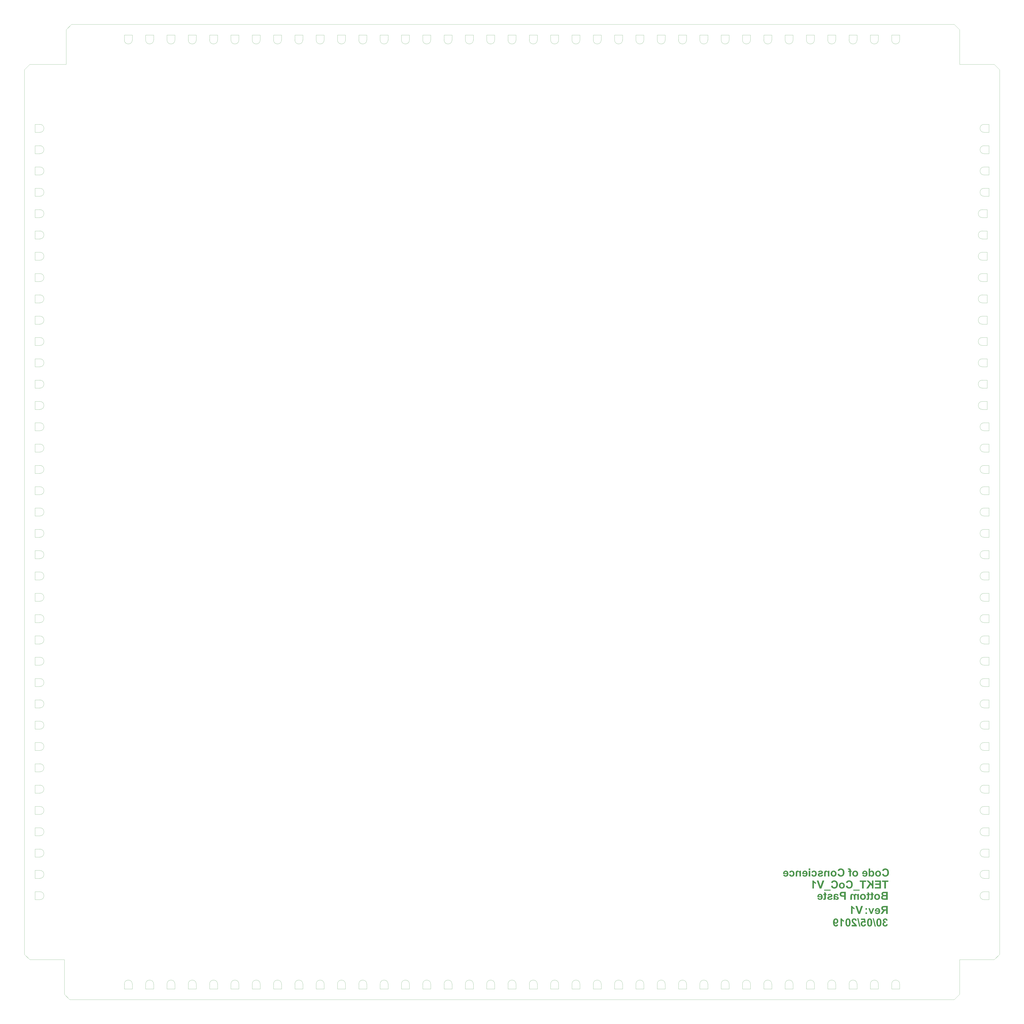
<source format=gbp>
G04*
G04 #@! TF.GenerationSoftware,Altium Limited,Altium Designer,19.1.7 (138)*
G04*
G04 Layer_Color=128*
%FSLAX24Y24*%
%MOIN*%
G70*
G01*
G75*
%ADD104C,0.0010*%
G36*
X125143Y-69128D02*
X125185Y-69135D01*
X125223Y-69145D01*
X125261Y-69158D01*
X125296Y-69174D01*
X125328Y-69191D01*
X125359Y-69208D01*
X125386Y-69227D01*
X125410Y-69246D01*
X125433Y-69265D01*
X125453Y-69283D01*
X125468Y-69298D01*
X125481Y-69311D01*
X125491Y-69321D01*
X125497Y-69328D01*
X125498Y-69330D01*
Y-69154D01*
X125810D01*
Y-70434D01*
X125472D01*
Y-69812D01*
Y-69780D01*
X125470Y-69749D01*
Y-69721D01*
X125468Y-69694D01*
X125466Y-69671D01*
X125464Y-69648D01*
X125460Y-69629D01*
X125458Y-69612D01*
X125456Y-69598D01*
X125453Y-69585D01*
X125451Y-69573D01*
X125449Y-69566D01*
X125447Y-69558D01*
Y-69554D01*
X125445Y-69550D01*
X125433Y-69522D01*
X125420Y-69497D01*
X125405Y-69476D01*
X125391Y-69459D01*
X125378Y-69445D01*
X125366Y-69436D01*
X125359Y-69430D01*
X125357Y-69428D01*
X125332Y-69413D01*
X125307Y-69403D01*
X125284Y-69395D01*
X125263Y-69390D01*
X125244Y-69386D01*
X125229Y-69384D01*
X125215D01*
X125192Y-69386D01*
X125171Y-69388D01*
X125154Y-69392D01*
X125139Y-69397D01*
X125127Y-69403D01*
X125120Y-69407D01*
X125114Y-69409D01*
X125112Y-69411D01*
X125099Y-69422D01*
X125087Y-69436D01*
X125070Y-69462D01*
X125064Y-69474D01*
X125060Y-69483D01*
X125057Y-69491D01*
Y-69493D01*
X125053Y-69504D01*
X125051Y-69518D01*
X125047Y-69535D01*
X125045Y-69552D01*
X125041Y-69592D01*
X125039Y-69633D01*
X125037Y-69671D01*
Y-69688D01*
Y-69703D01*
Y-69717D01*
Y-69726D01*
Y-69732D01*
Y-69734D01*
Y-70434D01*
X124699D01*
Y-69820D01*
Y-69788D01*
X124697Y-69757D01*
Y-69728D01*
X124695Y-69702D01*
X124693Y-69679D01*
X124691Y-69658D01*
X124687Y-69636D01*
X124685Y-69619D01*
X124684Y-69604D01*
X124680Y-69592D01*
X124678Y-69581D01*
X124676Y-69571D01*
X124674Y-69566D01*
Y-69560D01*
X124672Y-69556D01*
X124661Y-69526D01*
X124647Y-69501D01*
X124632Y-69478D01*
X124617Y-69460D01*
X124603Y-69447D01*
X124592Y-69436D01*
X124584Y-69430D01*
X124582Y-69428D01*
X124557Y-69413D01*
X124534Y-69403D01*
X124511Y-69395D01*
X124492Y-69390D01*
X124473Y-69386D01*
X124460Y-69384D01*
X124448D01*
X124414Y-69388D01*
X124385Y-69395D01*
X124360Y-69407D01*
X124339Y-69420D01*
X124324Y-69434D01*
X124314Y-69445D01*
X124307Y-69453D01*
X124305Y-69457D01*
X124299Y-69468D01*
X124293Y-69483D01*
X124288Y-69501D01*
X124284Y-69518D01*
X124278Y-69560D01*
X124272Y-69600D01*
X124270Y-69640D01*
Y-69658D01*
X124268Y-69673D01*
Y-69686D01*
Y-69696D01*
Y-69702D01*
Y-69703D01*
Y-70434D01*
X123930D01*
Y-69617D01*
Y-69585D01*
X123932Y-69552D01*
X123934Y-69524D01*
X123936Y-69499D01*
X123937Y-69474D01*
X123941Y-69453D01*
X123945Y-69434D01*
X123947Y-69415D01*
X123951Y-69399D01*
X123955Y-69388D01*
X123958Y-69376D01*
X123960Y-69367D01*
X123962Y-69361D01*
X123964Y-69355D01*
X123966Y-69351D01*
X123985Y-69313D01*
X124008Y-69279D01*
X124033Y-69250D01*
X124056Y-69225D01*
X124079Y-69208D01*
X124096Y-69195D01*
X124108Y-69185D01*
X124110Y-69183D01*
X124112D01*
X124150Y-69164D01*
X124190Y-69151D01*
X124230Y-69139D01*
X124266Y-69133D01*
X124299Y-69130D01*
X124312Y-69128D01*
X124326Y-69126D01*
X124349D01*
X124389Y-69128D01*
X124427Y-69133D01*
X124464Y-69143D01*
X124494Y-69151D01*
X124521Y-69160D01*
X124540Y-69170D01*
X124548Y-69172D01*
X124553Y-69175D01*
X124555Y-69177D01*
X124557D01*
X124594Y-69198D01*
X124626Y-69221D01*
X124657Y-69248D01*
X124685Y-69273D01*
X124706Y-69296D01*
X124724Y-69313D01*
X124731Y-69321D01*
X124735Y-69327D01*
X124737Y-69328D01*
X124739Y-69330D01*
X124762Y-69294D01*
X124787Y-69263D01*
X124812Y-69237D01*
X124835Y-69216D01*
X124856Y-69198D01*
X124873Y-69187D01*
X124884Y-69179D01*
X124886Y-69177D01*
X124888D01*
X124923Y-69160D01*
X124959Y-69147D01*
X124995Y-69139D01*
X125028Y-69131D01*
X125057Y-69128D01*
X125070D01*
X125079Y-69126D01*
X125101D01*
X125143Y-69128D01*
D02*
G37*
G36*
X120850Y-69130D02*
X120890Y-69133D01*
X120926Y-69139D01*
X120961Y-69147D01*
X120991Y-69154D01*
X121018Y-69162D01*
X121045Y-69170D01*
X121066Y-69179D01*
X121085Y-69187D01*
X121102Y-69195D01*
X121116Y-69202D01*
X121125Y-69208D01*
X121133Y-69212D01*
X121137Y-69214D01*
X121139Y-69216D01*
X121162Y-69233D01*
X121183Y-69254D01*
X121219Y-69296D01*
X121250Y-69342D01*
X121275Y-69388D01*
X121294Y-69428D01*
X121301Y-69445D01*
X121307Y-69460D01*
X121311Y-69474D01*
X121315Y-69483D01*
X121317Y-69489D01*
Y-69491D01*
X121012Y-69547D01*
X121001Y-69516D01*
X120988Y-69489D01*
X120974Y-69466D01*
X120961Y-69449D01*
X120949Y-69436D01*
X120940Y-69428D01*
X120934Y-69422D01*
X120932Y-69420D01*
X120911Y-69409D01*
X120888Y-69399D01*
X120863Y-69394D01*
X120840Y-69388D01*
X120821Y-69386D01*
X120804Y-69384D01*
X120764D01*
X120741Y-69386D01*
X120722Y-69388D01*
X120703Y-69390D01*
X120670Y-69397D01*
X120645Y-69405D01*
X120628Y-69413D01*
X120615Y-69420D01*
X120607Y-69424D01*
X120605Y-69426D01*
X120588Y-69443D01*
X120576Y-69466D01*
X120567Y-69489D01*
X120561Y-69512D01*
X120557Y-69533D01*
X120555Y-69550D01*
Y-69564D01*
Y-69566D01*
Y-69568D01*
Y-69600D01*
X120574Y-69608D01*
X120595Y-69615D01*
X120620Y-69623D01*
X120645Y-69631D01*
X120701Y-69644D01*
X120754Y-69658D01*
X120781Y-69663D01*
X120806Y-69669D01*
X120829Y-69673D01*
X120848Y-69677D01*
X120863Y-69680D01*
X120877Y-69682D01*
X120884Y-69684D01*
X120886D01*
X120919Y-69690D01*
X120947Y-69698D01*
X120976Y-69705D01*
X121003Y-69711D01*
X121026Y-69719D01*
X121049Y-69724D01*
X121070Y-69732D01*
X121087Y-69738D01*
X121102Y-69744D01*
X121118Y-69747D01*
X121129Y-69753D01*
X121139Y-69757D01*
X121146Y-69761D01*
X121152Y-69763D01*
X121154Y-69765D01*
X121156D01*
X121188Y-69782D01*
X121217Y-69803D01*
X121242Y-69824D01*
X121261Y-69845D01*
X121278Y-69864D01*
X121290Y-69879D01*
X121298Y-69889D01*
X121299Y-69891D01*
Y-69893D01*
X121317Y-69925D01*
X121330Y-69958D01*
X121338Y-69990D01*
X121345Y-70021D01*
X121349Y-70048D01*
X121351Y-70067D01*
Y-70075D01*
Y-70080D01*
Y-70084D01*
Y-70086D01*
X121349Y-70117D01*
X121345Y-70145D01*
X121341Y-70172D01*
X121334Y-70197D01*
X121315Y-70245D01*
X121305Y-70264D01*
X121294Y-70283D01*
X121284Y-70300D01*
X121275Y-70316D01*
X121265Y-70327D01*
X121255Y-70339D01*
X121248Y-70346D01*
X121244Y-70352D01*
X121240Y-70356D01*
X121238Y-70358D01*
X121215Y-70377D01*
X121192Y-70392D01*
X121167Y-70406D01*
X121141Y-70419D01*
X121089Y-70438D01*
X121039Y-70450D01*
X121016Y-70453D01*
X120995Y-70457D01*
X120976Y-70459D01*
X120959Y-70461D01*
X120946Y-70463D01*
X120926D01*
X120884Y-70461D01*
X120846Y-70457D01*
X120810Y-70450D01*
X120779Y-70442D01*
X120752Y-70434D01*
X120733Y-70427D01*
X120726Y-70425D01*
X120720Y-70423D01*
X120718Y-70421D01*
X120716D01*
X120680Y-70404D01*
X120645Y-70383D01*
X120613Y-70361D01*
X120586Y-70342D01*
X120563Y-70323D01*
X120546Y-70308D01*
X120534Y-70298D01*
X120530Y-70295D01*
X120528Y-70298D01*
X120527Y-70304D01*
X120523Y-70318D01*
X120521Y-70329D01*
X120519Y-70333D01*
Y-70335D01*
X120511Y-70358D01*
X120506Y-70379D01*
X120498Y-70396D01*
X120494Y-70409D01*
X120490Y-70421D01*
X120486Y-70428D01*
X120484Y-70432D01*
Y-70434D01*
X120150D01*
X120165Y-70402D01*
X120178Y-70369D01*
X120190Y-70340D01*
X120198Y-70316D01*
X120203Y-70295D01*
X120207Y-70277D01*
X120211Y-70268D01*
Y-70264D01*
X120213Y-70249D01*
X120217Y-70230D01*
X120220Y-70191D01*
X120222Y-70149D01*
X120224Y-70109D01*
X120226Y-70073D01*
Y-70057D01*
Y-70042D01*
Y-70031D01*
Y-70023D01*
Y-70017D01*
Y-70015D01*
X120220Y-69619D01*
Y-69579D01*
X120222Y-69543D01*
X120224Y-69510D01*
X120228Y-69480D01*
X120232Y-69451D01*
X120236Y-69426D01*
X120240Y-69405D01*
X120243Y-69386D01*
X120247Y-69369D01*
X120251Y-69355D01*
X120255Y-69342D01*
X120259Y-69332D01*
X120263Y-69327D01*
X120264Y-69321D01*
X120266Y-69317D01*
X120286Y-69288D01*
X120310Y-69262D01*
X120335Y-69239D01*
X120362Y-69218D01*
X120385Y-69202D01*
X120406Y-69191D01*
X120412Y-69187D01*
X120418Y-69183D01*
X120421Y-69181D01*
X120423D01*
X120446Y-69172D01*
X120469Y-69162D01*
X120523Y-69149D01*
X120578Y-69139D01*
X120634Y-69133D01*
X120660Y-69130D01*
X120683Y-69128D01*
X120706D01*
X120724Y-69126D01*
X120808D01*
X120850Y-69130D01*
D02*
G37*
G36*
X128915Y-68900D02*
Y-69154D01*
X129070D01*
Y-69424D01*
X128915D01*
Y-69983D01*
Y-70015D01*
Y-70044D01*
Y-70071D01*
X128913Y-70096D01*
Y-70119D01*
X128911Y-70138D01*
Y-70155D01*
X128909Y-70170D01*
Y-70182D01*
Y-70193D01*
X128907Y-70203D01*
Y-70210D01*
X128905Y-70218D01*
Y-70222D01*
X128900Y-70251D01*
X128892Y-70277D01*
X128884Y-70300D01*
X128877Y-70319D01*
X128869Y-70333D01*
X128863Y-70344D01*
X128860Y-70352D01*
X128858Y-70354D01*
X128842Y-70371D01*
X128827Y-70386D01*
X128808Y-70400D01*
X128791Y-70411D01*
X128775Y-70421D01*
X128762Y-70427D01*
X128754Y-70430D01*
X128751Y-70432D01*
X128722Y-70442D01*
X128693Y-70450D01*
X128666Y-70455D01*
X128642Y-70459D01*
X128619Y-70461D01*
X128601Y-70463D01*
X128586D01*
X128532Y-70461D01*
X128481Y-70455D01*
X128435Y-70448D01*
X128397Y-70438D01*
X128379Y-70434D01*
X128364Y-70428D01*
X128351Y-70425D01*
X128339Y-70421D01*
X128330Y-70417D01*
X128324Y-70415D01*
X128320Y-70413D01*
X128318D01*
X128349Y-70151D01*
X128379Y-70161D01*
X128406Y-70168D01*
X128431Y-70174D01*
X128450Y-70178D01*
X128466Y-70180D01*
X128475Y-70182D01*
X128485D01*
X128508Y-70180D01*
X128525Y-70174D01*
X128532Y-70170D01*
X128538Y-70168D01*
X128540Y-70166D01*
X128542D01*
X128555Y-70153D01*
X128565Y-70140D01*
X128569Y-70128D01*
X128571Y-70126D01*
Y-70124D01*
Y-70119D01*
X128573Y-70109D01*
Y-70098D01*
X128575Y-70084D01*
Y-70054D01*
X128576Y-70023D01*
Y-69992D01*
Y-69977D01*
Y-69966D01*
Y-69956D01*
Y-69948D01*
Y-69943D01*
Y-69941D01*
Y-69424D01*
X128345D01*
Y-69154D01*
X128576D01*
Y-68701D01*
X128915Y-68900D01*
D02*
G37*
G36*
X128094D02*
Y-69154D01*
X128249D01*
Y-69424D01*
X128094D01*
Y-69983D01*
Y-70015D01*
Y-70044D01*
Y-70071D01*
X128092Y-70096D01*
Y-70119D01*
X128091Y-70138D01*
Y-70155D01*
X128089Y-70170D01*
Y-70182D01*
Y-70193D01*
X128087Y-70203D01*
Y-70210D01*
X128085Y-70218D01*
Y-70222D01*
X128079Y-70251D01*
X128071Y-70277D01*
X128064Y-70300D01*
X128056Y-70319D01*
X128048Y-70333D01*
X128043Y-70344D01*
X128039Y-70352D01*
X128037Y-70354D01*
X128022Y-70371D01*
X128006Y-70386D01*
X127987Y-70400D01*
X127970Y-70411D01*
X127955Y-70421D01*
X127941Y-70427D01*
X127934Y-70430D01*
X127930Y-70432D01*
X127901Y-70442D01*
X127872Y-70450D01*
X127846Y-70455D01*
X127821Y-70459D01*
X127798Y-70461D01*
X127781Y-70463D01*
X127765D01*
X127712Y-70461D01*
X127660Y-70455D01*
X127614Y-70448D01*
X127576Y-70438D01*
X127559Y-70434D01*
X127543Y-70428D01*
X127530Y-70425D01*
X127519Y-70421D01*
X127509Y-70417D01*
X127503Y-70415D01*
X127499Y-70413D01*
X127498D01*
X127528Y-70151D01*
X127559Y-70161D01*
X127586Y-70168D01*
X127610Y-70174D01*
X127630Y-70178D01*
X127645Y-70180D01*
X127654Y-70182D01*
X127664D01*
X127687Y-70180D01*
X127704Y-70174D01*
X127712Y-70170D01*
X127718Y-70168D01*
X127719Y-70166D01*
X127721D01*
X127735Y-70153D01*
X127744Y-70140D01*
X127748Y-70128D01*
X127750Y-70126D01*
Y-70124D01*
Y-70119D01*
X127752Y-70109D01*
Y-70098D01*
X127754Y-70084D01*
Y-70054D01*
X127756Y-70023D01*
Y-69992D01*
Y-69977D01*
Y-69966D01*
Y-69956D01*
Y-69948D01*
Y-69943D01*
Y-69941D01*
Y-69424D01*
X127524D01*
Y-69154D01*
X127756D01*
Y-68701D01*
X128094Y-68900D01*
D02*
G37*
G36*
X118503Y-68900D02*
Y-69154D01*
X118658D01*
Y-69424D01*
X118503D01*
Y-69983D01*
Y-70015D01*
Y-70044D01*
Y-70071D01*
X118501Y-70096D01*
Y-70119D01*
X118499Y-70138D01*
Y-70155D01*
X118497Y-70170D01*
Y-70182D01*
Y-70193D01*
X118495Y-70203D01*
Y-70210D01*
X118493Y-70218D01*
Y-70222D01*
X118487Y-70251D01*
X118480Y-70277D01*
X118472Y-70300D01*
X118464Y-70319D01*
X118457Y-70333D01*
X118451Y-70344D01*
X118447Y-70352D01*
X118445Y-70354D01*
X118430Y-70371D01*
X118415Y-70386D01*
X118395Y-70400D01*
X118378Y-70411D01*
X118363Y-70421D01*
X118350Y-70427D01*
X118342Y-70430D01*
X118338Y-70432D01*
X118309Y-70442D01*
X118281Y-70450D01*
X118254Y-70455D01*
X118229Y-70459D01*
X118206Y-70461D01*
X118189Y-70463D01*
X118174D01*
X118120Y-70461D01*
X118068Y-70455D01*
X118022Y-70448D01*
X117984Y-70438D01*
X117967Y-70434D01*
X117952Y-70428D01*
X117938Y-70425D01*
X117927Y-70421D01*
X117917Y-70417D01*
X117911Y-70415D01*
X117908Y-70413D01*
X117906D01*
X117936Y-70151D01*
X117967Y-70161D01*
X117994Y-70168D01*
X118019Y-70174D01*
X118038Y-70178D01*
X118053Y-70180D01*
X118063Y-70182D01*
X118072D01*
X118095Y-70180D01*
X118112Y-70174D01*
X118120Y-70170D01*
X118126Y-70168D01*
X118128Y-70166D01*
X118130D01*
X118143Y-70153D01*
X118153Y-70140D01*
X118156Y-70128D01*
X118158Y-70126D01*
Y-70124D01*
Y-70119D01*
X118160Y-70109D01*
Y-70098D01*
X118162Y-70084D01*
Y-70054D01*
X118164Y-70023D01*
Y-69992D01*
Y-69977D01*
Y-69966D01*
Y-69956D01*
Y-69948D01*
Y-69943D01*
Y-69941D01*
Y-69424D01*
X117933D01*
Y-69154D01*
X118164D01*
Y-68701D01*
X118503Y-68900D01*
D02*
G37*
G36*
X117257Y-69128D02*
X117303Y-69133D01*
X117345Y-69143D01*
X117383Y-69154D01*
X117422Y-69168D01*
X117456Y-69183D01*
X117489Y-69200D01*
X117517Y-69216D01*
X117542Y-69233D01*
X117565Y-69250D01*
X117586Y-69265D01*
X117602Y-69279D01*
X117615Y-69290D01*
X117625Y-69300D01*
X117630Y-69306D01*
X117632Y-69307D01*
X117661Y-69342D01*
X117686Y-69380D01*
X117709Y-69420D01*
X117728Y-69460D01*
X117743Y-69503D01*
X117757Y-69545D01*
X117768Y-69585D01*
X117776Y-69623D01*
X117783Y-69661D01*
X117787Y-69694D01*
X117791Y-69726D01*
X117795Y-69753D01*
Y-69774D01*
X117797Y-69791D01*
Y-69801D01*
Y-69805D01*
X117795Y-69853D01*
X117791Y-69900D01*
X117785Y-69944D01*
X117778Y-69987D01*
X117768Y-70025D01*
X117757Y-70061D01*
X117745Y-70096D01*
X117734Y-70126D01*
X117722Y-70153D01*
X117711Y-70178D01*
X117699Y-70197D01*
X117690Y-70214D01*
X117682Y-70230D01*
X117676Y-70239D01*
X117672Y-70245D01*
X117670Y-70247D01*
X117638Y-70285D01*
X117604Y-70318D01*
X117565Y-70346D01*
X117527Y-70371D01*
X117485Y-70392D01*
X117445Y-70409D01*
X117405Y-70425D01*
X117364Y-70436D01*
X117326Y-70446D01*
X117292Y-70451D01*
X117259Y-70457D01*
X117232Y-70459D01*
X117209Y-70461D01*
X117192Y-70463D01*
X117177D01*
X117139Y-70461D01*
X117102Y-70459D01*
X117066Y-70453D01*
X117033Y-70448D01*
X117003Y-70440D01*
X116974Y-70432D01*
X116947Y-70425D01*
X116922Y-70415D01*
X116901Y-70406D01*
X116882Y-70398D01*
X116865Y-70390D01*
X116852Y-70383D01*
X116840Y-70377D01*
X116833Y-70371D01*
X116829Y-70369D01*
X116827Y-70367D01*
X116802Y-70348D01*
X116777Y-70327D01*
X116735Y-70281D01*
X116699Y-70235D01*
X116670Y-70189D01*
X116658Y-70168D01*
X116649Y-70147D01*
X116639Y-70130D01*
X116632Y-70115D01*
X116628Y-70101D01*
X116624Y-70092D01*
X116620Y-70086D01*
Y-70084D01*
X116957Y-70027D01*
X116968Y-70061D01*
X116982Y-70090D01*
X116995Y-70115D01*
X117010Y-70134D01*
X117022Y-70149D01*
X117032Y-70161D01*
X117039Y-70166D01*
X117041Y-70168D01*
X117062Y-70182D01*
X117085Y-70193D01*
X117106Y-70201D01*
X117127Y-70205D01*
X117146Y-70208D01*
X117160Y-70210D01*
X117173D01*
X117194Y-70208D01*
X117215Y-70207D01*
X117253Y-70197D01*
X117288Y-70184D01*
X117317Y-70168D01*
X117339Y-70155D01*
X117357Y-70142D01*
X117366Y-70132D01*
X117368Y-70128D01*
X117370D01*
X117397Y-70094D01*
X117416Y-70055D01*
X117429Y-70015D01*
X117439Y-69977D01*
X117445Y-69944D01*
X117447Y-69929D01*
X117449Y-69916D01*
X117450Y-69906D01*
Y-69897D01*
Y-69893D01*
Y-69891D01*
X116603D01*
Y-69820D01*
X116609Y-69755D01*
X116616Y-69694D01*
X116626Y-69636D01*
X116637Y-69585D01*
X116651Y-69539D01*
X116664Y-69495D01*
X116680Y-69457D01*
X116695Y-69424D01*
X116710Y-69395D01*
X116724Y-69371D01*
X116737Y-69350D01*
X116746Y-69334D01*
X116754Y-69325D01*
X116760Y-69317D01*
X116762Y-69315D01*
X116794Y-69283D01*
X116829Y-69252D01*
X116865Y-69227D01*
X116901Y-69206D01*
X116940Y-69187D01*
X116976Y-69172D01*
X117012Y-69160D01*
X117049Y-69149D01*
X117081Y-69141D01*
X117112Y-69135D01*
X117141Y-69131D01*
X117164Y-69130D01*
X117185Y-69128D01*
X117198Y-69126D01*
X117211D01*
X117257Y-69128D01*
D02*
G37*
G36*
X132215Y-70434D02*
X131553D01*
X131498Y-70432D01*
X131404D01*
X131364Y-70430D01*
X131329D01*
X131299Y-70428D01*
X131272D01*
X131251Y-70427D01*
X131232D01*
X131216Y-70425D01*
X131205D01*
X131195Y-70423D01*
X131186D01*
X131134Y-70415D01*
X131088Y-70404D01*
X131046Y-70390D01*
X131012Y-70375D01*
X130985Y-70361D01*
X130973Y-70356D01*
X130964Y-70352D01*
X130956Y-70346D01*
X130950Y-70342D01*
X130949Y-70340D01*
X130947D01*
X130912Y-70314D01*
X130882Y-70283D01*
X130855Y-70252D01*
X130834Y-70224D01*
X130817Y-70199D01*
X130803Y-70178D01*
X130799Y-70170D01*
X130796Y-70164D01*
X130794Y-70161D01*
Y-70159D01*
X130774Y-70115D01*
X130761Y-70073D01*
X130750Y-70034D01*
X130744Y-69998D01*
X130740Y-69967D01*
X130738Y-69954D01*
X130736Y-69944D01*
Y-69935D01*
Y-69929D01*
Y-69925D01*
Y-69923D01*
Y-69895D01*
X130740Y-69868D01*
X130750Y-69816D01*
X130765Y-69772D01*
X130780Y-69732D01*
X130788Y-69717D01*
X130796Y-69702D01*
X130803Y-69688D01*
X130811Y-69677D01*
X130817Y-69669D01*
X130820Y-69663D01*
X130822Y-69659D01*
X130824Y-69658D01*
X130859Y-69617D01*
X130899Y-69585D01*
X130941Y-69556D01*
X130979Y-69535D01*
X131016Y-69518D01*
X131031Y-69512D01*
X131044Y-69506D01*
X131056Y-69503D01*
X131063Y-69499D01*
X131069Y-69497D01*
X131071D01*
X131031Y-69476D01*
X130995Y-69451D01*
X130964Y-69424D01*
X130937Y-69399D01*
X130916Y-69376D01*
X130901Y-69359D01*
X130897Y-69351D01*
X130893Y-69346D01*
X130889Y-69344D01*
Y-69342D01*
X130866Y-69302D01*
X130851Y-69263D01*
X130840Y-69225D01*
X130830Y-69189D01*
X130826Y-69158D01*
X130824Y-69147D01*
Y-69135D01*
X130822Y-69126D01*
Y-69120D01*
Y-69116D01*
Y-69114D01*
X130824Y-69072D01*
X130830Y-69034D01*
X130840Y-68998D01*
X130849Y-68967D01*
X130861Y-68942D01*
X130868Y-68923D01*
X130872Y-68917D01*
X130876Y-68911D01*
X130878Y-68910D01*
Y-68908D01*
X130899Y-68875D01*
X130922Y-68846D01*
X130945Y-68822D01*
X130966Y-68799D01*
X130985Y-68783D01*
X131000Y-68770D01*
X131010Y-68762D01*
X131012Y-68760D01*
X131014D01*
X131044Y-68741D01*
X131077Y-68726D01*
X131107Y-68712D01*
X131136Y-68703D01*
X131161Y-68695D01*
X131180Y-68691D01*
X131188Y-68690D01*
X131193Y-68688D01*
X131197D01*
X131218Y-68684D01*
X131239Y-68682D01*
X131289Y-68676D01*
X131341Y-68672D01*
X131392Y-68670D01*
X131415D01*
X131438Y-68668D01*
X132215D01*
Y-70434D01*
D02*
G37*
G36*
X122904Y-70434D02*
X122549D01*
Y-69768D01*
X122273D01*
X122231Y-69767D01*
X122193D01*
X122156Y-69765D01*
X122124Y-69763D01*
X122093Y-69761D01*
X122065Y-69759D01*
X122040Y-69755D01*
X122019Y-69753D01*
X122000Y-69751D01*
X121982Y-69749D01*
X121969Y-69747D01*
X121959Y-69746D01*
X121952D01*
X121948Y-69744D01*
X121946D01*
X121912Y-69734D01*
X121877Y-69723D01*
X121847Y-69709D01*
X121820Y-69696D01*
X121795Y-69682D01*
X121778Y-69671D01*
X121766Y-69663D01*
X121764Y-69661D01*
X121762D01*
X121730Y-69635D01*
X121699Y-69606D01*
X121674Y-69577D01*
X121651Y-69550D01*
X121634Y-69526D01*
X121623Y-69504D01*
X121617Y-69497D01*
X121613Y-69491D01*
X121611Y-69489D01*
Y-69487D01*
X121592Y-69443D01*
X121577Y-69397D01*
X121567Y-69351D01*
X121560Y-69309D01*
X121558Y-69288D01*
X121556Y-69271D01*
X121554Y-69254D01*
X121552Y-69240D01*
Y-69229D01*
Y-69221D01*
Y-69216D01*
Y-69214D01*
X121554Y-69175D01*
X121556Y-69137D01*
X121561Y-69103D01*
X121567Y-69070D01*
X121575Y-69040D01*
X121584Y-69011D01*
X121594Y-68986D01*
X121604Y-68961D01*
X121613Y-68940D01*
X121623Y-68923D01*
X121630Y-68906D01*
X121640Y-68892D01*
X121646Y-68883D01*
X121651Y-68875D01*
X121653Y-68871D01*
X121655Y-68869D01*
X121674Y-68844D01*
X121695Y-68823D01*
X121716Y-68804D01*
X121739Y-68785D01*
X121781Y-68755D01*
X121822Y-68732D01*
X121856Y-68714D01*
X121871Y-68709D01*
X121885Y-68703D01*
X121894Y-68699D01*
X121902Y-68697D01*
X121908Y-68695D01*
X121910D01*
X121931Y-68691D01*
X121956Y-68686D01*
X121984Y-68682D01*
X122017Y-68680D01*
X122051Y-68678D01*
X122086Y-68674D01*
X122158Y-68672D01*
X122193Y-68670D01*
X122223D01*
X122254Y-68668D01*
X122904D01*
Y-70434D01*
D02*
G37*
G36*
X129927Y-69130D02*
X129990Y-69139D01*
X130048Y-69152D01*
X130074Y-69160D01*
X130099Y-69168D01*
X130120Y-69175D01*
X130139Y-69183D01*
X130157Y-69191D01*
X130172Y-69196D01*
X130183Y-69202D01*
X130191Y-69206D01*
X130197Y-69208D01*
X130199Y-69210D01*
X130252Y-69244D01*
X130298Y-69283D01*
X130338Y-69323D01*
X130373Y-69361D01*
X130398Y-69395D01*
X130409Y-69411D01*
X130417Y-69424D01*
X130423Y-69436D01*
X130428Y-69443D01*
X130430Y-69449D01*
X130432Y-69451D01*
X130447Y-69480D01*
X130459Y-69510D01*
X130480Y-69568D01*
X130493Y-69623D01*
X130505Y-69673D01*
X130507Y-69696D01*
X130511Y-69715D01*
X130512Y-69734D01*
Y-69749D01*
X130514Y-69761D01*
Y-69770D01*
Y-69776D01*
Y-69778D01*
X130512Y-69818D01*
X130511Y-69856D01*
X130507Y-69895D01*
X130501Y-69929D01*
X130495Y-69962D01*
X130488Y-69992D01*
X130480Y-70021D01*
X130472Y-70048D01*
X130465Y-70071D01*
X130459Y-70092D01*
X130451Y-70109D01*
X130445Y-70124D01*
X130440Y-70136D01*
X130436Y-70143D01*
X130432Y-70149D01*
Y-70151D01*
X130398Y-70205D01*
X130359Y-70252D01*
X130319Y-70293D01*
X130281Y-70325D01*
X130245Y-70350D01*
X130231Y-70361D01*
X130218Y-70369D01*
X130206Y-70377D01*
X130199Y-70381D01*
X130193Y-70383D01*
X130191Y-70384D01*
X130132Y-70411D01*
X130072Y-70430D01*
X130015Y-70444D01*
X129963Y-70453D01*
X129940Y-70457D01*
X129919Y-70459D01*
X129902Y-70461D01*
X129887D01*
X129873Y-70463D01*
X129856D01*
X129805Y-70461D01*
X129755Y-70455D01*
X129707Y-70446D01*
X129663Y-70432D01*
X129621Y-70419D01*
X129583Y-70404D01*
X129546Y-70386D01*
X129514Y-70367D01*
X129485Y-70350D01*
X129460Y-70333D01*
X129437Y-70318D01*
X129420Y-70302D01*
X129405Y-70291D01*
X129393Y-70281D01*
X129388Y-70275D01*
X129386Y-70273D01*
X129353Y-70237D01*
X129324Y-70197D01*
X129300Y-70159D01*
X129277Y-70117D01*
X129259Y-70076D01*
X129244Y-70036D01*
X129231Y-69998D01*
X129221Y-69960D01*
X129213Y-69925D01*
X129208Y-69893D01*
X129204Y-69864D01*
X129200Y-69839D01*
Y-69820D01*
X129198Y-69805D01*
Y-69795D01*
Y-69791D01*
X129200Y-69738D01*
X129206Y-69688D01*
X129215Y-69640D01*
X129227Y-69596D01*
X129240Y-69554D01*
X129257Y-69514D01*
X129273Y-69478D01*
X129290Y-69445D01*
X129309Y-69416D01*
X129324Y-69390D01*
X129340Y-69369D01*
X129355Y-69350D01*
X129367Y-69334D01*
X129376Y-69325D01*
X129382Y-69317D01*
X129384Y-69315D01*
X129420Y-69283D01*
X129456Y-69252D01*
X129497Y-69227D01*
X129537Y-69206D01*
X129575Y-69187D01*
X129615Y-69172D01*
X129653Y-69160D01*
X129690Y-69149D01*
X129724Y-69141D01*
X129757Y-69135D01*
X129785Y-69131D01*
X129810Y-69130D01*
X129829Y-69128D01*
X129845Y-69126D01*
X129893D01*
X129927Y-69130D01*
D02*
G37*
G36*
X126780Y-69130D02*
X126843Y-69139D01*
X126901Y-69152D01*
X126927Y-69160D01*
X126952Y-69168D01*
X126973Y-69175D01*
X126993Y-69183D01*
X127010Y-69191D01*
X127025Y-69196D01*
X127037Y-69202D01*
X127044Y-69206D01*
X127050Y-69208D01*
X127052Y-69210D01*
X127105Y-69244D01*
X127151Y-69283D01*
X127191Y-69323D01*
X127226Y-69361D01*
X127251Y-69395D01*
X127262Y-69411D01*
X127270Y-69424D01*
X127276Y-69436D01*
X127281Y-69443D01*
X127283Y-69449D01*
X127285Y-69451D01*
X127300Y-69480D01*
X127312Y-69510D01*
X127333Y-69568D01*
X127346Y-69623D01*
X127358Y-69673D01*
X127360Y-69696D01*
X127364Y-69715D01*
X127366Y-69734D01*
Y-69749D01*
X127367Y-69761D01*
Y-69770D01*
Y-69776D01*
Y-69778D01*
X127366Y-69818D01*
X127364Y-69856D01*
X127360Y-69895D01*
X127354Y-69929D01*
X127348Y-69962D01*
X127341Y-69992D01*
X127333Y-70021D01*
X127325Y-70048D01*
X127318Y-70071D01*
X127312Y-70092D01*
X127304Y-70109D01*
X127299Y-70124D01*
X127293Y-70136D01*
X127289Y-70143D01*
X127285Y-70149D01*
Y-70151D01*
X127251Y-70205D01*
X127212Y-70252D01*
X127172Y-70293D01*
X127134Y-70325D01*
X127098Y-70350D01*
X127084Y-70361D01*
X127071Y-70369D01*
X127059Y-70377D01*
X127052Y-70381D01*
X127046Y-70383D01*
X127044Y-70384D01*
X126985Y-70411D01*
X126926Y-70430D01*
X126868Y-70444D01*
X126817Y-70453D01*
X126794Y-70457D01*
X126773Y-70459D01*
X126755Y-70461D01*
X126740D01*
X126727Y-70463D01*
X126709D01*
X126658Y-70461D01*
X126608Y-70455D01*
X126560Y-70446D01*
X126516Y-70432D01*
X126474Y-70419D01*
X126436Y-70404D01*
X126399Y-70386D01*
X126367Y-70367D01*
X126338Y-70350D01*
X126313Y-70333D01*
X126290Y-70318D01*
X126273Y-70302D01*
X126258Y-70291D01*
X126246Y-70281D01*
X126241Y-70275D01*
X126239Y-70273D01*
X126206Y-70237D01*
X126178Y-70197D01*
X126153Y-70159D01*
X126130Y-70117D01*
X126113Y-70076D01*
X126097Y-70036D01*
X126084Y-69998D01*
X126074Y-69960D01*
X126067Y-69925D01*
X126061Y-69893D01*
X126057Y-69864D01*
X126053Y-69839D01*
Y-69820D01*
X126051Y-69805D01*
Y-69795D01*
Y-69791D01*
X126053Y-69738D01*
X126059Y-69688D01*
X126069Y-69640D01*
X126080Y-69596D01*
X126093Y-69554D01*
X126111Y-69514D01*
X126126Y-69478D01*
X126143Y-69445D01*
X126162Y-69416D01*
X126178Y-69390D01*
X126193Y-69369D01*
X126208Y-69350D01*
X126220Y-69334D01*
X126229Y-69325D01*
X126235Y-69317D01*
X126237Y-69315D01*
X126273Y-69283D01*
X126310Y-69252D01*
X126350Y-69227D01*
X126390Y-69206D01*
X126428Y-69187D01*
X126468Y-69172D01*
X126507Y-69160D01*
X126543Y-69149D01*
X126577Y-69141D01*
X126610Y-69135D01*
X126639Y-69131D01*
X126663Y-69130D01*
X126683Y-69128D01*
X126698Y-69126D01*
X126746D01*
X126780Y-69130D01*
D02*
G37*
G36*
X119476Y-69128D02*
X119522Y-69131D01*
X119566Y-69137D01*
X119606Y-69143D01*
X119643Y-69152D01*
X119675Y-69162D01*
X119706Y-69172D01*
X119733Y-69183D01*
X119756Y-69195D01*
X119777Y-69204D01*
X119794Y-69214D01*
X119807Y-69223D01*
X119819Y-69229D01*
X119826Y-69235D01*
X119830Y-69239D01*
X119832Y-69240D01*
X119855Y-69262D01*
X119874Y-69284D01*
X119891Y-69307D01*
X119907Y-69332D01*
X119920Y-69355D01*
X119930Y-69378D01*
X119945Y-69422D01*
X119951Y-69443D01*
X119955Y-69460D01*
X119958Y-69478D01*
X119960Y-69491D01*
X119962Y-69504D01*
Y-69512D01*
Y-69518D01*
Y-69520D01*
X119960Y-69552D01*
X119956Y-69585D01*
X119949Y-69614D01*
X119939Y-69642D01*
X119928Y-69667D01*
X119914Y-69692D01*
X119901Y-69713D01*
X119886Y-69732D01*
X119872Y-69749D01*
X119859Y-69765D01*
X119846Y-69778D01*
X119834Y-69788D01*
X119824Y-69795D01*
X119817Y-69801D01*
X119813Y-69805D01*
X119811Y-69807D01*
X119788Y-69820D01*
X119758Y-69835D01*
X119723Y-69849D01*
X119685Y-69864D01*
X119643Y-69878D01*
X119599Y-69891D01*
X119513Y-69918D01*
X119469Y-69929D01*
X119429Y-69939D01*
X119392Y-69948D01*
X119360Y-69956D01*
X119333Y-69962D01*
X119312Y-69967D01*
X119304Y-69969D01*
X119298D01*
X119297Y-69971D01*
X119295D01*
X119264Y-69979D01*
X119239Y-69987D01*
X119220Y-69994D01*
X119205Y-70002D01*
X119195Y-70008D01*
X119187Y-70013D01*
X119184Y-70015D01*
X119182Y-70017D01*
X119174Y-70027D01*
X119166Y-70038D01*
X119161Y-70057D01*
X119159Y-70067D01*
X119157Y-70075D01*
Y-70078D01*
Y-70080D01*
X119159Y-70101D01*
X119164Y-70119D01*
X119172Y-70134D01*
X119180Y-70147D01*
X119187Y-70157D01*
X119195Y-70164D01*
X119201Y-70168D01*
X119203Y-70170D01*
X119230Y-70186D01*
X119260Y-70197D01*
X119293Y-70207D01*
X119325Y-70212D01*
X119354Y-70216D01*
X119367D01*
X119379Y-70218D01*
X119400D01*
X119442Y-70216D01*
X119478Y-70210D01*
X119511Y-70203D01*
X119538Y-70193D01*
X119559Y-70184D01*
X119574Y-70176D01*
X119582Y-70170D01*
X119585Y-70168D01*
X119608Y-70147D01*
X119626Y-70124D01*
X119641Y-70099D01*
X119652Y-70075D01*
X119662Y-70054D01*
X119668Y-70034D01*
X119670Y-70023D01*
X119671Y-70021D01*
Y-70019D01*
X120010Y-70071D01*
X120000Y-70103D01*
X119989Y-70136D01*
X119976Y-70164D01*
X119960Y-70191D01*
X119943Y-70218D01*
X119928Y-70241D01*
X119911Y-70262D01*
X119893Y-70283D01*
X119878Y-70300D01*
X119863Y-70316D01*
X119849Y-70327D01*
X119838Y-70339D01*
X119826Y-70346D01*
X119819Y-70352D01*
X119815Y-70356D01*
X119813Y-70358D01*
X119782Y-70377D01*
X119752Y-70392D01*
X119717Y-70406D01*
X119683Y-70419D01*
X119614Y-70438D01*
X119547Y-70450D01*
X119516Y-70453D01*
X119490Y-70457D01*
X119463Y-70459D01*
X119442Y-70461D01*
X119423Y-70463D01*
X119398D01*
X119346Y-70461D01*
X119297Y-70457D01*
X119251Y-70451D01*
X119208Y-70444D01*
X119170Y-70434D01*
X119134Y-70423D01*
X119101Y-70411D01*
X119073Y-70400D01*
X119048Y-70388D01*
X119025Y-70377D01*
X119006Y-70365D01*
X118990Y-70356D01*
X118979Y-70348D01*
X118971Y-70342D01*
X118966Y-70339D01*
X118964Y-70337D01*
X118937Y-70312D01*
X118916Y-70287D01*
X118895Y-70262D01*
X118878Y-70235D01*
X118864Y-70210D01*
X118853Y-70186D01*
X118843Y-70161D01*
X118835Y-70138D01*
X118828Y-70117D01*
X118824Y-70098D01*
X118820Y-70078D01*
X118818Y-70063D01*
X118816Y-70052D01*
Y-70042D01*
Y-70036D01*
Y-70034D01*
X118818Y-70006D01*
X118820Y-69977D01*
X118834Y-69927D01*
X118851Y-69885D01*
X118870Y-69849D01*
X118879Y-69834D01*
X118889Y-69820D01*
X118899Y-69809D01*
X118906Y-69801D01*
X118914Y-69793D01*
X118920Y-69788D01*
X118922Y-69786D01*
X118923Y-69784D01*
X118945Y-69767D01*
X118971Y-69751D01*
X118998Y-69736D01*
X119027Y-69723D01*
X119090Y-69696D01*
X119151Y-69675D01*
X119182Y-69665D01*
X119208Y-69658D01*
X119235Y-69650D01*
X119256Y-69644D01*
X119275Y-69638D01*
X119289Y-69635D01*
X119297Y-69633D01*
X119300D01*
X119348Y-69621D01*
X119392Y-69612D01*
X119430Y-69600D01*
X119463Y-69592D01*
X119494Y-69583D01*
X119518Y-69575D01*
X119541Y-69568D01*
X119559Y-69562D01*
X119574Y-69556D01*
X119587Y-69550D01*
X119597Y-69547D01*
X119604Y-69543D01*
X119610Y-69541D01*
X119614Y-69539D01*
X119616Y-69537D01*
X119627Y-69527D01*
X119635Y-69516D01*
X119641Y-69506D01*
X119645Y-69497D01*
X119647Y-69489D01*
X119648Y-69482D01*
Y-69478D01*
Y-69476D01*
X119647Y-69460D01*
X119643Y-69447D01*
X119637Y-69436D01*
X119629Y-69426D01*
X119622Y-69418D01*
X119616Y-69411D01*
X119612Y-69409D01*
X119610Y-69407D01*
X119585Y-69394D01*
X119557Y-69384D01*
X119524Y-69378D01*
X119494Y-69372D01*
X119465Y-69371D01*
X119442Y-69369D01*
X119421D01*
X119384Y-69371D01*
X119350Y-69374D01*
X119323Y-69382D01*
X119300Y-69388D01*
X119281Y-69395D01*
X119270Y-69403D01*
X119260Y-69407D01*
X119258Y-69409D01*
X119239Y-69426D01*
X119222Y-69443D01*
X119208Y-69462D01*
X119197Y-69482D01*
X119189Y-69499D01*
X119184Y-69512D01*
X119180Y-69520D01*
Y-69524D01*
X118860Y-69464D01*
X118881Y-69405D01*
X118895Y-69378D01*
X118908Y-69355D01*
X118923Y-69332D01*
X118939Y-69311D01*
X118954Y-69292D01*
X118967Y-69275D01*
X118983Y-69262D01*
X118994Y-69248D01*
X119008Y-69237D01*
X119017Y-69227D01*
X119027Y-69221D01*
X119033Y-69216D01*
X119036Y-69212D01*
X119038D01*
X119063Y-69196D01*
X119092Y-69183D01*
X119121Y-69172D01*
X119153Y-69162D01*
X119216Y-69147D01*
X119279Y-69137D01*
X119310Y-69133D01*
X119337Y-69130D01*
X119362Y-69128D01*
X119384D01*
X119402Y-69126D01*
X119427D01*
X119476Y-69128D01*
D02*
G37*
G36*
X131698Y-74570D02*
X131748Y-74576D01*
X131794Y-74585D01*
X131832Y-74595D01*
X131850Y-74601D01*
X131865Y-74607D01*
X131878Y-74610D01*
X131890Y-74614D01*
X131899Y-74618D01*
X131905Y-74622D01*
X131909Y-74624D01*
X131911D01*
X131953Y-74647D01*
X131989Y-74672D01*
X132020Y-74696D01*
X132045Y-74721D01*
X132066Y-74742D01*
X132081Y-74761D01*
X132089Y-74773D01*
X132093Y-74775D01*
Y-74777D01*
X132116Y-74815D01*
X132135Y-74857D01*
X132152Y-74899D01*
X132165Y-74941D01*
X132177Y-74978D01*
X132181Y-74993D01*
X132184Y-75006D01*
X132186Y-75018D01*
X132188Y-75025D01*
X132190Y-75031D01*
Y-75033D01*
X131878Y-75085D01*
X131871Y-75045D01*
X131861Y-75008D01*
X131850Y-74980D01*
X131836Y-74955D01*
X131823Y-74936D01*
X131813Y-74922D01*
X131806Y-74913D01*
X131804Y-74911D01*
X131779Y-74890D01*
X131754Y-74874D01*
X131729Y-74865D01*
X131706Y-74857D01*
X131685Y-74853D01*
X131670Y-74849D01*
X131654D01*
X131622Y-74851D01*
X131593Y-74857D01*
X131570Y-74867D01*
X131549Y-74876D01*
X131532Y-74886D01*
X131521Y-74895D01*
X131513Y-74901D01*
X131511Y-74903D01*
X131494Y-74924D01*
X131480Y-74947D01*
X131471Y-74972D01*
X131463Y-74993D01*
X131459Y-75014D01*
X131457Y-75029D01*
Y-75041D01*
Y-75043D01*
Y-75045D01*
X131461Y-75083D01*
X131469Y-75115D01*
X131480Y-75144D01*
X131494Y-75169D01*
X131509Y-75188D01*
X131521Y-75201D01*
X131528Y-75209D01*
X131532Y-75213D01*
X131563Y-75232D01*
X131595Y-75247D01*
X131630Y-75259D01*
X131664Y-75265D01*
X131695Y-75268D01*
X131708D01*
X131720Y-75270D01*
X131742D01*
X131779Y-75546D01*
X131746Y-75536D01*
X131716Y-75531D01*
X131691Y-75525D01*
X131668Y-75523D01*
X131649Y-75521D01*
X131635Y-75519D01*
X131624D01*
X131588Y-75523D01*
X131555Y-75531D01*
X131526Y-75544D01*
X131501Y-75557D01*
X131482Y-75571D01*
X131467Y-75584D01*
X131459Y-75592D01*
X131456Y-75596D01*
X131433Y-75626D01*
X131415Y-75659D01*
X131404Y-75693D01*
X131394Y-75726D01*
X131390Y-75754D01*
X131389Y-75766D01*
Y-75777D01*
X131387Y-75787D01*
Y-75793D01*
Y-75796D01*
Y-75798D01*
X131390Y-75846D01*
X131398Y-75888D01*
X131410Y-75925D01*
X131423Y-75955D01*
X131436Y-75980D01*
X131448Y-75997D01*
X131456Y-76009D01*
X131459Y-76013D01*
X131488Y-76039D01*
X131519Y-76059D01*
X131547Y-76072D01*
X131576Y-76081D01*
X131601Y-76087D01*
X131620Y-76089D01*
X131628Y-76091D01*
X131637D01*
X131672Y-76089D01*
X131704Y-76081D01*
X131733Y-76070D01*
X131758Y-76059D01*
X131777Y-76047D01*
X131792Y-76036D01*
X131800Y-76028D01*
X131804Y-76026D01*
X131827Y-75999D01*
X131846Y-75967D01*
X131861Y-75936D01*
X131871Y-75904D01*
X131880Y-75877D01*
X131884Y-75854D01*
X131886Y-75844D01*
X131888Y-75838D01*
Y-75835D01*
Y-75833D01*
X132215Y-75873D01*
X132209Y-75913D01*
X132200Y-75953D01*
X132188Y-75990D01*
X132177Y-76024D01*
X132161Y-76057D01*
X132146Y-76085D01*
X132131Y-76112D01*
X132116Y-76137D01*
X132098Y-76160D01*
X132085Y-76179D01*
X132070Y-76196D01*
X132058Y-76210D01*
X132049Y-76221D01*
X132041Y-76229D01*
X132035Y-76233D01*
X132033Y-76234D01*
X132003Y-76259D01*
X131970Y-76280D01*
X131938Y-76298D01*
X131903Y-76315D01*
X131871Y-76328D01*
X131838Y-76338D01*
X131806Y-76347D01*
X131775Y-76355D01*
X131746Y-76361D01*
X131720Y-76365D01*
X131695Y-76368D01*
X131676Y-76370D01*
X131658D01*
X131647Y-76372D01*
X131635D01*
X131589Y-76370D01*
X131544Y-76365D01*
X131501Y-76357D01*
X131461Y-76347D01*
X131425Y-76334D01*
X131389Y-76321D01*
X131356Y-76305D01*
X131327Y-76290D01*
X131301Y-76277D01*
X131278Y-76261D01*
X131258Y-76248D01*
X131241Y-76234D01*
X131228Y-76225D01*
X131218Y-76217D01*
X131213Y-76212D01*
X131211Y-76210D01*
X131180Y-76177D01*
X131155Y-76145D01*
X131132Y-76112D01*
X131113Y-76078D01*
X131096Y-76045D01*
X131082Y-76013D01*
X131071Y-75980D01*
X131061Y-75949D01*
X131054Y-75921D01*
X131050Y-75896D01*
X131046Y-75873D01*
X131042Y-75852D01*
Y-75837D01*
X131040Y-75823D01*
Y-75816D01*
Y-75814D01*
X131042Y-75785D01*
X131044Y-75756D01*
X131054Y-75703D01*
X131069Y-75657D01*
X131086Y-75617D01*
X131094Y-75599D01*
X131104Y-75584D01*
X131111Y-75571D01*
X131117Y-75559D01*
X131125Y-75552D01*
X131128Y-75546D01*
X131130Y-75542D01*
X131132Y-75540D01*
X131149Y-75519D01*
X131169Y-75500D01*
X131207Y-75469D01*
X131247Y-75443D01*
X131287Y-75423D01*
X131320Y-75410D01*
X131335Y-75404D01*
X131348Y-75400D01*
X131358Y-75397D01*
X131366Y-75395D01*
X131371Y-75393D01*
X131373D01*
X131329Y-75366D01*
X131289Y-75337D01*
X131255Y-75307D01*
X131226Y-75276D01*
X131201Y-75245D01*
X131180Y-75215D01*
X131165Y-75184D01*
X131151Y-75156D01*
X131140Y-75129D01*
X131132Y-75102D01*
X131126Y-75079D01*
X131123Y-75060D01*
X131121Y-75045D01*
X131119Y-75031D01*
Y-75024D01*
Y-75022D01*
X131121Y-74991D01*
X131125Y-74962D01*
X131130Y-74934D01*
X131138Y-74907D01*
X131159Y-74857D01*
X131182Y-74815D01*
X131193Y-74796D01*
X131205Y-74779D01*
X131216Y-74763D01*
X131226Y-74752D01*
X131234Y-74742D01*
X131239Y-74735D01*
X131243Y-74731D01*
X131245Y-74729D01*
X131274Y-74700D01*
X131304Y-74675D01*
X131337Y-74654D01*
X131371Y-74635D01*
X131404Y-74620D01*
X131436Y-74607D01*
X131469Y-74597D01*
X131501Y-74587D01*
X131530Y-74582D01*
X131557Y-74576D01*
X131582Y-74574D01*
X131603Y-74570D01*
X131620D01*
X131633Y-74568D01*
X131645D01*
X131698Y-74570D01*
D02*
G37*
G36*
X124808Y-74570D02*
X124850Y-74574D01*
X124890Y-74580D01*
X124926Y-74587D01*
X124963Y-74597D01*
X124995Y-74607D01*
X125024Y-74618D01*
X125053Y-74629D01*
X125078Y-74641D01*
X125099Y-74652D01*
X125118Y-74662D01*
X125133Y-74672D01*
X125145Y-74679D01*
X125154Y-74685D01*
X125160Y-74689D01*
X125162Y-74691D01*
X125190Y-74716D01*
X125215Y-74742D01*
X125238Y-74773D01*
X125257Y-74805D01*
X125275Y-74838D01*
X125290Y-74872D01*
X125303Y-74905D01*
X125315Y-74937D01*
X125324Y-74968D01*
X125332Y-74997D01*
X125338Y-75024D01*
X125342Y-75047D01*
X125345Y-75066D01*
X125347Y-75081D01*
X125349Y-75089D01*
Y-75092D01*
X125013Y-75125D01*
X125011Y-75098D01*
X125007Y-75073D01*
X124997Y-75029D01*
X124986Y-74993D01*
X124974Y-74964D01*
X124961Y-74941D01*
X124951Y-74926D01*
X124944Y-74918D01*
X124942Y-74915D01*
X124917Y-74893D01*
X124888Y-74876D01*
X124860Y-74865D01*
X124833Y-74857D01*
X124808Y-74853D01*
X124789Y-74849D01*
X124772D01*
X124733Y-74851D01*
X124701Y-74859D01*
X124672Y-74869D01*
X124647Y-74880D01*
X124628Y-74892D01*
X124615Y-74901D01*
X124605Y-74909D01*
X124603Y-74911D01*
X124582Y-74936D01*
X124567Y-74964D01*
X124557Y-74993D01*
X124550Y-75020D01*
X124546Y-75047D01*
X124542Y-75066D01*
Y-75073D01*
Y-75079D01*
Y-75083D01*
Y-75085D01*
X124546Y-75123D01*
X124553Y-75161D01*
X124565Y-75196D01*
X124576Y-75226D01*
X124590Y-75253D01*
X124601Y-75274D01*
X124607Y-75282D01*
X124609Y-75288D01*
X124613Y-75289D01*
Y-75291D01*
X124624Y-75307D01*
X124640Y-75326D01*
X124659Y-75347D01*
X124678Y-75368D01*
X124724Y-75416D01*
X124773Y-75464D01*
X124796Y-75487D01*
X124819Y-75509D01*
X124838Y-75529D01*
X124858Y-75546D01*
X124873Y-75559D01*
X124884Y-75571D01*
X124892Y-75578D01*
X124894Y-75580D01*
X124946Y-75628D01*
X124992Y-75674D01*
X125035Y-75718D01*
X125074Y-75758D01*
X125108Y-75795D01*
X125139Y-75831D01*
X125168Y-75861D01*
X125190Y-75890D01*
X125211Y-75917D01*
X125229Y-75938D01*
X125244Y-75959D01*
X125255Y-75974D01*
X125263Y-75986D01*
X125271Y-75995D01*
X125273Y-76001D01*
X125275Y-76003D01*
X125307Y-76062D01*
X125332Y-76122D01*
X125353Y-76179D01*
X125368Y-76231D01*
X125374Y-76254D01*
X125378Y-76275D01*
X125382Y-76294D01*
X125386Y-76309D01*
X125387Y-76322D01*
Y-76332D01*
X125389Y-76338D01*
Y-76340D01*
X124203D01*
Y-76026D01*
X124877D01*
X124854Y-75993D01*
X124842Y-75978D01*
X124833Y-75963D01*
X124823Y-75951D01*
X124816Y-75942D01*
X124810Y-75936D01*
X124808Y-75934D01*
X124798Y-75925D01*
X124787Y-75911D01*
X124773Y-75898D01*
X124758Y-75883D01*
X124726Y-75850D01*
X124691Y-75817D01*
X124659Y-75787D01*
X124643Y-75773D01*
X124630Y-75762D01*
X124620Y-75752D01*
X124613Y-75745D01*
X124607Y-75741D01*
X124605Y-75739D01*
X124576Y-75712D01*
X124550Y-75687D01*
X124525Y-75663D01*
X124502Y-75641D01*
X124483Y-75620D01*
X124464Y-75603D01*
X124448Y-75586D01*
X124433Y-75571D01*
X124412Y-75546D01*
X124395Y-75529D01*
X124387Y-75517D01*
X124383Y-75513D01*
X124351Y-75469D01*
X124322Y-75427D01*
X124299Y-75389D01*
X124280Y-75356D01*
X124266Y-75328D01*
X124261Y-75316D01*
X124255Y-75307D01*
X124251Y-75299D01*
X124249Y-75291D01*
X124247Y-75289D01*
Y-75288D01*
X124232Y-75247D01*
X124222Y-75207D01*
X124215Y-75169D01*
X124209Y-75133D01*
X124205Y-75104D01*
Y-75091D01*
X124203Y-75081D01*
Y-75071D01*
Y-75066D01*
Y-75062D01*
Y-75060D01*
X124205Y-75022D01*
X124209Y-74985D01*
X124217Y-74951D01*
X124226Y-74916D01*
X124238Y-74886D01*
X124251Y-74857D01*
X124265Y-74830D01*
X124278Y-74807D01*
X124293Y-74784D01*
X124307Y-74765D01*
X124320Y-74748D01*
X124332Y-74735D01*
X124341Y-74725D01*
X124349Y-74716D01*
X124353Y-74712D01*
X124354Y-74710D01*
X124383Y-74685D01*
X124416Y-74664D01*
X124448Y-74645D01*
X124481Y-74628D01*
X124515Y-74614D01*
X124550Y-74603D01*
X124582Y-74593D01*
X124615Y-74585D01*
X124645Y-74580D01*
X124674Y-74576D01*
X124699Y-74572D01*
X124720Y-74570D01*
X124739Y-74568D01*
X124764D01*
X124808Y-74570D01*
D02*
G37*
G36*
X127358Y-75517D02*
X127084Y-75555D01*
X127063Y-75532D01*
X127040Y-75513D01*
X127017Y-75496D01*
X126994Y-75481D01*
X126973Y-75469D01*
X126950Y-75458D01*
X126910Y-75443D01*
X126874Y-75435D01*
X126861Y-75431D01*
X126847Y-75429D01*
X126836Y-75427D01*
X126801D01*
X126780Y-75431D01*
X126744Y-75441D01*
X126711Y-75454D01*
X126685Y-75467D01*
X126662Y-75483D01*
X126646Y-75496D01*
X126637Y-75506D01*
X126633Y-75508D01*
Y-75509D01*
X126608Y-75544D01*
X126589Y-75582D01*
X126575Y-75622D01*
X126568Y-75663D01*
X126562Y-75699D01*
X126560Y-75714D01*
Y-75728D01*
X126558Y-75739D01*
Y-75747D01*
Y-75752D01*
Y-75754D01*
Y-75785D01*
X126562Y-75816D01*
X126566Y-75842D01*
X126570Y-75869D01*
X126575Y-75892D01*
X126581Y-75913D01*
X126589Y-75932D01*
X126595Y-75949D01*
X126602Y-75965D01*
X126610Y-75978D01*
X126616Y-75990D01*
X126621Y-75999D01*
X126625Y-76005D01*
X126629Y-76011D01*
X126633Y-76013D01*
Y-76014D01*
X126646Y-76030D01*
X126662Y-76043D01*
X126692Y-76064D01*
X126721Y-76080D01*
X126750Y-76089D01*
X126774Y-76097D01*
X126795Y-76099D01*
X126803Y-76101D01*
X126813D01*
X126847Y-76097D01*
X126878Y-76089D01*
X126906Y-76080D01*
X126929Y-76066D01*
X126950Y-76055D01*
X126964Y-76043D01*
X126973Y-76036D01*
X126977Y-76034D01*
X127000Y-76007D01*
X127019Y-75976D01*
X127035Y-75948D01*
X127046Y-75917D01*
X127054Y-75892D01*
X127058Y-75871D01*
X127059Y-75863D01*
X127061Y-75858D01*
Y-75854D01*
Y-75852D01*
X127398Y-75888D01*
X127390Y-75928D01*
X127383Y-75967D01*
X127371Y-76003D01*
X127358Y-76037D01*
X127343Y-76068D01*
X127327Y-76097D01*
X127312Y-76124D01*
X127297Y-76148D01*
X127281Y-76169D01*
X127266Y-76189D01*
X127253Y-76204D01*
X127241Y-76217D01*
X127230Y-76229D01*
X127222Y-76236D01*
X127218Y-76240D01*
X127216Y-76242D01*
X127186Y-76265D01*
X127155Y-76284D01*
X127123Y-76301D01*
X127088Y-76317D01*
X127056Y-76330D01*
X127021Y-76340D01*
X126958Y-76355D01*
X126929Y-76361D01*
X126903Y-76365D01*
X126878Y-76368D01*
X126857Y-76370D01*
X126839Y-76372D01*
X126817D01*
X126761Y-76370D01*
X126707Y-76363D01*
X126658Y-76351D01*
X126612Y-76336D01*
X126570Y-76319D01*
X126531Y-76298D01*
X126495Y-76277D01*
X126463Y-76256D01*
X126434Y-76234D01*
X126409Y-76213D01*
X126388Y-76192D01*
X126371Y-76175D01*
X126355Y-76160D01*
X126346Y-76148D01*
X126340Y-76141D01*
X126338Y-76139D01*
X126315Y-76106D01*
X126296Y-76072D01*
X126279Y-76039D01*
X126264Y-76005D01*
X126252Y-75972D01*
X126241Y-75940D01*
X126233Y-75909D01*
X126225Y-75879D01*
X126222Y-75852D01*
X126218Y-75827D01*
X126214Y-75804D01*
X126212Y-75785D01*
X126210Y-75770D01*
Y-75758D01*
Y-75751D01*
Y-75749D01*
X126212Y-75701D01*
X126218Y-75655D01*
X126225Y-75613D01*
X126235Y-75571D01*
X126246Y-75534D01*
X126260Y-75498D01*
X126275Y-75465D01*
X126289Y-75437D01*
X126304Y-75410D01*
X126319Y-75387D01*
X126333Y-75368D01*
X126344Y-75353D01*
X126354Y-75339D01*
X126361Y-75330D01*
X126367Y-75324D01*
X126369Y-75322D01*
X126399Y-75293D01*
X126430Y-75268D01*
X126463Y-75245D01*
X126495Y-75226D01*
X126528Y-75211D01*
X126558Y-75198D01*
X126589Y-75186D01*
X126619Y-75179D01*
X126646Y-75171D01*
X126671Y-75167D01*
X126694Y-75163D01*
X126713Y-75159D01*
X126730D01*
X126742Y-75157D01*
X126751D01*
X126795Y-75159D01*
X126838Y-75167D01*
X126876Y-75175D01*
X126912Y-75186D01*
X126941Y-75196D01*
X126952Y-75201D01*
X126964Y-75205D01*
X126971Y-75209D01*
X126977Y-75213D01*
X126981Y-75215D01*
X126983D01*
X126929Y-74915D01*
X126289D01*
Y-74597D01*
X127184D01*
X127358Y-75517D01*
D02*
G37*
G36*
X122024Y-74599D02*
X122038Y-74628D01*
X122070Y-74681D01*
X122105Y-74729D01*
X122141Y-74771D01*
X122158Y-74790D01*
X122174Y-74805D01*
X122187Y-74821D01*
X122200Y-74832D01*
X122210Y-74842D01*
X122218Y-74848D01*
X122223Y-74851D01*
X122225Y-74853D01*
X122283Y-74895D01*
X122336Y-74930D01*
X122384Y-74959D01*
X122426Y-74980D01*
X122445Y-74989D01*
X122463Y-74997D01*
X122476Y-75003D01*
X122489Y-75008D01*
X122499Y-75012D01*
X122507Y-75014D01*
X122510Y-75016D01*
X122512D01*
Y-75324D01*
X122466Y-75307D01*
X122422Y-75289D01*
X122378Y-75270D01*
X122338Y-75249D01*
X122300Y-75228D01*
X122264Y-75207D01*
X122231Y-75186D01*
X122200Y-75165D01*
X122172Y-75146D01*
X122149Y-75127D01*
X122126Y-75110D01*
X122109Y-75096D01*
X122095Y-75085D01*
X122084Y-75075D01*
X122078Y-75069D01*
X122076Y-75068D01*
Y-76340D01*
X121737D01*
Y-74568D01*
X122013D01*
X122024Y-74599D01*
D02*
G37*
G36*
X120739Y-74570D02*
X120781Y-74576D01*
X120821Y-74584D01*
X120861Y-74593D01*
X120896Y-74607D01*
X120930Y-74620D01*
X120961Y-74635D01*
X120988Y-74651D01*
X121012Y-74666D01*
X121035Y-74681D01*
X121055Y-74695D01*
X121070Y-74708D01*
X121081Y-74717D01*
X121091Y-74725D01*
X121097Y-74731D01*
X121099Y-74733D01*
X121127Y-74765D01*
X121150Y-74798D01*
X121171Y-74834D01*
X121190Y-74871D01*
X121206Y-74905D01*
X121219Y-74941D01*
X121229Y-74978D01*
X121238Y-75010D01*
X121244Y-75043D01*
X121250Y-75071D01*
X121252Y-75098D01*
X121255Y-75121D01*
Y-75138D01*
X121257Y-75154D01*
Y-75161D01*
Y-75165D01*
X121255Y-75213D01*
X121252Y-75257D01*
X121244Y-75299D01*
X121234Y-75339D01*
X121223Y-75377D01*
X121209Y-75412D01*
X121196Y-75443D01*
X121181Y-75471D01*
X121167Y-75496D01*
X121154Y-75519D01*
X121141Y-75538D01*
X121129Y-75555D01*
X121120Y-75567D01*
X121112Y-75576D01*
X121108Y-75582D01*
X121106Y-75584D01*
X121078Y-75613D01*
X121047Y-75636D01*
X121016Y-75657D01*
X120986Y-75676D01*
X120957Y-75691D01*
X120926Y-75705D01*
X120898Y-75714D01*
X120871Y-75724D01*
X120846Y-75729D01*
X120821Y-75735D01*
X120800Y-75737D01*
X120783Y-75741D01*
X120768D01*
X120758Y-75743D01*
X120748D01*
X120712Y-75741D01*
X120680Y-75737D01*
X120647Y-75729D01*
X120616Y-75720D01*
X120588Y-75708D01*
X120563Y-75697D01*
X120538Y-75684D01*
X120517Y-75668D01*
X120496Y-75655D01*
X120479Y-75641D01*
X120463Y-75630D01*
X120452Y-75619D01*
X120442Y-75609D01*
X120435Y-75601D01*
X120431Y-75597D01*
X120429Y-75596D01*
X120433Y-75651D01*
X120439Y-75701D01*
X120444Y-75745D01*
X120452Y-75787D01*
X120460Y-75823D01*
X120467Y-75856D01*
X120475Y-75884D01*
X120483Y-75909D01*
X120490Y-75930D01*
X120498Y-75949D01*
X120506Y-75965D01*
X120511Y-75976D01*
X120515Y-75984D01*
X120519Y-75992D01*
X120523Y-75993D01*
Y-75995D01*
X120536Y-76013D01*
X120551Y-76026D01*
X120567Y-76039D01*
X120580Y-76051D01*
X120611Y-76068D01*
X120638Y-76080D01*
X120662Y-76085D01*
X120682Y-76089D01*
X120689Y-76091D01*
X120699D01*
X120729Y-76089D01*
X120754Y-76083D01*
X120777Y-76076D01*
X120796Y-76066D01*
X120812Y-76059D01*
X120823Y-76051D01*
X120831Y-76045D01*
X120833Y-76043D01*
X120850Y-76022D01*
X120863Y-75999D01*
X120875Y-75974D01*
X120882Y-75951D01*
X120888Y-75928D01*
X120892Y-75911D01*
Y-75904D01*
X120894Y-75898D01*
Y-75896D01*
Y-75894D01*
X121221Y-75930D01*
X121213Y-75971D01*
X121204Y-76009D01*
X121194Y-76043D01*
X121181Y-76076D01*
X121169Y-76106D01*
X121154Y-76133D01*
X121141Y-76158D01*
X121127Y-76179D01*
X121114Y-76200D01*
X121102Y-76215D01*
X121091Y-76231D01*
X121081Y-76242D01*
X121072Y-76252D01*
X121066Y-76257D01*
X121062Y-76261D01*
X121060Y-76263D01*
X121035Y-76282D01*
X121009Y-76300D01*
X120982Y-76313D01*
X120953Y-76326D01*
X120926Y-76336D01*
X120898Y-76345D01*
X120844Y-76359D01*
X120821Y-76363D01*
X120798Y-76366D01*
X120777Y-76368D01*
X120760Y-76370D01*
X120745Y-76372D01*
X120726D01*
X120674Y-76370D01*
X120622Y-76363D01*
X120576Y-76353D01*
X120532Y-76338D01*
X120490Y-76322D01*
X120452Y-76305D01*
X120416Y-76284D01*
X120385Y-76265D01*
X120356Y-76246D01*
X120331Y-76225D01*
X120308Y-76208D01*
X120291Y-76191D01*
X120278Y-76177D01*
X120266Y-76168D01*
X120261Y-76160D01*
X120259Y-76158D01*
X120226Y-76114D01*
X120199Y-76066D01*
X120175Y-76014D01*
X120155Y-75959D01*
X120138Y-75902D01*
X120123Y-75842D01*
X120111Y-75785D01*
X120102Y-75728D01*
X120094Y-75674D01*
X120088Y-75624D01*
X120085Y-75578D01*
X120081Y-75538D01*
Y-75521D01*
Y-75506D01*
X120079Y-75492D01*
Y-75481D01*
Y-75471D01*
Y-75465D01*
Y-75462D01*
Y-75460D01*
X120081Y-75374D01*
X120087Y-75293D01*
X120094Y-75221D01*
X120106Y-75154D01*
X120119Y-75091D01*
X120132Y-75035D01*
X120150Y-74985D01*
X120165Y-74939D01*
X120180Y-74901D01*
X120196Y-74869D01*
X120211Y-74840D01*
X120224Y-74817D01*
X120236Y-74800D01*
X120243Y-74786D01*
X120249Y-74779D01*
X120251Y-74777D01*
X120284Y-74740D01*
X120320Y-74708D01*
X120356Y-74679D01*
X120393Y-74656D01*
X120429Y-74635D01*
X120467Y-74620D01*
X120502Y-74605D01*
X120536Y-74595D01*
X120569Y-74585D01*
X120599Y-74580D01*
X120626Y-74574D01*
X120649Y-74572D01*
X120666Y-74570D01*
X120682Y-74568D01*
X120693D01*
X120739Y-74570D01*
D02*
G37*
G36*
X129567Y-76370D02*
X129319Y-76370D01*
X128877Y-74545D01*
X129131D01*
X129567Y-76370D01*
D02*
G37*
G36*
X126139Y-76370D02*
X125891D01*
X125449Y-74545D01*
X125703D01*
X126139Y-76370D01*
D02*
G37*
G36*
X130306Y-74570D02*
X130350Y-74576D01*
X130392Y-74585D01*
X130430Y-74597D01*
X130467Y-74610D01*
X130499Y-74626D01*
X130530Y-74643D01*
X130556Y-74658D01*
X130579Y-74675D01*
X130600Y-74693D01*
X130618Y-74708D01*
X130633Y-74721D01*
X130644Y-74733D01*
X130652Y-74742D01*
X130658Y-74748D01*
X130660Y-74750D01*
X130690Y-74794D01*
X130717Y-74844D01*
X130740Y-74897D01*
X130759Y-74955D01*
X130776Y-75014D01*
X130790Y-75073D01*
X130801Y-75133D01*
X130811Y-75192D01*
X130817Y-75247D01*
X130822Y-75299D01*
X130826Y-75345D01*
X130830Y-75387D01*
Y-75404D01*
Y-75420D01*
X130832Y-75433D01*
Y-75446D01*
Y-75454D01*
Y-75462D01*
Y-75465D01*
Y-75467D01*
X130830Y-75559D01*
X130824Y-75643D01*
X130817Y-75722D01*
X130807Y-75793D01*
X130796Y-75858D01*
X130782Y-75915D01*
X130769Y-75967D01*
X130753Y-76013D01*
X130738Y-76051D01*
X130725Y-76085D01*
X130711Y-76114D01*
X130700Y-76137D01*
X130690Y-76154D01*
X130681Y-76166D01*
X130677Y-76173D01*
X130675Y-76175D01*
X130644Y-76210D01*
X130612Y-76240D01*
X130577Y-76267D01*
X130543Y-76290D01*
X130509Y-76307D01*
X130474Y-76324D01*
X130442Y-76338D01*
X130409Y-76347D01*
X130379Y-76355D01*
X130350Y-76363D01*
X130325Y-76366D01*
X130302Y-76368D01*
X130285Y-76370D01*
X130271Y-76372D01*
X130260D01*
X130214Y-76370D01*
X130170Y-76365D01*
X130128Y-76355D01*
X130090Y-76344D01*
X130053Y-76330D01*
X130021Y-76315D01*
X129990Y-76300D01*
X129963Y-76282D01*
X129940Y-76265D01*
X129919Y-76250D01*
X129900Y-76234D01*
X129887Y-76221D01*
X129875Y-76210D01*
X129866Y-76200D01*
X129862Y-76194D01*
X129860Y-76192D01*
X129829Y-76148D01*
X129803Y-76099D01*
X129780Y-76043D01*
X129759Y-75988D01*
X129743Y-75928D01*
X129728Y-75867D01*
X129717Y-75808D01*
X129707Y-75749D01*
X129701Y-75693D01*
X129696Y-75641D01*
X129692Y-75594D01*
X129688Y-75553D01*
Y-75534D01*
Y-75519D01*
X129686Y-75506D01*
Y-75492D01*
Y-75485D01*
Y-75477D01*
Y-75473D01*
Y-75471D01*
X129688Y-75381D01*
X129694Y-75297D01*
X129701Y-75219D01*
X129713Y-75148D01*
X129726Y-75083D01*
X129740Y-75024D01*
X129757Y-74970D01*
X129772Y-74924D01*
X129787Y-74882D01*
X129803Y-74848D01*
X129818Y-74817D01*
X129831Y-74794D01*
X129843Y-74775D01*
X129851Y-74761D01*
X129856Y-74754D01*
X129858Y-74752D01*
X129887Y-74719D01*
X129917Y-74691D01*
X129950Y-74666D01*
X129983Y-74645D01*
X130015Y-74628D01*
X130049Y-74612D01*
X130082Y-74601D01*
X130113Y-74591D01*
X130143Y-74584D01*
X130172Y-74578D01*
X130197Y-74574D01*
X130218Y-74570D01*
X130235D01*
X130248Y-74568D01*
X130260D01*
X130306Y-74570D01*
D02*
G37*
G36*
X128249Y-74570D02*
X128293Y-74576D01*
X128335Y-74585D01*
X128374Y-74597D01*
X128410Y-74610D01*
X128443Y-74626D01*
X128473Y-74643D01*
X128500Y-74658D01*
X128523Y-74675D01*
X128544Y-74693D01*
X128561Y-74708D01*
X128576Y-74721D01*
X128588Y-74733D01*
X128596Y-74742D01*
X128601Y-74748D01*
X128603Y-74750D01*
X128634Y-74794D01*
X128661Y-74844D01*
X128684Y-74897D01*
X128703Y-74955D01*
X128720Y-75014D01*
X128733Y-75073D01*
X128745Y-75133D01*
X128754Y-75192D01*
X128760Y-75247D01*
X128766Y-75299D01*
X128770Y-75345D01*
X128773Y-75387D01*
Y-75404D01*
Y-75420D01*
X128775Y-75433D01*
Y-75446D01*
Y-75454D01*
Y-75462D01*
Y-75465D01*
Y-75467D01*
X128773Y-75559D01*
X128768Y-75643D01*
X128760Y-75722D01*
X128751Y-75793D01*
X128739Y-75858D01*
X128726Y-75915D01*
X128712Y-75967D01*
X128697Y-76013D01*
X128682Y-76051D01*
X128668Y-76085D01*
X128655Y-76114D01*
X128643Y-76137D01*
X128634Y-76154D01*
X128624Y-76166D01*
X128620Y-76173D01*
X128619Y-76175D01*
X128588Y-76210D01*
X128555Y-76240D01*
X128521Y-76267D01*
X128487Y-76290D01*
X128452Y-76307D01*
X128418Y-76324D01*
X128385Y-76338D01*
X128353Y-76347D01*
X128322Y-76355D01*
X128293Y-76363D01*
X128268Y-76366D01*
X128246Y-76368D01*
X128228Y-76370D01*
X128215Y-76372D01*
X128203D01*
X128158Y-76370D01*
X128114Y-76365D01*
X128071Y-76355D01*
X128033Y-76344D01*
X127997Y-76330D01*
X127964Y-76315D01*
X127934Y-76300D01*
X127907Y-76282D01*
X127884Y-76265D01*
X127863Y-76250D01*
X127844Y-76234D01*
X127830Y-76221D01*
X127819Y-76210D01*
X127809Y-76200D01*
X127806Y-76194D01*
X127804Y-76192D01*
X127773Y-76148D01*
X127746Y-76099D01*
X127723Y-76043D01*
X127702Y-75988D01*
X127687Y-75928D01*
X127672Y-75867D01*
X127660Y-75808D01*
X127651Y-75749D01*
X127645Y-75693D01*
X127639Y-75641D01*
X127635Y-75594D01*
X127631Y-75553D01*
Y-75534D01*
Y-75519D01*
X127630Y-75506D01*
Y-75492D01*
Y-75485D01*
Y-75477D01*
Y-75473D01*
Y-75471D01*
X127631Y-75381D01*
X127637Y-75297D01*
X127645Y-75219D01*
X127656Y-75148D01*
X127670Y-75083D01*
X127683Y-75024D01*
X127700Y-74970D01*
X127716Y-74924D01*
X127731Y-74882D01*
X127746Y-74848D01*
X127762Y-74817D01*
X127775Y-74794D01*
X127786Y-74775D01*
X127794Y-74761D01*
X127800Y-74754D01*
X127802Y-74752D01*
X127830Y-74719D01*
X127861Y-74691D01*
X127894Y-74666D01*
X127926Y-74645D01*
X127959Y-74628D01*
X127993Y-74612D01*
X128026Y-74601D01*
X128056Y-74591D01*
X128087Y-74584D01*
X128115Y-74578D01*
X128140Y-74574D01*
X128161Y-74570D01*
X128179D01*
X128192Y-74568D01*
X128203D01*
X128249Y-74570D01*
D02*
G37*
G36*
X123450Y-74570D02*
X123494Y-74576D01*
X123536Y-74585D01*
X123574Y-74597D01*
X123610Y-74610D01*
X123643Y-74626D01*
X123673Y-74643D01*
X123700Y-74658D01*
X123723Y-74675D01*
X123744Y-74693D01*
X123761Y-74708D01*
X123777Y-74721D01*
X123788Y-74733D01*
X123796Y-74742D01*
X123802Y-74748D01*
X123804Y-74750D01*
X123834Y-74794D01*
X123861Y-74844D01*
X123884Y-74897D01*
X123903Y-74955D01*
X123920Y-75014D01*
X123934Y-75073D01*
X123945Y-75133D01*
X123955Y-75192D01*
X123960Y-75247D01*
X123966Y-75299D01*
X123970Y-75345D01*
X123974Y-75387D01*
Y-75404D01*
Y-75420D01*
X123976Y-75433D01*
Y-75446D01*
Y-75454D01*
Y-75462D01*
Y-75465D01*
Y-75467D01*
X123974Y-75559D01*
X123968Y-75643D01*
X123960Y-75722D01*
X123951Y-75793D01*
X123939Y-75858D01*
X123926Y-75915D01*
X123913Y-75967D01*
X123897Y-76013D01*
X123882Y-76051D01*
X123869Y-76085D01*
X123855Y-76114D01*
X123844Y-76137D01*
X123834Y-76154D01*
X123825Y-76166D01*
X123821Y-76173D01*
X123819Y-76175D01*
X123788Y-76210D01*
X123756Y-76240D01*
X123721Y-76267D01*
X123687Y-76290D01*
X123652Y-76307D01*
X123618Y-76324D01*
X123585Y-76338D01*
X123553Y-76347D01*
X123522Y-76355D01*
X123494Y-76363D01*
X123469Y-76366D01*
X123446Y-76368D01*
X123429Y-76370D01*
X123415Y-76372D01*
X123404D01*
X123358Y-76370D01*
X123314Y-76365D01*
X123272Y-76355D01*
X123233Y-76344D01*
X123197Y-76330D01*
X123165Y-76315D01*
X123134Y-76300D01*
X123107Y-76282D01*
X123084Y-76265D01*
X123063Y-76250D01*
X123044Y-76234D01*
X123031Y-76221D01*
X123019Y-76210D01*
X123010Y-76200D01*
X123006Y-76194D01*
X123004Y-76192D01*
X122973Y-76148D01*
X122947Y-76099D01*
X122924Y-76043D01*
X122903Y-75988D01*
X122887Y-75928D01*
X122872Y-75867D01*
X122860Y-75808D01*
X122851Y-75749D01*
X122845Y-75693D01*
X122839Y-75641D01*
X122836Y-75594D01*
X122832Y-75553D01*
Y-75534D01*
Y-75519D01*
X122830Y-75506D01*
Y-75492D01*
Y-75485D01*
Y-75477D01*
Y-75473D01*
Y-75471D01*
X122832Y-75381D01*
X122837Y-75297D01*
X122845Y-75219D01*
X122857Y-75148D01*
X122870Y-75083D01*
X122883Y-75024D01*
X122901Y-74970D01*
X122916Y-74924D01*
X122931Y-74882D01*
X122947Y-74848D01*
X122962Y-74817D01*
X122975Y-74794D01*
X122987Y-74775D01*
X122994Y-74761D01*
X123000Y-74754D01*
X123002Y-74752D01*
X123031Y-74719D01*
X123061Y-74691D01*
X123094Y-74666D01*
X123126Y-74645D01*
X123159Y-74628D01*
X123193Y-74612D01*
X123226Y-74601D01*
X123256Y-74591D01*
X123287Y-74584D01*
X123316Y-74578D01*
X123341Y-74574D01*
X123362Y-74570D01*
X123379D01*
X123392Y-74568D01*
X123404D01*
X123450Y-74570D01*
D02*
G37*
G36*
X127630Y-72643D02*
X127291D01*
Y-72304D01*
X127630D01*
Y-72643D01*
D02*
G37*
G36*
X128716Y-73584D02*
X128412D01*
X127903Y-72304D01*
X128251D01*
X128494Y-72958D01*
X128508Y-72998D01*
X128513Y-73016D01*
X128519Y-73033D01*
X128525Y-73046D01*
X128527Y-73058D01*
X128531Y-73065D01*
Y-73067D01*
X128534Y-73079D01*
X128538Y-73094D01*
X128544Y-73113D01*
X128550Y-73130D01*
X128555Y-73148D01*
X128561Y-73163D01*
X128563Y-73173D01*
X128565Y-73174D01*
Y-73176D01*
X128634Y-72958D01*
X128875Y-72304D01*
X129231D01*
X128716Y-73584D01*
D02*
G37*
G36*
X129996Y-72277D02*
X130042Y-72283D01*
X130084Y-72293D01*
X130122Y-72304D01*
X130160Y-72317D01*
X130195Y-72333D01*
X130227Y-72350D01*
X130256Y-72365D01*
X130281Y-72382D01*
X130304Y-72400D01*
X130325Y-72415D01*
X130340Y-72428D01*
X130354Y-72440D01*
X130363Y-72449D01*
X130369Y-72455D01*
X130371Y-72457D01*
X130400Y-72491D01*
X130424Y-72530D01*
X130447Y-72570D01*
X130467Y-72610D01*
X130482Y-72652D01*
X130495Y-72694D01*
X130507Y-72734D01*
X130514Y-72773D01*
X130522Y-72811D01*
X130526Y-72843D01*
X130530Y-72876D01*
X130533Y-72903D01*
Y-72924D01*
X130535Y-72941D01*
Y-72951D01*
Y-72954D01*
X130533Y-73002D01*
X130530Y-73050D01*
X130524Y-73094D01*
X130516Y-73136D01*
X130507Y-73174D01*
X130495Y-73211D01*
X130484Y-73245D01*
X130472Y-73276D01*
X130461Y-73303D01*
X130449Y-73327D01*
X130438Y-73347D01*
X130428Y-73364D01*
X130421Y-73379D01*
X130415Y-73389D01*
X130411Y-73394D01*
X130409Y-73396D01*
X130377Y-73435D01*
X130342Y-73467D01*
X130304Y-73496D01*
X130266Y-73521D01*
X130224Y-73542D01*
X130183Y-73559D01*
X130143Y-73574D01*
X130103Y-73586D01*
X130065Y-73595D01*
X130030Y-73601D01*
X129998Y-73607D01*
X129971Y-73609D01*
X129948Y-73611D01*
X129931Y-73612D01*
X129916D01*
X129877Y-73611D01*
X129841Y-73609D01*
X129805Y-73603D01*
X129772Y-73597D01*
X129741Y-73590D01*
X129713Y-73582D01*
X129686Y-73574D01*
X129661Y-73565D01*
X129640Y-73555D01*
X129621Y-73547D01*
X129604Y-73540D01*
X129590Y-73532D01*
X129579Y-73526D01*
X129571Y-73521D01*
X129567Y-73519D01*
X129565Y-73517D01*
X129541Y-73498D01*
X129516Y-73477D01*
X129474Y-73431D01*
X129437Y-73385D01*
X129409Y-73339D01*
X129397Y-73318D01*
X129388Y-73297D01*
X129378Y-73280D01*
X129370Y-73264D01*
X129367Y-73251D01*
X129363Y-73241D01*
X129359Y-73236D01*
Y-73234D01*
X129696Y-73176D01*
X129707Y-73211D01*
X129720Y-73239D01*
X129734Y-73264D01*
X129749Y-73283D01*
X129761Y-73299D01*
X129770Y-73310D01*
X129778Y-73316D01*
X129780Y-73318D01*
X129801Y-73331D01*
X129824Y-73343D01*
X129845Y-73350D01*
X129866Y-73354D01*
X129885Y-73358D01*
X129898Y-73360D01*
X129912D01*
X129933Y-73358D01*
X129954Y-73356D01*
X129992Y-73347D01*
X130027Y-73333D01*
X130055Y-73318D01*
X130078Y-73305D01*
X130095Y-73291D01*
X130105Y-73282D01*
X130107Y-73278D01*
X130109D01*
X130136Y-73243D01*
X130155Y-73205D01*
X130168Y-73165D01*
X130178Y-73127D01*
X130183Y-73094D01*
X130185Y-73079D01*
X130187Y-73065D01*
X130189Y-73056D01*
Y-73046D01*
Y-73042D01*
Y-73041D01*
X129342Y-73041D01*
Y-72970D01*
X129347Y-72905D01*
X129355Y-72843D01*
X129365Y-72786D01*
X129376Y-72734D01*
X129389Y-72689D01*
X129403Y-72645D01*
X129418Y-72606D01*
X129433Y-72574D01*
X129449Y-72545D01*
X129462Y-72520D01*
X129476Y-72499D01*
X129485Y-72484D01*
X129493Y-72474D01*
X129499Y-72467D01*
X129500Y-72465D01*
X129533Y-72432D01*
X129567Y-72402D01*
X129604Y-72377D01*
X129640Y-72356D01*
X129678Y-72337D01*
X129715Y-72321D01*
X129751Y-72310D01*
X129787Y-72298D01*
X129820Y-72291D01*
X129851Y-72285D01*
X129879Y-72281D01*
X129902Y-72279D01*
X129923Y-72277D01*
X129937Y-72275D01*
X129950D01*
X129996Y-72277D01*
D02*
G37*
G36*
X132215Y-73584D02*
X131859D01*
Y-72847D01*
X131744D01*
X131708Y-72851D01*
X131677Y-72853D01*
X131653Y-72857D01*
X131633Y-72861D01*
X131620Y-72865D01*
X131610Y-72866D01*
X131609Y-72868D01*
X131588Y-72876D01*
X131568Y-72887D01*
X131549Y-72899D01*
X131534Y-72912D01*
X131521Y-72924D01*
X131509Y-72931D01*
X131503Y-72939D01*
X131501Y-72941D01*
X131490Y-72953D01*
X131478Y-72968D01*
X131465Y-72985D01*
X131450Y-73004D01*
X131419Y-73046D01*
X131387Y-73090D01*
X131358Y-73132D01*
X131345Y-73150D01*
X131335Y-73167D01*
X131325Y-73180D01*
X131318Y-73190D01*
X131314Y-73197D01*
X131312Y-73199D01*
X131054Y-73584D01*
X130627D01*
X130843Y-73241D01*
X130866Y-73203D01*
X130889Y-73171D01*
X130910Y-73138D01*
X130929Y-73109D01*
X130947Y-73083D01*
X130964Y-73060D01*
X130979Y-73039D01*
X130993Y-73019D01*
X131004Y-73004D01*
X131016Y-72991D01*
X131025Y-72979D01*
X131033Y-72970D01*
X131039Y-72964D01*
X131042Y-72958D01*
X131046Y-72954D01*
X131075Y-72926D01*
X131107Y-72897D01*
X131140Y-72872D01*
X131170Y-72851D01*
X131197Y-72832D01*
X131218Y-72819D01*
X131226Y-72813D01*
X131232Y-72811D01*
X131236Y-72807D01*
X131237D01*
X131195Y-72799D01*
X131155Y-72790D01*
X131119Y-72778D01*
X131084Y-72767D01*
X131052Y-72754D01*
X131023Y-72740D01*
X130998Y-72727D01*
X130975Y-72711D01*
X130954Y-72698D01*
X130937Y-72685D01*
X130922Y-72673D01*
X130908Y-72664D01*
X130899Y-72654D01*
X130893Y-72648D01*
X130889Y-72645D01*
X130887Y-72643D01*
X130866Y-72618D01*
X130849Y-72591D01*
X130834Y-72564D01*
X130820Y-72535D01*
X130809Y-72509D01*
X130799Y-72482D01*
X130786Y-72428D01*
X130780Y-72405D01*
X130776Y-72382D01*
X130774Y-72363D01*
X130773Y-72346D01*
X130771Y-72333D01*
Y-72323D01*
Y-72315D01*
Y-72314D01*
X130774Y-72256D01*
X130782Y-72205D01*
X130796Y-72157D01*
X130809Y-72117D01*
X130817Y-72099D01*
X130824Y-72082D01*
X130830Y-72069D01*
X130838Y-72057D01*
X130841Y-72048D01*
X130845Y-72042D01*
X130849Y-72038D01*
Y-72036D01*
X130880Y-71994D01*
X130914Y-71958D01*
X130947Y-71929D01*
X130979Y-71904D01*
X131010Y-71887D01*
X131021Y-71881D01*
X131033Y-71875D01*
X131042Y-71872D01*
X131048Y-71868D01*
X131052Y-71866D01*
X131054D01*
X131079Y-71858D01*
X131107Y-71851D01*
X131140Y-71843D01*
X131172Y-71839D01*
X131239Y-71830D01*
X131308Y-71824D01*
X131339Y-71822D01*
X131369Y-71820D01*
X131396D01*
X131419Y-71818D01*
X132215D01*
Y-73584D01*
D02*
G37*
G36*
X127630Y-73584D02*
X127291D01*
Y-73245D01*
X127630D01*
Y-73584D01*
D02*
G37*
G36*
X124375Y-71843D02*
X124388Y-71872D01*
X124421Y-71925D01*
X124455Y-71973D01*
X124492Y-72015D01*
X124509Y-72034D01*
X124524Y-72050D01*
X124538Y-72065D01*
X124551Y-72076D01*
X124561Y-72086D01*
X124568Y-72092D01*
X124574Y-72095D01*
X124576Y-72097D01*
X124633Y-72139D01*
X124687Y-72174D01*
X124735Y-72203D01*
X124777Y-72224D01*
X124796Y-72233D01*
X124813Y-72241D01*
X124827Y-72247D01*
X124840Y-72252D01*
X124849Y-72256D01*
X124857Y-72258D01*
X124861Y-72260D01*
X124863D01*
Y-72568D01*
X124817Y-72551D01*
X124773Y-72534D01*
X124729Y-72514D01*
X124689Y-72493D01*
X124651Y-72472D01*
X124614Y-72451D01*
X124582Y-72430D01*
X124551Y-72409D01*
X124522Y-72390D01*
X124499Y-72371D01*
X124476Y-72354D01*
X124459Y-72340D01*
X124446Y-72329D01*
X124434Y-72319D01*
X124429Y-72314D01*
X124427Y-72312D01*
Y-73584D01*
X124088D01*
Y-71812D01*
X124364D01*
X124375Y-71843D01*
D02*
G37*
G36*
X126074Y-73584D02*
X125691D01*
X125060Y-71818D01*
X125439D01*
X125871Y-73125D01*
X126319Y-71818D01*
X126703D01*
X126074Y-73584D01*
D02*
G37*
G36*
X115812Y-66193D02*
X115826Y-66222D01*
X115858Y-66276D01*
X115893Y-66323D01*
X115929Y-66366D01*
X115946Y-66385D01*
X115962Y-66400D01*
X115975Y-66415D01*
X115988Y-66427D01*
X115998Y-66436D01*
X116006Y-66442D01*
X116011Y-66446D01*
X116013Y-66448D01*
X116071Y-66490D01*
X116124Y-66524D01*
X116172Y-66553D01*
X116214Y-66574D01*
X116233Y-66584D01*
X116251Y-66591D01*
X116264Y-66597D01*
X116277Y-66603D01*
X116287Y-66607D01*
X116295Y-66608D01*
X116298Y-66610D01*
X116300D01*
Y-66918D01*
X116254Y-66901D01*
X116210Y-66884D01*
X116166Y-66865D01*
X116126Y-66844D01*
X116088Y-66823D01*
X116052Y-66802D01*
X116019Y-66781D01*
X115988Y-66760D01*
X115960Y-66740D01*
X115937Y-66721D01*
X115914Y-66704D01*
X115897Y-66691D01*
X115883Y-66679D01*
X115872Y-66670D01*
X115866Y-66664D01*
X115864Y-66662D01*
Y-67934D01*
X115525D01*
Y-66163D01*
X115801D01*
X115812Y-66193D01*
D02*
G37*
G36*
X129054Y-67934D02*
X128698D01*
Y-67402D01*
X128411Y-67106D01*
X127924Y-67934D01*
X127463D01*
X128165Y-66855D01*
X127497Y-66168D01*
X127977D01*
X128698Y-66953D01*
Y-66168D01*
X129054D01*
Y-67934D01*
D02*
G37*
G36*
X117511Y-67934D02*
X117129D01*
X116497Y-66168D01*
X116876D01*
X117308Y-67475D01*
X117756Y-66168D01*
X118141Y-66168D01*
X117511Y-67934D01*
D02*
G37*
G36*
X123705Y-66142D02*
X123771Y-66149D01*
X123832Y-66163D01*
X123889Y-66178D01*
X123943Y-66197D01*
X123991Y-66216D01*
X124036Y-66239D01*
X124077Y-66262D01*
X124113Y-66285D01*
X124145Y-66306D01*
X124172Y-66327D01*
X124195Y-66346D01*
X124214Y-66362D01*
X124226Y-66373D01*
X124235Y-66383D01*
X124237Y-66385D01*
X124277Y-66432D01*
X124312Y-66484D01*
X124342Y-66538D01*
X124367Y-66593D01*
X124390Y-66651D01*
X124408Y-66708D01*
X124423Y-66763D01*
X124434Y-66819D01*
X124444Y-66869D01*
X124452Y-66916D01*
X124455Y-66960D01*
X124459Y-66997D01*
X124461Y-67027D01*
X124463Y-67039D01*
Y-67050D01*
Y-67058D01*
Y-67064D01*
Y-67068D01*
Y-67070D01*
X124461Y-67146D01*
X124453Y-67217D01*
X124442Y-67284D01*
X124429Y-67347D01*
X124411Y-67406D01*
X124392Y-67460D01*
X124371Y-67510D01*
X124350Y-67554D01*
X124329Y-67594D01*
X124308Y-67628D01*
X124289Y-67657D01*
X124272Y-67682D01*
X124258Y-67701D01*
X124247Y-67714D01*
X124239Y-67724D01*
X124237Y-67726D01*
X124193Y-67768D01*
X124147Y-67804D01*
X124100Y-67837D01*
X124052Y-67863D01*
X124004Y-67886D01*
X123956Y-67906D01*
X123908Y-67923D01*
X123864Y-67934D01*
X123822Y-67946D01*
X123782Y-67951D01*
X123748Y-67957D01*
X123719Y-67961D01*
X123694Y-67963D01*
X123675Y-67965D01*
X123660D01*
X123608Y-67963D01*
X123558Y-67959D01*
X123510Y-67951D01*
X123466Y-67944D01*
X123424Y-67932D01*
X123386Y-67921D01*
X123350Y-67907D01*
X123319Y-67894D01*
X123288Y-67883D01*
X123264Y-67869D01*
X123243Y-67858D01*
X123223Y-67846D01*
X123210Y-67839D01*
X123199Y-67831D01*
X123193Y-67827D01*
X123191Y-67825D01*
X123156Y-67796D01*
X123126Y-67766D01*
X123097Y-67733D01*
X123070Y-67697D01*
X123047Y-67663D01*
X123024Y-67626D01*
X123005Y-67590D01*
X122988Y-67555D01*
X122973Y-67523D01*
X122959Y-67492D01*
X122950Y-67464D01*
X122940Y-67441D01*
X122933Y-67420D01*
X122929Y-67406D01*
X122925Y-67397D01*
Y-67393D01*
X123271Y-67286D01*
X123281Y-67320D01*
X123290Y-67355D01*
X123302Y-67385D01*
X123313Y-67412D01*
X123327Y-67439D01*
X123338Y-67462D01*
X123352Y-67483D01*
X123363Y-67502D01*
X123375Y-67517D01*
X123386Y-67532D01*
X123396Y-67544D01*
X123403Y-67554D01*
X123411Y-67561D01*
X123417Y-67567D01*
X123419Y-67569D01*
X123420Y-67571D01*
X123440Y-67586D01*
X123461Y-67599D01*
X123501Y-67622D01*
X123541Y-67638D01*
X123579Y-67649D01*
X123614Y-67655D01*
X123627Y-67659D01*
X123640D01*
X123650Y-67661D01*
X123663D01*
X123698Y-67659D01*
X123732Y-67655D01*
X123765Y-67647D01*
X123793Y-67638D01*
X123822Y-67628D01*
X123847Y-67617D01*
X123872Y-67603D01*
X123893Y-67590D01*
X123912Y-67576D01*
X123929Y-67563D01*
X123943Y-67552D01*
X123956Y-67542D01*
X123964Y-67532D01*
X123971Y-67525D01*
X123975Y-67521D01*
X123977Y-67519D01*
X123998Y-67490D01*
X124015Y-67458D01*
X124033Y-67423D01*
X124046Y-67385D01*
X124057Y-67345D01*
X124067Y-67307D01*
X124080Y-67228D01*
X124086Y-67190D01*
X124090Y-67156D01*
X124092Y-67125D01*
X124094Y-67096D01*
X124096Y-67075D01*
Y-67058D01*
Y-67047D01*
Y-67043D01*
X124094Y-66985D01*
X124090Y-66932D01*
X124084Y-66884D01*
X124077Y-66838D01*
X124067Y-66796D01*
X124057Y-66760D01*
X124046Y-66725D01*
X124035Y-66696D01*
X124025Y-66670D01*
X124013Y-66647D01*
X124004Y-66628D01*
X123994Y-66612D01*
X123987Y-66601D01*
X123981Y-66591D01*
X123977Y-66587D01*
X123975Y-66586D01*
X123952Y-66561D01*
X123925Y-66540D01*
X123901Y-66520D01*
X123874Y-66503D01*
X123847Y-66490D01*
X123820Y-66478D01*
X123793Y-66469D01*
X123769Y-66461D01*
X123746Y-66455D01*
X123725Y-66452D01*
X123705Y-66448D01*
X123688Y-66446D01*
X123675Y-66444D01*
X123656D01*
X123604Y-66448D01*
X123558Y-66457D01*
X123518Y-66469D01*
X123482Y-66484D01*
X123453Y-66499D01*
X123441Y-66505D01*
X123432Y-66511D01*
X123424Y-66517D01*
X123419Y-66520D01*
X123417Y-66522D01*
X123415Y-66524D01*
X123380Y-66557D01*
X123352Y-66591D01*
X123329Y-66628D01*
X123311Y-66662D01*
X123298Y-66693D01*
X123292Y-66706D01*
X123288Y-66718D01*
X123287Y-66727D01*
X123285Y-66735D01*
X123283Y-66739D01*
Y-66740D01*
X122931Y-66656D01*
X122942Y-66618D01*
X122956Y-66582D01*
X122971Y-66549D01*
X122984Y-66517D01*
X123000Y-66488D01*
X123015Y-66461D01*
X123030Y-66438D01*
X123044Y-66415D01*
X123059Y-66396D01*
X123070Y-66379D01*
X123082Y-66366D01*
X123093Y-66354D01*
X123101Y-66344D01*
X123107Y-66339D01*
X123111Y-66335D01*
X123112Y-66333D01*
X123153Y-66299D01*
X123193Y-66270D01*
X123237Y-66243D01*
X123281Y-66222D01*
X123325Y-66203D01*
X123369Y-66188D01*
X123411Y-66174D01*
X123451Y-66165D01*
X123489Y-66155D01*
X123526Y-66149D01*
X123558Y-66146D01*
X123585Y-66144D01*
X123608Y-66142D01*
X123623Y-66140D01*
X123639D01*
X123705Y-66142D01*
D02*
G37*
G36*
X120419D02*
X120484Y-66149D01*
X120545Y-66163D01*
X120603Y-66178D01*
X120656Y-66197D01*
X120704Y-66216D01*
X120750Y-66239D01*
X120790Y-66262D01*
X120826Y-66285D01*
X120859Y-66306D01*
X120886Y-66327D01*
X120909Y-66346D01*
X120928Y-66362D01*
X120939Y-66373D01*
X120949Y-66383D01*
X120951Y-66385D01*
X120991Y-66432D01*
X121025Y-66484D01*
X121056Y-66538D01*
X121081Y-66593D01*
X121104Y-66651D01*
X121121Y-66708D01*
X121136Y-66763D01*
X121148Y-66819D01*
X121157Y-66869D01*
X121165Y-66916D01*
X121169Y-66960D01*
X121173Y-66997D01*
X121175Y-67027D01*
X121176Y-67039D01*
Y-67050D01*
Y-67058D01*
Y-67064D01*
Y-67068D01*
Y-67070D01*
X121175Y-67146D01*
X121167Y-67217D01*
X121155Y-67284D01*
X121142Y-67347D01*
X121125Y-67406D01*
X121106Y-67460D01*
X121085Y-67510D01*
X121064Y-67554D01*
X121043Y-67594D01*
X121022Y-67628D01*
X121002Y-67657D01*
X120985Y-67682D01*
X120972Y-67701D01*
X120960Y-67714D01*
X120953Y-67724D01*
X120951Y-67726D01*
X120907Y-67768D01*
X120861Y-67804D01*
X120813Y-67837D01*
X120765Y-67863D01*
X120717Y-67886D01*
X120670Y-67906D01*
X120622Y-67923D01*
X120578Y-67934D01*
X120536Y-67946D01*
X120495Y-67951D01*
X120461Y-67957D01*
X120432Y-67961D01*
X120407Y-67963D01*
X120388Y-67965D01*
X120373D01*
X120321Y-67963D01*
X120272Y-67959D01*
X120224Y-67951D01*
X120180Y-67944D01*
X120138Y-67932D01*
X120099Y-67921D01*
X120063Y-67907D01*
X120033Y-67894D01*
X120002Y-67883D01*
X119977Y-67869D01*
X119956Y-67858D01*
X119937Y-67846D01*
X119923Y-67839D01*
X119912Y-67831D01*
X119906Y-67827D01*
X119904Y-67825D01*
X119870Y-67796D01*
X119839Y-67766D01*
X119811Y-67733D01*
X119784Y-67697D01*
X119761Y-67663D01*
X119738Y-67626D01*
X119719Y-67590D01*
X119702Y-67555D01*
X119686Y-67523D01*
X119673Y-67492D01*
X119663Y-67464D01*
X119654Y-67441D01*
X119646Y-67420D01*
X119642Y-67406D01*
X119638Y-67397D01*
Y-67393D01*
X119985Y-67286D01*
X119994Y-67320D01*
X120004Y-67355D01*
X120015Y-67385D01*
X120027Y-67412D01*
X120040Y-67439D01*
X120052Y-67462D01*
X120065Y-67483D01*
X120077Y-67502D01*
X120088Y-67517D01*
X120099Y-67532D01*
X120109Y-67544D01*
X120117Y-67554D01*
X120124Y-67561D01*
X120130Y-67567D01*
X120132Y-67569D01*
X120134Y-67571D01*
X120153Y-67586D01*
X120174Y-67599D01*
X120214Y-67622D01*
X120254Y-67638D01*
X120293Y-67649D01*
X120327Y-67655D01*
X120340Y-67659D01*
X120354D01*
X120363Y-67661D01*
X120377D01*
X120411Y-67659D01*
X120446Y-67655D01*
X120478Y-67647D01*
X120507Y-67638D01*
X120536Y-67628D01*
X120561Y-67617D01*
X120585Y-67603D01*
X120606Y-67590D01*
X120626Y-67576D01*
X120643Y-67563D01*
X120656Y-67552D01*
X120670Y-67542D01*
X120677Y-67532D01*
X120685Y-67525D01*
X120689Y-67521D01*
X120691Y-67519D01*
X120712Y-67490D01*
X120729Y-67458D01*
X120746Y-67423D01*
X120759Y-67385D01*
X120771Y-67345D01*
X120780Y-67307D01*
X120794Y-67228D01*
X120800Y-67190D01*
X120803Y-67156D01*
X120805Y-67125D01*
X120807Y-67096D01*
X120809Y-67075D01*
Y-67058D01*
Y-67047D01*
Y-67043D01*
X120807Y-66985D01*
X120803Y-66932D01*
X120798Y-66884D01*
X120790Y-66838D01*
X120780Y-66796D01*
X120771Y-66760D01*
X120759Y-66725D01*
X120748Y-66696D01*
X120738Y-66670D01*
X120727Y-66647D01*
X120717Y-66628D01*
X120708Y-66612D01*
X120700Y-66601D01*
X120694Y-66591D01*
X120691Y-66587D01*
X120689Y-66586D01*
X120666Y-66561D01*
X120639Y-66540D01*
X120614Y-66520D01*
X120587Y-66503D01*
X120561Y-66490D01*
X120534Y-66478D01*
X120507Y-66469D01*
X120482Y-66461D01*
X120459Y-66455D01*
X120438Y-66452D01*
X120419Y-66448D01*
X120402Y-66446D01*
X120388Y-66444D01*
X120369D01*
X120318Y-66448D01*
X120272Y-66457D01*
X120231Y-66469D01*
X120195Y-66484D01*
X120166Y-66499D01*
X120155Y-66505D01*
X120145Y-66511D01*
X120138Y-66517D01*
X120132Y-66520D01*
X120130Y-66522D01*
X120128Y-66524D01*
X120094Y-66557D01*
X120065Y-66591D01*
X120042Y-66628D01*
X120025Y-66662D01*
X120011Y-66693D01*
X120006Y-66706D01*
X120002Y-66718D01*
X120000Y-66727D01*
X119998Y-66735D01*
X119996Y-66739D01*
Y-66740D01*
X119644Y-66656D01*
X119656Y-66618D01*
X119669Y-66582D01*
X119684Y-66549D01*
X119698Y-66517D01*
X119713Y-66488D01*
X119728Y-66461D01*
X119744Y-66438D01*
X119757Y-66415D01*
X119772Y-66396D01*
X119784Y-66379D01*
X119795Y-66366D01*
X119807Y-66354D01*
X119814Y-66344D01*
X119820Y-66339D01*
X119824Y-66335D01*
X119826Y-66333D01*
X119866Y-66299D01*
X119906Y-66270D01*
X119950Y-66243D01*
X119994Y-66222D01*
X120038Y-66203D01*
X120082Y-66188D01*
X120124Y-66174D01*
X120165Y-66165D01*
X120203Y-66155D01*
X120239Y-66149D01*
X120272Y-66146D01*
X120298Y-66144D01*
X120321Y-66142D01*
X120337Y-66140D01*
X120352D01*
X120419Y-66142D01*
D02*
G37*
G36*
X132333Y-66467D02*
X131809D01*
Y-67934D01*
X131453D01*
Y-66467D01*
X130933D01*
Y-66168D01*
X132333D01*
Y-66467D01*
D02*
G37*
G36*
X130703Y-67934D02*
X129360Y-67934D01*
Y-67636D01*
X130347Y-67636D01*
Y-67156D01*
X129462Y-67156D01*
Y-66857D01*
X130347Y-66857D01*
Y-66467D01*
X129395Y-66467D01*
Y-66168D01*
X130703Y-66168D01*
Y-67934D01*
D02*
G37*
G36*
X127401Y-66467D02*
X126877D01*
Y-67934D01*
X126521D01*
Y-66467D01*
X126001D01*
Y-66168D01*
X127401D01*
Y-66467D01*
D02*
G37*
G36*
X122112Y-66630D02*
X122175Y-66639D01*
X122232Y-66652D01*
X122259Y-66660D01*
X122284Y-66668D01*
X122305Y-66675D01*
X122324Y-66683D01*
X122341Y-66691D01*
X122357Y-66696D01*
X122368Y-66702D01*
X122376Y-66706D01*
X122382Y-66708D01*
X122384Y-66710D01*
X122437Y-66744D01*
X122483Y-66783D01*
X122523Y-66823D01*
X122558Y-66861D01*
X122583Y-66895D01*
X122594Y-66911D01*
X122602Y-66924D01*
X122607Y-66936D01*
X122613Y-66943D01*
X122615Y-66949D01*
X122617Y-66951D01*
X122632Y-66980D01*
X122644Y-67010D01*
X122665Y-67068D01*
X122678Y-67123D01*
X122690Y-67173D01*
X122692Y-67196D01*
X122695Y-67215D01*
X122697Y-67234D01*
Y-67249D01*
X122699Y-67261D01*
Y-67270D01*
Y-67276D01*
Y-67278D01*
X122697Y-67318D01*
X122695Y-67356D01*
X122692Y-67395D01*
X122686Y-67429D01*
X122680Y-67462D01*
X122672Y-67492D01*
X122665Y-67521D01*
X122657Y-67548D01*
X122649Y-67571D01*
X122644Y-67592D01*
X122636Y-67609D01*
X122630Y-67624D01*
X122625Y-67636D01*
X122621Y-67643D01*
X122617Y-67649D01*
Y-67651D01*
X122583Y-67705D01*
X122544Y-67752D01*
X122504Y-67793D01*
X122466Y-67825D01*
X122430Y-67850D01*
X122416Y-67861D01*
X122403Y-67869D01*
X122391Y-67877D01*
X122384Y-67881D01*
X122378Y-67883D01*
X122376Y-67884D01*
X122317Y-67911D01*
X122257Y-67930D01*
X122200Y-67944D01*
X122148Y-67953D01*
X122125Y-67957D01*
X122104Y-67959D01*
X122087Y-67961D01*
X122072D01*
X122058Y-67963D01*
X122041D01*
X121990Y-67961D01*
X121940Y-67955D01*
X121892Y-67946D01*
X121848Y-67932D01*
X121806Y-67919D01*
X121768Y-67904D01*
X121731Y-67886D01*
X121699Y-67867D01*
X121670Y-67850D01*
X121645Y-67833D01*
X121622Y-67818D01*
X121605Y-67802D01*
X121590Y-67791D01*
X121578Y-67781D01*
X121572Y-67775D01*
X121571Y-67773D01*
X121538Y-67737D01*
X121509Y-67697D01*
X121484Y-67659D01*
X121462Y-67617D01*
X121444Y-67576D01*
X121429Y-67536D01*
X121416Y-67498D01*
X121406Y-67460D01*
X121398Y-67425D01*
X121393Y-67393D01*
X121389Y-67364D01*
X121385Y-67339D01*
Y-67320D01*
X121383Y-67305D01*
Y-67295D01*
Y-67291D01*
X121385Y-67238D01*
X121391Y-67188D01*
X121400Y-67140D01*
X121412Y-67096D01*
X121425Y-67054D01*
X121442Y-67014D01*
X121458Y-66978D01*
X121475Y-66945D01*
X121494Y-66916D01*
X121509Y-66890D01*
X121525Y-66869D01*
X121540Y-66850D01*
X121551Y-66834D01*
X121561Y-66825D01*
X121567Y-66817D01*
X121569Y-66815D01*
X121605Y-66783D01*
X121641Y-66752D01*
X121682Y-66727D01*
X121722Y-66706D01*
X121760Y-66687D01*
X121800Y-66672D01*
X121838Y-66660D01*
X121875Y-66649D01*
X121909Y-66641D01*
X121942Y-66635D01*
X121970Y-66631D01*
X121995Y-66630D01*
X122014Y-66628D01*
X122030Y-66626D01*
X122078D01*
X122112Y-66630D01*
D02*
G37*
G36*
X125974Y-68422D02*
X124568D01*
Y-68202D01*
X125974D01*
Y-68422D01*
D02*
G37*
G36*
X119535Y-68422D02*
X118129D01*
Y-68202D01*
X119535D01*
Y-68422D01*
D02*
G37*
G36*
X115034Y-63835D02*
X114696D01*
Y-63521D01*
X115034D01*
Y-63835D01*
D02*
G37*
G36*
X131733Y-63494D02*
X131798Y-63502D01*
X131859Y-63515D01*
X131917Y-63530D01*
X131970Y-63550D01*
X132018Y-63569D01*
X132064Y-63592D01*
X132104Y-63615D01*
X132141Y-63638D01*
X132173Y-63659D01*
X132200Y-63680D01*
X132223Y-63699D01*
X132242Y-63714D01*
X132253Y-63726D01*
X132263Y-63735D01*
X132265Y-63737D01*
X132305Y-63785D01*
X132339Y-63836D01*
X132370Y-63890D01*
X132395Y-63946D01*
X132418Y-64003D01*
X132435Y-64060D01*
X132450Y-64116D01*
X132462Y-64171D01*
X132471Y-64221D01*
X132479Y-64269D01*
X132483Y-64313D01*
X132487Y-64349D01*
X132489Y-64380D01*
X132491Y-64391D01*
Y-64403D01*
Y-64410D01*
Y-64416D01*
Y-64420D01*
Y-64422D01*
X132489Y-64498D01*
X132481Y-64569D01*
X132470Y-64636D01*
X132456Y-64699D01*
X132439Y-64759D01*
X132420Y-64812D01*
X132399Y-64862D01*
X132378Y-64906D01*
X132357Y-64946D01*
X132336Y-64980D01*
X132317Y-65009D01*
X132299Y-65034D01*
X132286Y-65053D01*
X132274Y-65067D01*
X132267Y-65076D01*
X132265Y-65078D01*
X132221Y-65120D01*
X132175Y-65156D01*
X132127Y-65189D01*
X132079Y-65216D01*
X132031Y-65239D01*
X131984Y-65258D01*
X131936Y-65275D01*
X131892Y-65287D01*
X131850Y-65298D01*
X131810Y-65304D01*
X131775Y-65310D01*
X131746Y-65313D01*
X131722Y-65315D01*
X131702Y-65317D01*
X131687D01*
X131635Y-65315D01*
X131586Y-65311D01*
X131538Y-65304D01*
X131494Y-65296D01*
X131452Y-65285D01*
X131414Y-65273D01*
X131377Y-65260D01*
X131347Y-65246D01*
X131316Y-65235D01*
X131291Y-65222D01*
X131270Y-65210D01*
X131251Y-65199D01*
X131238Y-65191D01*
X131226Y-65183D01*
X131220Y-65179D01*
X131218Y-65178D01*
X131184Y-65149D01*
X131153Y-65118D01*
X131125Y-65086D01*
X131098Y-65049D01*
X131075Y-65015D01*
X131052Y-64979D01*
X131033Y-64942D01*
X131016Y-64908D01*
X131000Y-64875D01*
X130987Y-64845D01*
X130977Y-64816D01*
X130968Y-64793D01*
X130960Y-64772D01*
X130956Y-64759D01*
X130953Y-64749D01*
Y-64745D01*
X131299Y-64638D01*
X131308Y-64672D01*
X131318Y-64707D01*
X131329Y-64738D01*
X131341Y-64764D01*
X131354Y-64791D01*
X131366Y-64814D01*
X131379Y-64835D01*
X131391Y-64854D01*
X131402Y-64870D01*
X131414Y-64885D01*
X131423Y-64896D01*
X131431Y-64906D01*
X131438Y-64914D01*
X131444Y-64919D01*
X131446Y-64921D01*
X131448Y-64923D01*
X131467Y-64938D01*
X131488Y-64952D01*
X131528Y-64975D01*
X131569Y-64990D01*
X131607Y-65002D01*
X131641Y-65007D01*
X131655Y-65011D01*
X131668D01*
X131678Y-65013D01*
X131691D01*
X131725Y-65011D01*
X131760Y-65007D01*
X131792Y-65000D01*
X131821Y-64990D01*
X131850Y-64980D01*
X131875Y-64969D01*
X131899Y-64956D01*
X131921Y-64942D01*
X131940Y-64929D01*
X131957Y-64915D01*
X131970Y-64904D01*
X131984Y-64894D01*
X131991Y-64885D01*
X131999Y-64877D01*
X132003Y-64873D01*
X132005Y-64871D01*
X132026Y-64843D01*
X132043Y-64810D01*
X132060Y-64776D01*
X132074Y-64738D01*
X132085Y-64697D01*
X132095Y-64659D01*
X132108Y-64581D01*
X132114Y-64542D01*
X132118Y-64508D01*
X132119Y-64477D01*
X132121Y-64449D01*
X132123Y-64428D01*
Y-64410D01*
Y-64399D01*
Y-64395D01*
X132121Y-64338D01*
X132118Y-64284D01*
X132112Y-64236D01*
X132104Y-64190D01*
X132095Y-64148D01*
X132085Y-64112D01*
X132074Y-64078D01*
X132062Y-64049D01*
X132052Y-64022D01*
X132041Y-63999D01*
X132031Y-63980D01*
X132022Y-63965D01*
X132014Y-63953D01*
X132009Y-63944D01*
X132005Y-63940D01*
X132003Y-63938D01*
X131980Y-63913D01*
X131953Y-63892D01*
X131928Y-63873D01*
X131901Y-63856D01*
X131875Y-63842D01*
X131848Y-63831D01*
X131821Y-63821D01*
X131796Y-63814D01*
X131773Y-63808D01*
X131752Y-63804D01*
X131733Y-63800D01*
X131716Y-63798D01*
X131702Y-63796D01*
X131683D01*
X131632Y-63800D01*
X131586Y-63810D01*
X131546Y-63821D01*
X131509Y-63836D01*
X131481Y-63852D01*
X131469Y-63858D01*
X131459Y-63863D01*
X131452Y-63869D01*
X131446Y-63873D01*
X131444Y-63875D01*
X131442Y-63877D01*
X131408Y-63909D01*
X131379Y-63944D01*
X131356Y-63980D01*
X131339Y-64014D01*
X131326Y-64045D01*
X131320Y-64058D01*
X131316Y-64070D01*
X131314Y-64079D01*
X131312Y-64087D01*
X131310Y-64091D01*
Y-64093D01*
X130958Y-64009D01*
X130970Y-63970D01*
X130983Y-63934D01*
X130998Y-63902D01*
X131012Y-63869D01*
X131027Y-63840D01*
X131042Y-63814D01*
X131058Y-63791D01*
X131071Y-63768D01*
X131086Y-63748D01*
X131098Y-63731D01*
X131109Y-63718D01*
X131121Y-63706D01*
X131129Y-63697D01*
X131134Y-63691D01*
X131138Y-63687D01*
X131140Y-63685D01*
X131180Y-63651D01*
X131220Y-63622D01*
X131264Y-63595D01*
X131308Y-63574D01*
X131352Y-63555D01*
X131396Y-63540D01*
X131438Y-63527D01*
X131479Y-63517D01*
X131517Y-63507D01*
X131553Y-63502D01*
X131586Y-63498D01*
X131613Y-63496D01*
X131635Y-63494D01*
X131651Y-63492D01*
X131666D01*
X131733Y-63494D01*
D02*
G37*
G36*
X121873Y-63494D02*
X121938Y-63502D01*
X122000Y-63515D01*
X122057Y-63530D01*
X122111Y-63550D01*
X122158Y-63569D01*
X122204Y-63592D01*
X122245Y-63615D01*
X122281Y-63638D01*
X122313Y-63659D01*
X122340Y-63680D01*
X122363Y-63699D01*
X122382Y-63714D01*
X122394Y-63726D01*
X122403Y-63735D01*
X122405Y-63737D01*
X122445Y-63785D01*
X122480Y-63836D01*
X122510Y-63890D01*
X122535Y-63946D01*
X122558Y-64003D01*
X122576Y-64060D01*
X122591Y-64116D01*
X122602Y-64171D01*
X122612Y-64221D01*
X122619Y-64269D01*
X122623Y-64313D01*
X122627Y-64349D01*
X122629Y-64380D01*
X122631Y-64391D01*
Y-64403D01*
Y-64410D01*
Y-64416D01*
Y-64420D01*
Y-64422D01*
X122629Y-64498D01*
X122621Y-64569D01*
X122610Y-64636D01*
X122597Y-64699D01*
X122579Y-64759D01*
X122560Y-64812D01*
X122539Y-64862D01*
X122518Y-64906D01*
X122497Y-64946D01*
X122476Y-64980D01*
X122457Y-65009D01*
X122440Y-65034D01*
X122426Y-65053D01*
X122415Y-65067D01*
X122407Y-65076D01*
X122405Y-65078D01*
X122361Y-65120D01*
X122315Y-65156D01*
X122268Y-65189D01*
X122220Y-65216D01*
X122172Y-65239D01*
X122124Y-65258D01*
X122076Y-65275D01*
X122032Y-65287D01*
X121990Y-65298D01*
X121950Y-65304D01*
X121916Y-65310D01*
X121887Y-65313D01*
X121862Y-65315D01*
X121843Y-65317D01*
X121828D01*
X121776Y-65315D01*
X121726Y-65311D01*
X121678Y-65304D01*
X121634Y-65296D01*
X121592Y-65285D01*
X121554Y-65273D01*
X121518Y-65260D01*
X121487Y-65246D01*
X121456Y-65235D01*
X121432Y-65222D01*
X121410Y-65210D01*
X121391Y-65199D01*
X121378Y-65191D01*
X121366Y-65183D01*
X121361Y-65179D01*
X121359Y-65178D01*
X121324Y-65149D01*
X121294Y-65118D01*
X121265Y-65086D01*
X121238Y-65049D01*
X121215Y-65015D01*
X121192Y-64979D01*
X121173Y-64942D01*
X121156Y-64908D01*
X121141Y-64875D01*
X121127Y-64845D01*
X121118Y-64816D01*
X121108Y-64793D01*
X121101Y-64772D01*
X121097Y-64759D01*
X121093Y-64749D01*
Y-64745D01*
X121439Y-64638D01*
X121449Y-64672D01*
X121458Y-64707D01*
X121470Y-64738D01*
X121481Y-64764D01*
X121495Y-64791D01*
X121506Y-64814D01*
X121520Y-64835D01*
X121531Y-64854D01*
X121542Y-64870D01*
X121554Y-64885D01*
X121564Y-64896D01*
X121571Y-64906D01*
X121579Y-64914D01*
X121585Y-64919D01*
X121586Y-64921D01*
X121588Y-64923D01*
X121608Y-64938D01*
X121629Y-64952D01*
X121669Y-64975D01*
X121709Y-64990D01*
X121747Y-65002D01*
X121782Y-65007D01*
X121795Y-65011D01*
X121808D01*
X121818Y-65013D01*
X121831D01*
X121866Y-65011D01*
X121900Y-65007D01*
X121933Y-65000D01*
X121961Y-64990D01*
X121990Y-64980D01*
X122015Y-64969D01*
X122040Y-64956D01*
X122061Y-64942D01*
X122080Y-64929D01*
X122097Y-64915D01*
X122111Y-64904D01*
X122124Y-64894D01*
X122132Y-64885D01*
X122139Y-64877D01*
X122143Y-64873D01*
X122145Y-64871D01*
X122166Y-64843D01*
X122183Y-64810D01*
X122201Y-64776D01*
X122214Y-64738D01*
X122225Y-64697D01*
X122235Y-64659D01*
X122248Y-64581D01*
X122254Y-64542D01*
X122258Y-64508D01*
X122260Y-64477D01*
X122262Y-64449D01*
X122264Y-64428D01*
Y-64410D01*
Y-64399D01*
Y-64395D01*
X122262Y-64338D01*
X122258Y-64284D01*
X122252Y-64236D01*
X122245Y-64190D01*
X122235Y-64148D01*
X122225Y-64112D01*
X122214Y-64078D01*
X122202Y-64049D01*
X122193Y-64022D01*
X122181Y-63999D01*
X122172Y-63980D01*
X122162Y-63965D01*
X122155Y-63953D01*
X122149Y-63944D01*
X122145Y-63940D01*
X122143Y-63938D01*
X122120Y-63913D01*
X122093Y-63892D01*
X122069Y-63873D01*
X122042Y-63856D01*
X122015Y-63842D01*
X121988Y-63831D01*
X121961Y-63821D01*
X121937Y-63814D01*
X121914Y-63808D01*
X121893Y-63804D01*
X121873Y-63800D01*
X121856Y-63798D01*
X121843Y-63796D01*
X121824D01*
X121772Y-63800D01*
X121726Y-63810D01*
X121686Y-63821D01*
X121650Y-63836D01*
X121621Y-63852D01*
X121609Y-63858D01*
X121600Y-63863D01*
X121592Y-63869D01*
X121586Y-63873D01*
X121585Y-63875D01*
X121583Y-63877D01*
X121548Y-63909D01*
X121520Y-63944D01*
X121497Y-63980D01*
X121479Y-64014D01*
X121466Y-64045D01*
X121460Y-64058D01*
X121456Y-64070D01*
X121454Y-64079D01*
X121453Y-64087D01*
X121451Y-64091D01*
Y-64093D01*
X121099Y-64009D01*
X121110Y-63970D01*
X121124Y-63934D01*
X121139Y-63902D01*
X121152Y-63869D01*
X121168Y-63840D01*
X121183Y-63814D01*
X121198Y-63791D01*
X121212Y-63768D01*
X121227Y-63749D01*
X121238Y-63731D01*
X121250Y-63718D01*
X121261Y-63706D01*
X121269Y-63697D01*
X121275Y-63691D01*
X121278Y-63687D01*
X121280Y-63685D01*
X121321Y-63651D01*
X121361Y-63622D01*
X121405Y-63595D01*
X121449Y-63574D01*
X121493Y-63555D01*
X121537Y-63540D01*
X121579Y-63527D01*
X121619Y-63517D01*
X121657Y-63507D01*
X121694Y-63502D01*
X121726Y-63498D01*
X121753Y-63496D01*
X121776Y-63494D01*
X121791Y-63492D01*
X121806D01*
X121873Y-63494D01*
D02*
G37*
G36*
X115914Y-63980D02*
X115964Y-63986D01*
X116010Y-63995D01*
X116054Y-64005D01*
X116094Y-64020D01*
X116131Y-64034D01*
X116165Y-64051D01*
X116196Y-64066D01*
X116222Y-64083D01*
X116247Y-64100D01*
X116266Y-64114D01*
X116284Y-64127D01*
X116297Y-64139D01*
X116307Y-64148D01*
X116312Y-64154D01*
X116314Y-64156D01*
X116343Y-64190D01*
X116370Y-64227D01*
X116391Y-64267D01*
X116410Y-64307D01*
X116427Y-64349D01*
X116441Y-64389D01*
X116450Y-64430D01*
X116460Y-64468D01*
X116467Y-64506D01*
X116471Y-64540D01*
X116475Y-64571D01*
X116479Y-64598D01*
Y-64619D01*
X116481Y-64636D01*
Y-64646D01*
Y-64650D01*
X116479Y-64707D01*
X116473Y-64760D01*
X116465Y-64810D01*
X116454Y-64858D01*
X116442Y-64902D01*
X116427Y-64942D01*
X116414Y-64979D01*
X116397Y-65011D01*
X116381Y-65040D01*
X116366Y-65067D01*
X116353Y-65088D01*
X116341Y-65107D01*
X116330Y-65120D01*
X116322Y-65132D01*
X116316Y-65137D01*
X116314Y-65139D01*
X116282Y-65170D01*
X116247Y-65197D01*
X116211Y-65222D01*
X116175Y-65241D01*
X116136Y-65258D01*
X116100Y-65273D01*
X116064Y-65285D01*
X116029Y-65292D01*
X115997Y-65300D01*
X115966Y-65306D01*
X115937Y-65310D01*
X115914Y-65313D01*
X115895D01*
X115880Y-65315D01*
X115869D01*
X115823Y-65313D01*
X115781Y-65310D01*
X115740Y-65304D01*
X115704Y-65298D01*
X115668Y-65288D01*
X115635Y-65279D01*
X115606Y-65269D01*
X115580Y-65258D01*
X115557Y-65246D01*
X115536Y-65237D01*
X115518Y-65227D01*
X115503Y-65218D01*
X115492Y-65212D01*
X115482Y-65206D01*
X115478Y-65202D01*
X115476Y-65200D01*
X115450Y-65178D01*
X115425Y-65153D01*
X115404Y-65126D01*
X115383Y-65097D01*
X115363Y-65068D01*
X115348Y-65040D01*
X115321Y-64984D01*
X115310Y-64958D01*
X115300Y-64933D01*
X115293Y-64912D01*
X115287Y-64892D01*
X115281Y-64875D01*
X115277Y-64864D01*
X115275Y-64856D01*
Y-64854D01*
X115608Y-64797D01*
X115620Y-64843D01*
X115633Y-64883D01*
X115649Y-64915D01*
X115662Y-64942D01*
X115675Y-64961D01*
X115687Y-64975D01*
X115694Y-64984D01*
X115696Y-64986D01*
X115721Y-65003D01*
X115746Y-65017D01*
X115773Y-65026D01*
X115798Y-65032D01*
X115819Y-65036D01*
X115838Y-65040D01*
X115853D01*
X115876Y-65038D01*
X115899Y-65036D01*
X115941Y-65024D01*
X115976Y-65009D01*
X116004Y-64992D01*
X116029Y-64975D01*
X116046Y-64961D01*
X116056Y-64950D01*
X116060Y-64948D01*
Y-64946D01*
X116073Y-64927D01*
X116085Y-64906D01*
X116094Y-64881D01*
X116104Y-64856D01*
X116115Y-64803D01*
X116125Y-64751D01*
X116129Y-64724D01*
X116131Y-64701D01*
X116133Y-64680D01*
Y-64661D01*
X116134Y-64646D01*
Y-64634D01*
Y-64627D01*
Y-64625D01*
Y-64588D01*
X116131Y-64554D01*
X116127Y-64521D01*
X116123Y-64493D01*
X116117Y-64466D01*
X116111Y-64443D01*
X116104Y-64420D01*
X116096Y-64401D01*
X116090Y-64386D01*
X116083Y-64370D01*
X116077Y-64359D01*
X116071Y-64349D01*
X116067Y-64342D01*
X116064Y-64336D01*
X116060Y-64334D01*
Y-64332D01*
X116045Y-64317D01*
X116029Y-64303D01*
X115997Y-64280D01*
X115964Y-64265D01*
X115932Y-64255D01*
X115903Y-64248D01*
X115890Y-64246D01*
X115880D01*
X115870Y-64244D01*
X115859D01*
X115825Y-64246D01*
X115794Y-64252D01*
X115767Y-64261D01*
X115746Y-64269D01*
X115727Y-64278D01*
X115715Y-64288D01*
X115706Y-64294D01*
X115704Y-64296D01*
X115683Y-64317D01*
X115666Y-64340D01*
X115652Y-64364D01*
X115641Y-64387D01*
X115635Y-64408D01*
X115629Y-64428D01*
X115626Y-64439D01*
Y-64441D01*
Y-64443D01*
X115293Y-64384D01*
X115304Y-64347D01*
X115319Y-64311D01*
X115333Y-64280D01*
X115350Y-64250D01*
X115365Y-64223D01*
X115383Y-64198D01*
X115400Y-64175D01*
X115415Y-64154D01*
X115430Y-64137D01*
X115444Y-64122D01*
X115457Y-64108D01*
X115469Y-64099D01*
X115478Y-64089D01*
X115486Y-64083D01*
X115490Y-64081D01*
X115492Y-64079D01*
X115518Y-64062D01*
X115547Y-64045D01*
X115578Y-64032D01*
X115608Y-64020D01*
X115670Y-64003D01*
X115729Y-63991D01*
X115756Y-63986D01*
X115782Y-63984D01*
X115803Y-63982D01*
X115825Y-63980D01*
X115840Y-63978D01*
X115863D01*
X115914Y-63980D01*
D02*
G37*
G36*
X110981Y-63980D02*
X111031Y-63986D01*
X111076Y-63995D01*
X111120Y-64005D01*
X111161Y-64020D01*
X111197Y-64034D01*
X111231Y-64051D01*
X111262Y-64066D01*
X111289Y-64083D01*
X111314Y-64100D01*
X111333Y-64114D01*
X111350Y-64127D01*
X111363Y-64139D01*
X111373Y-64148D01*
X111379Y-64154D01*
X111381Y-64156D01*
X111409Y-64190D01*
X111436Y-64227D01*
X111457Y-64267D01*
X111476Y-64307D01*
X111493Y-64349D01*
X111507Y-64389D01*
X111516Y-64430D01*
X111526Y-64468D01*
X111534Y-64506D01*
X111537Y-64540D01*
X111541Y-64571D01*
X111545Y-64598D01*
Y-64619D01*
X111547Y-64636D01*
Y-64646D01*
Y-64650D01*
X111545Y-64707D01*
X111539Y-64760D01*
X111532Y-64810D01*
X111520Y-64858D01*
X111509Y-64902D01*
X111493Y-64942D01*
X111480Y-64979D01*
X111463Y-65011D01*
X111448Y-65040D01*
X111432Y-65067D01*
X111419Y-65088D01*
X111407Y-65107D01*
X111396Y-65120D01*
X111388Y-65132D01*
X111383Y-65137D01*
X111381Y-65139D01*
X111348Y-65170D01*
X111314Y-65197D01*
X111277Y-65222D01*
X111241Y-65241D01*
X111203Y-65258D01*
X111166Y-65273D01*
X111130Y-65285D01*
X111096Y-65292D01*
X111063Y-65300D01*
X111032Y-65306D01*
X111004Y-65310D01*
X110981Y-65313D01*
X110962D01*
X110946Y-65315D01*
X110935D01*
X110889Y-65313D01*
X110847Y-65310D01*
X110807Y-65304D01*
X110770Y-65298D01*
X110734Y-65288D01*
X110702Y-65279D01*
X110673Y-65269D01*
X110646Y-65258D01*
X110623Y-65246D01*
X110602Y-65237D01*
X110585Y-65227D01*
X110570Y-65218D01*
X110558Y-65212D01*
X110548Y-65206D01*
X110545Y-65202D01*
X110543Y-65200D01*
X110516Y-65178D01*
X110491Y-65153D01*
X110470Y-65126D01*
X110449Y-65097D01*
X110430Y-65068D01*
X110415Y-65040D01*
X110388Y-64984D01*
X110376Y-64958D01*
X110367Y-64933D01*
X110359Y-64912D01*
X110353Y-64892D01*
X110348Y-64875D01*
X110344Y-64864D01*
X110342Y-64856D01*
Y-64854D01*
X110675Y-64797D01*
X110686Y-64843D01*
X110700Y-64883D01*
X110715Y-64915D01*
X110728Y-64942D01*
X110742Y-64961D01*
X110753Y-64975D01*
X110761Y-64984D01*
X110763Y-64986D01*
X110788Y-65003D01*
X110812Y-65017D01*
X110839Y-65026D01*
X110864Y-65032D01*
X110885Y-65036D01*
X110904Y-65040D01*
X110920D01*
X110943Y-65038D01*
X110965Y-65036D01*
X111008Y-65024D01*
X111042Y-65009D01*
X111071Y-64992D01*
X111096Y-64975D01*
X111113Y-64961D01*
X111122Y-64950D01*
X111126Y-64948D01*
Y-64946D01*
X111140Y-64927D01*
X111151Y-64906D01*
X111161Y-64881D01*
X111170Y-64856D01*
X111182Y-64803D01*
X111191Y-64751D01*
X111195Y-64724D01*
X111197Y-64701D01*
X111199Y-64680D01*
Y-64661D01*
X111201Y-64646D01*
Y-64634D01*
Y-64627D01*
Y-64625D01*
Y-64588D01*
X111197Y-64554D01*
X111193Y-64521D01*
X111189Y-64493D01*
X111184Y-64466D01*
X111178Y-64443D01*
X111170Y-64420D01*
X111163Y-64401D01*
X111157Y-64386D01*
X111149Y-64370D01*
X111143Y-64359D01*
X111138Y-64349D01*
X111134Y-64342D01*
X111130Y-64336D01*
X111126Y-64334D01*
Y-64332D01*
X111111Y-64317D01*
X111096Y-64303D01*
X111063Y-64280D01*
X111031Y-64265D01*
X110998Y-64255D01*
X110969Y-64248D01*
X110956Y-64246D01*
X110946D01*
X110937Y-64244D01*
X110925D01*
X110891Y-64246D01*
X110860Y-64252D01*
X110834Y-64261D01*
X110812Y-64269D01*
X110793Y-64278D01*
X110782Y-64288D01*
X110772Y-64294D01*
X110770Y-64296D01*
X110749Y-64317D01*
X110732Y-64340D01*
X110719Y-64364D01*
X110707Y-64387D01*
X110702Y-64408D01*
X110696Y-64428D01*
X110692Y-64439D01*
Y-64441D01*
Y-64443D01*
X110359Y-64384D01*
X110371Y-64347D01*
X110386Y-64311D01*
X110399Y-64280D01*
X110416Y-64250D01*
X110432Y-64223D01*
X110449Y-64198D01*
X110466Y-64175D01*
X110482Y-64154D01*
X110497Y-64137D01*
X110510Y-64122D01*
X110524Y-64108D01*
X110535Y-64099D01*
X110545Y-64089D01*
X110552Y-64083D01*
X110556Y-64081D01*
X110558Y-64079D01*
X110585Y-64062D01*
X110614Y-64045D01*
X110644Y-64032D01*
X110675Y-64020D01*
X110736Y-64003D01*
X110795Y-63991D01*
X110822Y-63986D01*
X110849Y-63984D01*
X110870Y-63982D01*
X110891Y-63980D01*
X110906Y-63978D01*
X110929D01*
X110981Y-63980D01*
D02*
G37*
G36*
X127197Y-63980D02*
X127243Y-63986D01*
X127285Y-63995D01*
X127324Y-64007D01*
X127362Y-64020D01*
X127396Y-64035D01*
X127429Y-64053D01*
X127457Y-64068D01*
X127482Y-64085D01*
X127505Y-64102D01*
X127526Y-64118D01*
X127542Y-64131D01*
X127555Y-64143D01*
X127565Y-64152D01*
X127570Y-64158D01*
X127572Y-64160D01*
X127601Y-64194D01*
X127626Y-64232D01*
X127649Y-64273D01*
X127668Y-64313D01*
X127683Y-64355D01*
X127697Y-64397D01*
X127708Y-64437D01*
X127716Y-64475D01*
X127723Y-64514D01*
X127727Y-64546D01*
X127731Y-64579D01*
X127735Y-64606D01*
Y-64627D01*
X127737Y-64644D01*
Y-64653D01*
Y-64657D01*
X127735Y-64705D01*
X127731Y-64753D01*
X127725Y-64797D01*
X127718Y-64839D01*
X127708Y-64877D01*
X127697Y-64914D01*
X127685Y-64948D01*
X127674Y-64979D01*
X127662Y-65005D01*
X127651Y-65030D01*
X127639Y-65049D01*
X127630Y-65067D01*
X127622Y-65082D01*
X127616Y-65091D01*
X127612Y-65097D01*
X127611Y-65099D01*
X127578Y-65137D01*
X127544Y-65170D01*
X127505Y-65199D01*
X127467Y-65223D01*
X127425Y-65244D01*
X127385Y-65262D01*
X127345Y-65277D01*
X127304Y-65288D01*
X127266Y-65298D01*
X127232Y-65304D01*
X127199Y-65310D01*
X127172Y-65311D01*
X127149Y-65313D01*
X127132Y-65315D01*
X127117D01*
X127079Y-65313D01*
X127042Y-65311D01*
X127006Y-65306D01*
X126973Y-65300D01*
X126943Y-65292D01*
X126914Y-65285D01*
X126887Y-65277D01*
X126863Y-65267D01*
X126841Y-65258D01*
X126822Y-65250D01*
X126805Y-65243D01*
X126792Y-65235D01*
X126780Y-65229D01*
X126773Y-65223D01*
X126769Y-65222D01*
X126767Y-65220D01*
X126742Y-65200D01*
X126717Y-65179D01*
X126675Y-65134D01*
X126639Y-65088D01*
X126610Y-65042D01*
X126599Y-65021D01*
X126589Y-65000D01*
X126579Y-64982D01*
X126572Y-64967D01*
X126568Y-64954D01*
X126564Y-64944D01*
X126560Y-64938D01*
Y-64936D01*
X126897Y-64879D01*
X126908Y-64914D01*
X126922Y-64942D01*
X126935Y-64967D01*
X126951Y-64986D01*
X126962Y-65002D01*
X126972Y-65013D01*
X126979Y-65019D01*
X126981Y-65021D01*
X127002Y-65034D01*
X127025Y-65046D01*
X127046Y-65053D01*
X127067Y-65057D01*
X127086Y-65061D01*
X127100Y-65063D01*
X127113D01*
X127134Y-65061D01*
X127155Y-65059D01*
X127193Y-65049D01*
X127228Y-65036D01*
X127257Y-65021D01*
X127280Y-65007D01*
X127297Y-64994D01*
X127306Y-64984D01*
X127308Y-64980D01*
X127310D01*
X127337Y-64946D01*
X127356Y-64908D01*
X127369Y-64868D01*
X127379Y-64829D01*
X127385Y-64797D01*
X127387Y-64782D01*
X127389Y-64768D01*
X127391Y-64759D01*
Y-64749D01*
Y-64745D01*
Y-64743D01*
X126543D01*
Y-64672D01*
X126549Y-64607D01*
X126556Y-64546D01*
X126566Y-64489D01*
X126578Y-64437D01*
X126591Y-64391D01*
X126604Y-64347D01*
X126620Y-64309D01*
X126635Y-64276D01*
X126650Y-64248D01*
X126664Y-64223D01*
X126677Y-64202D01*
X126687Y-64187D01*
X126694Y-64177D01*
X126700Y-64169D01*
X126702Y-64167D01*
X126734Y-64135D01*
X126769Y-64104D01*
X126805Y-64079D01*
X126841Y-64058D01*
X126880Y-64039D01*
X126916Y-64024D01*
X126952Y-64012D01*
X126989Y-64001D01*
X127021Y-63993D01*
X127052Y-63988D01*
X127081Y-63984D01*
X127104Y-63982D01*
X127125Y-63980D01*
X127138Y-63978D01*
X127151D01*
X127197Y-63980D01*
D02*
G37*
G36*
X113910Y-63980D02*
X113956Y-63986D01*
X113998Y-63995D01*
X114036Y-64007D01*
X114074Y-64020D01*
X114109Y-64035D01*
X114141Y-64053D01*
X114170Y-64068D01*
X114195Y-64085D01*
X114218Y-64102D01*
X114239Y-64118D01*
X114254Y-64131D01*
X114267Y-64143D01*
X114277Y-64152D01*
X114283Y-64158D01*
X114285Y-64160D01*
X114313Y-64194D01*
X114338Y-64233D01*
X114361Y-64273D01*
X114380Y-64313D01*
X114396Y-64355D01*
X114409Y-64397D01*
X114420Y-64437D01*
X114428Y-64475D01*
X114436Y-64514D01*
X114440Y-64546D01*
X114443Y-64579D01*
X114447Y-64606D01*
Y-64627D01*
X114449Y-64644D01*
Y-64653D01*
Y-64657D01*
X114447Y-64705D01*
X114443Y-64753D01*
X114438Y-64797D01*
X114430Y-64839D01*
X114420Y-64877D01*
X114409Y-64914D01*
X114397Y-64948D01*
X114386Y-64979D01*
X114374Y-65005D01*
X114363Y-65030D01*
X114352Y-65049D01*
X114342Y-65067D01*
X114334Y-65082D01*
X114329Y-65091D01*
X114325Y-65097D01*
X114323Y-65099D01*
X114290Y-65137D01*
X114256Y-65170D01*
X114218Y-65199D01*
X114179Y-65223D01*
X114137Y-65244D01*
X114097Y-65262D01*
X114057Y-65277D01*
X114017Y-65288D01*
X113978Y-65298D01*
X113944Y-65304D01*
X113912Y-65310D01*
X113885Y-65311D01*
X113862Y-65313D01*
X113845Y-65315D01*
X113829D01*
X113791Y-65313D01*
X113755Y-65311D01*
X113718Y-65306D01*
X113686Y-65300D01*
X113655Y-65292D01*
X113626Y-65285D01*
X113600Y-65277D01*
X113575Y-65267D01*
X113554Y-65258D01*
X113535Y-65250D01*
X113517Y-65243D01*
X113504Y-65235D01*
X113493Y-65229D01*
X113485Y-65223D01*
X113481Y-65222D01*
X113479Y-65220D01*
X113454Y-65200D01*
X113429Y-65179D01*
X113387Y-65134D01*
X113351Y-65088D01*
X113322Y-65042D01*
X113311Y-65021D01*
X113301Y-65000D01*
X113292Y-64982D01*
X113284Y-64967D01*
X113280Y-64954D01*
X113276Y-64944D01*
X113273Y-64938D01*
Y-64936D01*
X113609Y-64879D01*
X113621Y-64914D01*
X113634Y-64942D01*
X113648Y-64967D01*
X113663Y-64986D01*
X113674Y-65002D01*
X113684Y-65013D01*
X113692Y-65019D01*
X113693Y-65021D01*
X113714Y-65034D01*
X113737Y-65046D01*
X113758Y-65053D01*
X113780Y-65057D01*
X113799Y-65061D01*
X113812Y-65063D01*
X113825D01*
X113846Y-65061D01*
X113868Y-65059D01*
X113906Y-65049D01*
X113940Y-65036D01*
X113969Y-65021D01*
X113992Y-65007D01*
X114009Y-64994D01*
X114019Y-64984D01*
X114021Y-64980D01*
X114022D01*
X114049Y-64946D01*
X114068Y-64908D01*
X114082Y-64868D01*
X114091Y-64829D01*
X114097Y-64797D01*
X114099Y-64782D01*
X114101Y-64768D01*
X114103Y-64759D01*
Y-64749D01*
Y-64745D01*
Y-64743D01*
X113255D01*
Y-64672D01*
X113261Y-64607D01*
X113269Y-64546D01*
X113278Y-64489D01*
X113290Y-64437D01*
X113303Y-64391D01*
X113317Y-64347D01*
X113332Y-64309D01*
X113347Y-64276D01*
X113362Y-64248D01*
X113376Y-64223D01*
X113389Y-64202D01*
X113399Y-64187D01*
X113406Y-64177D01*
X113412Y-64169D01*
X113414Y-64167D01*
X113447Y-64135D01*
X113481Y-64104D01*
X113517Y-64079D01*
X113554Y-64058D01*
X113592Y-64039D01*
X113628Y-64024D01*
X113665Y-64012D01*
X113701Y-64001D01*
X113734Y-63993D01*
X113764Y-63988D01*
X113793Y-63984D01*
X113816Y-63982D01*
X113837Y-63980D01*
X113850Y-63978D01*
X113864D01*
X113910Y-63980D01*
D02*
G37*
G36*
X109661Y-63980D02*
X109707Y-63986D01*
X109749Y-63995D01*
X109787Y-64007D01*
X109825Y-64020D01*
X109860Y-64035D01*
X109892Y-64053D01*
X109921Y-64068D01*
X109946Y-64085D01*
X109969Y-64102D01*
X109990Y-64118D01*
X110005Y-64131D01*
X110019Y-64143D01*
X110028Y-64152D01*
X110034Y-64158D01*
X110036Y-64160D01*
X110064Y-64194D01*
X110089Y-64233D01*
X110112Y-64273D01*
X110131Y-64313D01*
X110147Y-64355D01*
X110160Y-64397D01*
X110172Y-64437D01*
X110179Y-64475D01*
X110187Y-64514D01*
X110191Y-64546D01*
X110195Y-64579D01*
X110198Y-64606D01*
Y-64627D01*
X110200Y-64644D01*
Y-64653D01*
Y-64657D01*
X110198Y-64705D01*
X110195Y-64753D01*
X110189Y-64797D01*
X110181Y-64839D01*
X110172Y-64877D01*
X110160Y-64914D01*
X110149Y-64948D01*
X110137Y-64979D01*
X110126Y-65005D01*
X110114Y-65030D01*
X110103Y-65049D01*
X110093Y-65067D01*
X110086Y-65082D01*
X110080Y-65091D01*
X110076Y-65097D01*
X110074Y-65099D01*
X110042Y-65137D01*
X110007Y-65170D01*
X109969Y-65199D01*
X109931Y-65223D01*
X109888Y-65244D01*
X109848Y-65262D01*
X109808Y-65277D01*
X109768Y-65288D01*
X109730Y-65298D01*
X109695Y-65304D01*
X109663Y-65310D01*
X109636Y-65311D01*
X109613Y-65313D01*
X109596Y-65315D01*
X109580D01*
X109542Y-65313D01*
X109506Y-65311D01*
X109470Y-65306D01*
X109437Y-65300D01*
X109406Y-65292D01*
X109378Y-65285D01*
X109351Y-65277D01*
X109326Y-65267D01*
X109305Y-65258D01*
X109286Y-65250D01*
X109269Y-65243D01*
X109255Y-65235D01*
X109244Y-65229D01*
X109236Y-65223D01*
X109232Y-65222D01*
X109230Y-65220D01*
X109206Y-65200D01*
X109181Y-65179D01*
X109139Y-65134D01*
X109102Y-65088D01*
X109074Y-65042D01*
X109062Y-65021D01*
X109053Y-65000D01*
X109043Y-64982D01*
X109035Y-64967D01*
X109031Y-64954D01*
X109028Y-64944D01*
X109024Y-64938D01*
Y-64936D01*
X109361Y-64879D01*
X109372Y-64914D01*
X109385Y-64942D01*
X109399Y-64967D01*
X109414Y-64986D01*
X109426Y-65002D01*
X109435Y-65013D01*
X109443Y-65019D01*
X109445Y-65021D01*
X109466Y-65034D01*
X109489Y-65046D01*
X109510Y-65053D01*
X109531Y-65057D01*
X109550Y-65061D01*
X109563Y-65063D01*
X109577D01*
X109598Y-65061D01*
X109619Y-65059D01*
X109657Y-65049D01*
X109691Y-65036D01*
X109720Y-65021D01*
X109743Y-65007D01*
X109760Y-64994D01*
X109770Y-64984D01*
X109772Y-64980D01*
X109774D01*
X109800Y-64946D01*
X109820Y-64908D01*
X109833Y-64868D01*
X109843Y-64829D01*
X109848Y-64797D01*
X109850Y-64782D01*
X109852Y-64768D01*
X109854Y-64759D01*
Y-64749D01*
Y-64745D01*
Y-64743D01*
X109007D01*
Y-64672D01*
X109012Y-64607D01*
X109020Y-64546D01*
X109030Y-64489D01*
X109041Y-64437D01*
X109054Y-64391D01*
X109068Y-64347D01*
X109083Y-64309D01*
X109098Y-64276D01*
X109114Y-64248D01*
X109127Y-64223D01*
X109141Y-64202D01*
X109150Y-64187D01*
X109158Y-64177D01*
X109163Y-64169D01*
X109165Y-64167D01*
X109198Y-64135D01*
X109232Y-64104D01*
X109269Y-64079D01*
X109305Y-64058D01*
X109343Y-64039D01*
X109380Y-64024D01*
X109416Y-64012D01*
X109452Y-64001D01*
X109485Y-63993D01*
X109515Y-63988D01*
X109544Y-63984D01*
X109567Y-63982D01*
X109588Y-63980D01*
X109602Y-63978D01*
X109615D01*
X109661Y-63980D01*
D02*
G37*
G36*
X123693Y-63494D02*
X123739Y-63500D01*
X123779Y-63509D01*
X123813Y-63517D01*
X123840Y-63527D01*
X123859Y-63536D01*
X123867Y-63538D01*
X123873Y-63542D01*
X123874Y-63544D01*
X123876D01*
X123909Y-63563D01*
X123936Y-63584D01*
X123957Y-63607D01*
X123974Y-63626D01*
X123987Y-63645D01*
X123995Y-63659D01*
X124001Y-63668D01*
X124003Y-63672D01*
X124008Y-63687D01*
X124014Y-63705D01*
X124022Y-63743D01*
X124029Y-63783D01*
X124033Y-63821D01*
X124035Y-63856D01*
Y-63871D01*
X124037Y-63884D01*
Y-63896D01*
Y-63903D01*
Y-63909D01*
Y-63911D01*
Y-64007D01*
X124225D01*
Y-64273D01*
X124037D01*
Y-65287D01*
X123698Y-65287D01*
Y-64273D01*
X123446D01*
Y-64007D01*
X123698D01*
Y-63917D01*
X123697Y-63882D01*
X123693Y-63856D01*
X123689Y-63833D01*
X123683Y-63814D01*
X123677Y-63800D01*
X123672Y-63793D01*
X123670Y-63787D01*
X123668Y-63785D01*
X123654Y-63773D01*
X123637Y-63766D01*
X123620Y-63758D01*
X123603Y-63754D01*
X123586Y-63752D01*
X123572Y-63750D01*
X123532D01*
X123503Y-63754D01*
X123477Y-63756D01*
X123452Y-63760D01*
X123433Y-63764D01*
X123415Y-63768D01*
X123406Y-63770D01*
X123402Y-63771D01*
X123358Y-63536D01*
X123410Y-63521D01*
X123461Y-63511D01*
X123509Y-63504D01*
X123553Y-63498D01*
X123572Y-63496D01*
X123589Y-63494D01*
X123605D01*
X123618Y-63492D01*
X123643D01*
X123693Y-63494D01*
D02*
G37*
G36*
X118600Y-63980D02*
X118644Y-63988D01*
X118686Y-63997D01*
X118727Y-64012D01*
X118763Y-64028D01*
X118797Y-64047D01*
X118830Y-64066D01*
X118859Y-64087D01*
X118885Y-64108D01*
X118906Y-64127D01*
X118927Y-64146D01*
X118943Y-64162D01*
X118956Y-64175D01*
X118966Y-64187D01*
X118971Y-64194D01*
X118973Y-64196D01*
Y-64007D01*
X119287D01*
Y-65287D01*
X118948D01*
Y-64707D01*
Y-64669D01*
X118947Y-64632D01*
Y-64600D01*
X118945Y-64571D01*
X118943Y-64544D01*
X118941Y-64519D01*
X118939Y-64498D01*
X118935Y-64479D01*
X118933Y-64464D01*
X118931Y-64451D01*
X118929Y-64439D01*
X118927Y-64430D01*
X118926Y-64422D01*
Y-64418D01*
X118924Y-64414D01*
X118912Y-64386D01*
X118899Y-64361D01*
X118883Y-64338D01*
X118868Y-64320D01*
X118853Y-64305D01*
X118841Y-64296D01*
X118834Y-64288D01*
X118830Y-64286D01*
X118803Y-64269D01*
X118774Y-64257D01*
X118748Y-64248D01*
X118725Y-64242D01*
X118702Y-64238D01*
X118686Y-64236D01*
X118671D01*
X118646Y-64238D01*
X118625Y-64242D01*
X118606Y-64248D01*
X118589Y-64254D01*
X118575Y-64259D01*
X118564Y-64265D01*
X118558Y-64269D01*
X118556Y-64271D01*
X118539Y-64284D01*
X118524Y-64299D01*
X118512Y-64317D01*
X118503Y-64332D01*
X118495Y-64345D01*
X118489Y-64357D01*
X118486Y-64364D01*
Y-64366D01*
X118482Y-64380D01*
X118478Y-64395D01*
X118474Y-64412D01*
X118472Y-64433D01*
X118468Y-64477D01*
X118464Y-64523D01*
Y-64565D01*
X118463Y-64584D01*
Y-64600D01*
Y-64615D01*
Y-64625D01*
Y-64632D01*
Y-64634D01*
Y-65287D01*
X118124Y-65287D01*
Y-64493D01*
Y-64439D01*
X118128Y-64393D01*
X118130Y-64355D01*
X118134Y-64322D01*
X118137Y-64298D01*
X118139Y-64280D01*
X118143Y-64269D01*
Y-64265D01*
X118151Y-64236D01*
X118162Y-64210D01*
X118172Y-64185D01*
X118183Y-64164D01*
X118195Y-64146D01*
X118202Y-64135D01*
X118208Y-64125D01*
X118210Y-64123D01*
X118229Y-64100D01*
X118252Y-64081D01*
X118275Y-64062D01*
X118298Y-64049D01*
X118317Y-64035D01*
X118334Y-64028D01*
X118346Y-64022D01*
X118348Y-64020D01*
X118350D01*
X118384Y-64007D01*
X118420Y-63995D01*
X118455Y-63988D01*
X118486Y-63984D01*
X118514Y-63980D01*
X118535Y-63978D01*
X118554D01*
X118600Y-63980D01*
D02*
G37*
G36*
X115034Y-65287D02*
X114696D01*
Y-64007D01*
X115034D01*
Y-65287D01*
D02*
G37*
G36*
X112295Y-63980D02*
X112339Y-63988D01*
X112381Y-63997D01*
X112421Y-64012D01*
X112458Y-64028D01*
X112492Y-64047D01*
X112525Y-64066D01*
X112553Y-64087D01*
X112580Y-64108D01*
X112601Y-64127D01*
X112622Y-64146D01*
X112637Y-64162D01*
X112651Y-64175D01*
X112660Y-64187D01*
X112666Y-64194D01*
X112668Y-64196D01*
Y-64007D01*
X112982D01*
Y-65287D01*
X112643D01*
Y-64707D01*
Y-64669D01*
X112641Y-64632D01*
Y-64600D01*
X112639Y-64571D01*
X112637Y-64544D01*
X112636Y-64519D01*
X112634Y-64498D01*
X112630Y-64479D01*
X112628Y-64464D01*
X112626Y-64451D01*
X112624Y-64439D01*
X112622Y-64430D01*
X112620Y-64422D01*
Y-64418D01*
X112618Y-64414D01*
X112607Y-64386D01*
X112593Y-64361D01*
X112578Y-64338D01*
X112563Y-64321D01*
X112548Y-64305D01*
X112536Y-64296D01*
X112528Y-64288D01*
X112525Y-64286D01*
X112498Y-64269D01*
X112469Y-64257D01*
X112442Y-64248D01*
X112419Y-64242D01*
X112396Y-64238D01*
X112381Y-64236D01*
X112366D01*
X112341Y-64238D01*
X112320Y-64242D01*
X112301Y-64248D01*
X112284Y-64254D01*
X112270Y-64259D01*
X112259Y-64265D01*
X112253Y-64269D01*
X112251Y-64271D01*
X112234Y-64284D01*
X112219Y-64299D01*
X112207Y-64317D01*
X112197Y-64332D01*
X112190Y-64345D01*
X112184Y-64357D01*
X112180Y-64364D01*
Y-64366D01*
X112176Y-64380D01*
X112173Y-64395D01*
X112169Y-64412D01*
X112167Y-64433D01*
X112163Y-64477D01*
X112159Y-64523D01*
Y-64565D01*
X112157Y-64584D01*
Y-64600D01*
Y-64615D01*
Y-64625D01*
Y-64632D01*
Y-64634D01*
Y-65287D01*
X111819D01*
Y-64493D01*
Y-64439D01*
X111823Y-64393D01*
X111824Y-64355D01*
X111828Y-64322D01*
X111832Y-64298D01*
X111834Y-64280D01*
X111838Y-64269D01*
Y-64265D01*
X111845Y-64236D01*
X111857Y-64210D01*
X111867Y-64185D01*
X111878Y-64164D01*
X111889Y-64146D01*
X111897Y-64135D01*
X111903Y-64125D01*
X111905Y-64123D01*
X111924Y-64100D01*
X111947Y-64081D01*
X111970Y-64062D01*
X111993Y-64049D01*
X112012Y-64035D01*
X112029Y-64028D01*
X112041Y-64022D01*
X112043Y-64020D01*
X112044D01*
X112079Y-64007D01*
X112115Y-63995D01*
X112150Y-63988D01*
X112180Y-63984D01*
X112209Y-63980D01*
X112230Y-63978D01*
X112249D01*
X112295Y-63980D01*
D02*
G37*
G36*
X130140Y-63982D02*
X130203Y-63991D01*
X130260Y-64005D01*
X130287Y-64012D01*
X130312Y-64020D01*
X130333Y-64028D01*
X130352Y-64035D01*
X130369Y-64043D01*
X130384Y-64049D01*
X130396Y-64055D01*
X130403Y-64058D01*
X130409Y-64060D01*
X130411Y-64062D01*
X130465Y-64097D01*
X130511Y-64135D01*
X130551Y-64175D01*
X130585Y-64213D01*
X130610Y-64248D01*
X130622Y-64263D01*
X130629Y-64276D01*
X130635Y-64288D01*
X130641Y-64296D01*
X130643Y-64301D01*
X130645Y-64303D01*
X130660Y-64332D01*
X130671Y-64363D01*
X130692Y-64420D01*
X130706Y-64475D01*
X130717Y-64525D01*
X130719Y-64548D01*
X130723Y-64567D01*
X130725Y-64586D01*
Y-64602D01*
X130727Y-64613D01*
Y-64623D01*
Y-64628D01*
Y-64630D01*
X130725Y-64671D01*
X130723Y-64709D01*
X130719Y-64747D01*
X130713Y-64782D01*
X130708Y-64814D01*
X130700Y-64845D01*
X130692Y-64873D01*
X130685Y-64900D01*
X130677Y-64923D01*
X130671Y-64944D01*
X130664Y-64961D01*
X130658Y-64977D01*
X130652Y-64988D01*
X130648Y-64996D01*
X130645Y-65002D01*
Y-65003D01*
X130610Y-65057D01*
X130572Y-65105D01*
X130532Y-65145D01*
X130493Y-65178D01*
X130457Y-65202D01*
X130444Y-65214D01*
X130430Y-65222D01*
X130419Y-65229D01*
X130411Y-65233D01*
X130405Y-65235D01*
X130403Y-65237D01*
X130344Y-65264D01*
X130285Y-65283D01*
X130227Y-65296D01*
X130176Y-65306D01*
X130153Y-65310D01*
X130132Y-65311D01*
X130115Y-65313D01*
X130099D01*
X130086Y-65315D01*
X130069D01*
X130017Y-65313D01*
X129967Y-65308D01*
X129920Y-65298D01*
X129876Y-65285D01*
X129833Y-65271D01*
X129795Y-65256D01*
X129759Y-65239D01*
X129726Y-65220D01*
X129698Y-65202D01*
X129673Y-65185D01*
X129650Y-65170D01*
X129633Y-65155D01*
X129617Y-65143D01*
X129606Y-65134D01*
X129600Y-65128D01*
X129598Y-65126D01*
X129566Y-65090D01*
X129537Y-65049D01*
X129512Y-65011D01*
X129489Y-64969D01*
X129472Y-64929D01*
X129457Y-64889D01*
X129443Y-64850D01*
X129434Y-64812D01*
X129426Y-64778D01*
X129420Y-64745D01*
X129416Y-64716D01*
X129413Y-64692D01*
Y-64672D01*
X129411Y-64657D01*
Y-64648D01*
Y-64644D01*
X129413Y-64590D01*
X129418Y-64540D01*
X129428Y-64493D01*
X129439Y-64449D01*
X129453Y-64407D01*
X129470Y-64366D01*
X129485Y-64330D01*
X129502Y-64298D01*
X129522Y-64269D01*
X129537Y-64242D01*
X129552Y-64221D01*
X129568Y-64202D01*
X129579Y-64187D01*
X129589Y-64177D01*
X129594Y-64169D01*
X129596Y-64167D01*
X129633Y-64135D01*
X129669Y-64104D01*
X129709Y-64079D01*
X129749Y-64058D01*
X129788Y-64039D01*
X129828Y-64024D01*
X129866Y-64012D01*
X129902Y-64001D01*
X129937Y-63993D01*
X129969Y-63988D01*
X129998Y-63984D01*
X130023Y-63982D01*
X130042Y-63980D01*
X130057Y-63978D01*
X130105D01*
X130140Y-63982D01*
D02*
G37*
G36*
X128311Y-64158D02*
X128341Y-64125D01*
X128372Y-64099D01*
X128403Y-64074D01*
X128435Y-64055D01*
X128466Y-64037D01*
X128496Y-64022D01*
X128527Y-64011D01*
X128556Y-64001D01*
X128582Y-63993D01*
X128605Y-63988D01*
X128626Y-63984D01*
X128645Y-63980D01*
X128661D01*
X128672Y-63978D01*
X128682D01*
X128724Y-63980D01*
X128766Y-63986D01*
X128804Y-63993D01*
X128841Y-64005D01*
X128875Y-64018D01*
X128906Y-64032D01*
X128936Y-64047D01*
X128963Y-64062D01*
X128986Y-64079D01*
X129007Y-64095D01*
X129026Y-64108D01*
X129041Y-64122D01*
X129053Y-64133D01*
X129061Y-64141D01*
X129066Y-64146D01*
X129068Y-64148D01*
X129095Y-64181D01*
X129118Y-64217D01*
X129139Y-64255D01*
X129156Y-64296D01*
X129170Y-64338D01*
X129183Y-64378D01*
X129193Y-64418D01*
X129200Y-64458D01*
X129206Y-64495D01*
X129212Y-64531D01*
X129216Y-64562D01*
X129217Y-64588D01*
Y-64611D01*
X129219Y-64627D01*
Y-64638D01*
Y-64642D01*
X129217Y-64699D01*
X129212Y-64755D01*
X129204Y-64806D01*
X129194Y-64854D01*
X129183Y-64898D01*
X129170Y-64940D01*
X129156Y-64977D01*
X129141Y-65011D01*
X129126Y-65040D01*
X129112Y-65067D01*
X129099Y-65088D01*
X129087Y-65107D01*
X129078Y-65120D01*
X129068Y-65132D01*
X129064Y-65137D01*
X129062Y-65139D01*
X129032Y-65170D01*
X129001Y-65197D01*
X128969Y-65222D01*
X128938Y-65241D01*
X128906Y-65258D01*
X128875Y-65273D01*
X128844Y-65285D01*
X128816Y-65292D01*
X128789Y-65300D01*
X128764Y-65306D01*
X128741Y-65310D01*
X128722Y-65313D01*
X128707D01*
X128695Y-65315D01*
X128686D01*
X128645Y-65313D01*
X128607Y-65308D01*
X128571Y-65298D01*
X128538Y-65288D01*
X128512Y-65281D01*
X128490Y-65271D01*
X128483Y-65267D01*
X128475Y-65266D01*
X128473Y-65264D01*
X128471D01*
X128433Y-65241D01*
X128397Y-65216D01*
X128366Y-65187D01*
X128337Y-65160D01*
X128316Y-65137D01*
X128299Y-65116D01*
X128293Y-65111D01*
X128290Y-65105D01*
X128286Y-65101D01*
Y-65287D01*
X127972D01*
Y-63521D01*
X128311D01*
Y-64158D01*
D02*
G37*
G36*
X125072Y-63982D02*
X125135Y-63991D01*
X125192Y-64005D01*
X125219Y-64012D01*
X125244Y-64020D01*
X125265Y-64028D01*
X125284Y-64035D01*
X125302Y-64043D01*
X125317Y-64049D01*
X125328Y-64055D01*
X125336Y-64058D01*
X125342Y-64060D01*
X125344Y-64062D01*
X125397Y-64097D01*
X125443Y-64135D01*
X125483Y-64175D01*
X125518Y-64213D01*
X125543Y-64248D01*
X125554Y-64263D01*
X125562Y-64276D01*
X125567Y-64288D01*
X125573Y-64296D01*
X125575Y-64301D01*
X125577Y-64303D01*
X125592Y-64332D01*
X125604Y-64363D01*
X125625Y-64420D01*
X125638Y-64475D01*
X125650Y-64525D01*
X125652Y-64548D01*
X125655Y-64567D01*
X125657Y-64586D01*
Y-64602D01*
X125659Y-64613D01*
Y-64623D01*
Y-64628D01*
Y-64630D01*
X125657Y-64671D01*
X125655Y-64709D01*
X125652Y-64747D01*
X125646Y-64782D01*
X125640Y-64814D01*
X125632Y-64845D01*
X125625Y-64873D01*
X125617Y-64900D01*
X125610Y-64923D01*
X125604Y-64944D01*
X125596Y-64961D01*
X125590Y-64977D01*
X125585Y-64988D01*
X125581Y-64996D01*
X125577Y-65002D01*
Y-65003D01*
X125543Y-65057D01*
X125504Y-65105D01*
X125464Y-65145D01*
X125426Y-65178D01*
X125390Y-65202D01*
X125376Y-65214D01*
X125363Y-65222D01*
X125351Y-65229D01*
X125344Y-65233D01*
X125338Y-65235D01*
X125336Y-65237D01*
X125277Y-65264D01*
X125217Y-65283D01*
X125160Y-65296D01*
X125108Y-65306D01*
X125085Y-65310D01*
X125064Y-65311D01*
X125047Y-65313D01*
X125032D01*
X125018Y-65315D01*
X125001D01*
X124950Y-65313D01*
X124900Y-65308D01*
X124852Y-65298D01*
X124808Y-65285D01*
X124766Y-65271D01*
X124728Y-65256D01*
X124691Y-65239D01*
X124659Y-65220D01*
X124630Y-65202D01*
X124605Y-65185D01*
X124582Y-65170D01*
X124565Y-65155D01*
X124550Y-65143D01*
X124538Y-65134D01*
X124532Y-65128D01*
X124531Y-65126D01*
X124498Y-65090D01*
X124469Y-65049D01*
X124445Y-65011D01*
X124422Y-64969D01*
X124404Y-64929D01*
X124389Y-64889D01*
X124376Y-64850D01*
X124366Y-64812D01*
X124358Y-64778D01*
X124353Y-64745D01*
X124349Y-64716D01*
X124345Y-64692D01*
Y-64672D01*
X124343Y-64657D01*
Y-64648D01*
Y-64644D01*
X124345Y-64590D01*
X124351Y-64540D01*
X124360Y-64493D01*
X124372Y-64449D01*
X124385Y-64407D01*
X124402Y-64366D01*
X124418Y-64330D01*
X124435Y-64298D01*
X124454Y-64269D01*
X124469Y-64242D01*
X124485Y-64221D01*
X124500Y-64202D01*
X124511Y-64187D01*
X124521Y-64177D01*
X124527Y-64169D01*
X124529Y-64167D01*
X124565Y-64135D01*
X124601Y-64104D01*
X124642Y-64079D01*
X124682Y-64058D01*
X124720Y-64039D01*
X124760Y-64024D01*
X124798Y-64012D01*
X124835Y-64001D01*
X124869Y-63993D01*
X124902Y-63988D01*
X124930Y-63984D01*
X124955Y-63982D01*
X124974Y-63980D01*
X124990Y-63978D01*
X125038D01*
X125072Y-63982D01*
D02*
G37*
G36*
X120280Y-63982D02*
X120343Y-63991D01*
X120400Y-64005D01*
X120427Y-64012D01*
X120452Y-64020D01*
X120473Y-64028D01*
X120492Y-64035D01*
X120509Y-64043D01*
X120525Y-64049D01*
X120536Y-64055D01*
X120544Y-64058D01*
X120550Y-64060D01*
X120552Y-64062D01*
X120605Y-64097D01*
X120651Y-64135D01*
X120691Y-64175D01*
X120726Y-64213D01*
X120751Y-64248D01*
X120762Y-64263D01*
X120770Y-64276D01*
X120775Y-64288D01*
X120781Y-64296D01*
X120783Y-64301D01*
X120785Y-64303D01*
X120800Y-64332D01*
X120812Y-64363D01*
X120833Y-64420D01*
X120846Y-64475D01*
X120858Y-64525D01*
X120860Y-64548D01*
X120863Y-64567D01*
X120865Y-64586D01*
Y-64602D01*
X120867Y-64613D01*
Y-64623D01*
Y-64628D01*
Y-64630D01*
X120865Y-64671D01*
X120863Y-64709D01*
X120860Y-64747D01*
X120854Y-64782D01*
X120848Y-64814D01*
X120840Y-64845D01*
X120833Y-64873D01*
X120825Y-64900D01*
X120817Y-64923D01*
X120812Y-64944D01*
X120804Y-64961D01*
X120798Y-64977D01*
X120793Y-64988D01*
X120789Y-64996D01*
X120785Y-65002D01*
Y-65003D01*
X120751Y-65057D01*
X120712Y-65105D01*
X120672Y-65145D01*
X120634Y-65178D01*
X120597Y-65202D01*
X120584Y-65214D01*
X120571Y-65222D01*
X120559Y-65229D01*
X120552Y-65233D01*
X120546Y-65235D01*
X120544Y-65237D01*
X120485Y-65264D01*
X120425Y-65283D01*
X120368Y-65296D01*
X120316Y-65306D01*
X120293Y-65310D01*
X120272Y-65311D01*
X120255Y-65313D01*
X120240D01*
X120226Y-65315D01*
X120209D01*
X120157Y-65313D01*
X120108Y-65308D01*
X120060Y-65298D01*
X120016Y-65285D01*
X119974Y-65271D01*
X119936Y-65256D01*
X119899Y-65239D01*
X119867Y-65220D01*
X119838Y-65202D01*
X119813Y-65185D01*
X119790Y-65170D01*
X119773Y-65155D01*
X119758Y-65143D01*
X119746Y-65134D01*
X119740Y-65128D01*
X119739Y-65126D01*
X119706Y-65090D01*
X119677Y-65049D01*
X119652Y-65011D01*
X119629Y-64969D01*
X119612Y-64929D01*
X119597Y-64889D01*
X119584Y-64850D01*
X119574Y-64812D01*
X119566Y-64778D01*
X119561Y-64745D01*
X119557Y-64716D01*
X119553Y-64692D01*
Y-64672D01*
X119551Y-64657D01*
Y-64648D01*
Y-64644D01*
X119553Y-64590D01*
X119559Y-64540D01*
X119568Y-64493D01*
X119580Y-64449D01*
X119593Y-64407D01*
X119610Y-64366D01*
X119626Y-64330D01*
X119643Y-64298D01*
X119662Y-64269D01*
X119677Y-64242D01*
X119693Y-64221D01*
X119708Y-64202D01*
X119719Y-64187D01*
X119729Y-64177D01*
X119735Y-64169D01*
X119737Y-64167D01*
X119773Y-64135D01*
X119809Y-64104D01*
X119849Y-64079D01*
X119890Y-64058D01*
X119928Y-64039D01*
X119968Y-64024D01*
X120006Y-64012D01*
X120043Y-64001D01*
X120077Y-63993D01*
X120110Y-63988D01*
X120138Y-63984D01*
X120163Y-63982D01*
X120182Y-63980D01*
X120198Y-63978D01*
X120245D01*
X120280Y-63982D01*
D02*
G37*
G36*
X117364Y-63980D02*
X117410Y-63984D01*
X117454Y-63990D01*
X117495Y-63995D01*
X117531Y-64005D01*
X117563Y-64014D01*
X117594Y-64024D01*
X117621Y-64035D01*
X117644Y-64047D01*
X117665Y-64057D01*
X117682Y-64066D01*
X117695Y-64076D01*
X117707Y-64081D01*
X117715Y-64087D01*
X117718Y-64091D01*
X117720Y-64093D01*
X117743Y-64114D01*
X117762Y-64137D01*
X117780Y-64160D01*
X117795Y-64185D01*
X117808Y-64208D01*
X117818Y-64231D01*
X117833Y-64275D01*
X117839Y-64296D01*
X117843Y-64313D01*
X117847Y-64330D01*
X117848Y-64343D01*
X117850Y-64357D01*
Y-64364D01*
Y-64370D01*
Y-64372D01*
X117848Y-64405D01*
X117845Y-64437D01*
X117837Y-64466D01*
X117827Y-64495D01*
X117816Y-64519D01*
X117803Y-64544D01*
X117789Y-64565D01*
X117774Y-64584D01*
X117760Y-64602D01*
X117747Y-64617D01*
X117734Y-64630D01*
X117722Y-64640D01*
X117713Y-64648D01*
X117705Y-64653D01*
X117701Y-64657D01*
X117699Y-64659D01*
X117676Y-64672D01*
X117646Y-64688D01*
X117611Y-64701D01*
X117573Y-64716D01*
X117531Y-64730D01*
X117487Y-64743D01*
X117401Y-64770D01*
X117357Y-64782D01*
X117317Y-64791D01*
X117280Y-64801D01*
X117248Y-64808D01*
X117221Y-64814D01*
X117200Y-64820D01*
X117192Y-64822D01*
X117187D01*
X117185Y-64824D01*
X117183D01*
X117152Y-64831D01*
X117127Y-64839D01*
X117108Y-64847D01*
X117093Y-64854D01*
X117083Y-64860D01*
X117076Y-64866D01*
X117072Y-64868D01*
X117070Y-64870D01*
X117062Y-64879D01*
X117055Y-64891D01*
X117049Y-64910D01*
X117047Y-64919D01*
X117045Y-64927D01*
Y-64931D01*
Y-64933D01*
X117047Y-64954D01*
X117053Y-64971D01*
X117060Y-64986D01*
X117068Y-65000D01*
X117076Y-65009D01*
X117083Y-65017D01*
X117089Y-65021D01*
X117091Y-65023D01*
X117118Y-65038D01*
X117148Y-65049D01*
X117181Y-65059D01*
X117213Y-65065D01*
X117242Y-65068D01*
X117255D01*
X117267Y-65070D01*
X117288D01*
X117330Y-65068D01*
X117366Y-65063D01*
X117399Y-65055D01*
X117426Y-65046D01*
X117447Y-65036D01*
X117462Y-65028D01*
X117470Y-65023D01*
X117474Y-65021D01*
X117496Y-65000D01*
X117514Y-64977D01*
X117529Y-64952D01*
X117540Y-64927D01*
X117550Y-64906D01*
X117556Y-64887D01*
X117558Y-64875D01*
X117560Y-64873D01*
Y-64871D01*
X117898Y-64923D01*
X117889Y-64956D01*
X117877Y-64988D01*
X117864Y-65017D01*
X117848Y-65044D01*
X117831Y-65070D01*
X117816Y-65093D01*
X117799Y-65114D01*
X117782Y-65135D01*
X117766Y-65153D01*
X117751Y-65168D01*
X117738Y-65179D01*
X117726Y-65191D01*
X117715Y-65199D01*
X117707Y-65204D01*
X117703Y-65208D01*
X117701Y-65210D01*
X117671Y-65229D01*
X117640Y-65244D01*
X117606Y-65258D01*
X117571Y-65271D01*
X117502Y-65290D01*
X117435Y-65302D01*
X117405Y-65306D01*
X117378Y-65310D01*
X117351Y-65311D01*
X117330Y-65313D01*
X117311Y-65315D01*
X117286D01*
X117234Y-65313D01*
X117185Y-65310D01*
X117139Y-65304D01*
X117097Y-65296D01*
X117058Y-65287D01*
X117022Y-65275D01*
X116990Y-65264D01*
X116961Y-65252D01*
X116936Y-65241D01*
X116913Y-65229D01*
X116894Y-65218D01*
X116879Y-65208D01*
X116867Y-65200D01*
X116859Y-65195D01*
X116854Y-65191D01*
X116852Y-65189D01*
X116825Y-65164D01*
X116804Y-65139D01*
X116783Y-65114D01*
X116766Y-65088D01*
X116752Y-65063D01*
X116741Y-65038D01*
X116731Y-65013D01*
X116724Y-64990D01*
X116716Y-64969D01*
X116712Y-64950D01*
X116708Y-64931D01*
X116706Y-64915D01*
X116705Y-64904D01*
Y-64894D01*
Y-64889D01*
Y-64887D01*
X116706Y-64858D01*
X116708Y-64829D01*
X116722Y-64780D01*
X116739Y-64738D01*
X116758Y-64701D01*
X116768Y-64686D01*
X116777Y-64672D01*
X116787Y-64661D01*
X116794Y-64653D01*
X116802Y-64646D01*
X116808Y-64640D01*
X116810Y-64638D01*
X116812Y-64636D01*
X116833Y-64619D01*
X116859Y-64604D01*
X116886Y-64588D01*
X116915Y-64575D01*
X116978Y-64548D01*
X117039Y-64527D01*
X117070Y-64518D01*
X117097Y-64510D01*
X117123Y-64502D01*
X117144Y-64496D01*
X117164Y-64491D01*
X117177Y-64487D01*
X117185Y-64485D01*
X117188D01*
X117236Y-64474D01*
X117280Y-64464D01*
X117319Y-64452D01*
X117351Y-64445D01*
X117382Y-64435D01*
X117407Y-64428D01*
X117430Y-64420D01*
X117447Y-64414D01*
X117462Y-64408D01*
X117475Y-64403D01*
X117485Y-64399D01*
X117493Y-64395D01*
X117498Y-64393D01*
X117502Y-64391D01*
X117504Y-64389D01*
X117516Y-64380D01*
X117523Y-64368D01*
X117529Y-64359D01*
X117533Y-64349D01*
X117535Y-64342D01*
X117537Y-64334D01*
Y-64330D01*
Y-64328D01*
X117535Y-64313D01*
X117531Y-64299D01*
X117525Y-64288D01*
X117518Y-64278D01*
X117510Y-64271D01*
X117504Y-64263D01*
X117500Y-64261D01*
X117498Y-64259D01*
X117474Y-64246D01*
X117445Y-64236D01*
X117412Y-64231D01*
X117382Y-64225D01*
X117353Y-64223D01*
X117330Y-64221D01*
X117309D01*
X117273Y-64223D01*
X117238Y-64227D01*
X117211Y-64234D01*
X117188Y-64240D01*
X117169Y-64248D01*
X117158Y-64255D01*
X117148Y-64259D01*
X117146Y-64261D01*
X117127Y-64278D01*
X117110Y-64296D01*
X117097Y-64315D01*
X117085Y-64334D01*
X117078Y-64351D01*
X117072Y-64364D01*
X117068Y-64372D01*
Y-64376D01*
X116749Y-64317D01*
X116770Y-64257D01*
X116783Y-64231D01*
X116796Y-64208D01*
X116812Y-64185D01*
X116827Y-64164D01*
X116842Y-64145D01*
X116856Y-64127D01*
X116871Y-64114D01*
X116882Y-64100D01*
X116896Y-64089D01*
X116905Y-64079D01*
X116915Y-64074D01*
X116921Y-64068D01*
X116924Y-64064D01*
X116926D01*
X116951Y-64049D01*
X116980Y-64035D01*
X117009Y-64024D01*
X117041Y-64014D01*
X117104Y-63999D01*
X117167Y-63990D01*
X117198Y-63986D01*
X117225Y-63982D01*
X117250Y-63980D01*
X117273D01*
X117290Y-63978D01*
X117315D01*
X117364Y-63980D01*
D02*
G37*
%LPC*%
G36*
X120555Y-69820D02*
Y-69889D01*
Y-69931D01*
X120557Y-69966D01*
X120559Y-69994D01*
X120561Y-70017D01*
X120565Y-70032D01*
X120567Y-70044D01*
X120569Y-70052D01*
Y-70054D01*
X120578Y-70076D01*
X120590Y-70098D01*
X120603Y-70117D01*
X120618Y-70134D01*
X120630Y-70147D01*
X120641Y-70157D01*
X120649Y-70163D01*
X120651Y-70164D01*
X120682Y-70184D01*
X120712Y-70199D01*
X120743Y-70208D01*
X120770Y-70216D01*
X120792Y-70220D01*
X120810Y-70222D01*
X120821Y-70224D01*
X120825D01*
X120854Y-70222D01*
X120880Y-70216D01*
X120903Y-70207D01*
X120924Y-70197D01*
X120940Y-70189D01*
X120951Y-70180D01*
X120959Y-70174D01*
X120961Y-70172D01*
X120978Y-70151D01*
X120991Y-70132D01*
X120999Y-70111D01*
X121007Y-70092D01*
X121011Y-70075D01*
X121012Y-70061D01*
Y-70054D01*
Y-70050D01*
X121011Y-70025D01*
X121003Y-70002D01*
X120991Y-69981D01*
X120980Y-69964D01*
X120968Y-69950D01*
X120957Y-69939D01*
X120949Y-69933D01*
X120947Y-69931D01*
X120938Y-69925D01*
X120926Y-69920D01*
X120900Y-69910D01*
X120869Y-69900D01*
X120838Y-69891D01*
X120810Y-69885D01*
X120787Y-69879D01*
X120777Y-69876D01*
X120770D01*
X120766Y-69874D01*
X120764D01*
X120714Y-69862D01*
X120672Y-69853D01*
X120636Y-69843D01*
X120607Y-69835D01*
X120584Y-69830D01*
X120569Y-69824D01*
X120559Y-69822D01*
X120555Y-69820D01*
D02*
G37*
G36*
X117204Y-69384D02*
X117192D01*
X117156Y-69388D01*
X117121Y-69395D01*
X117091Y-69409D01*
X117066Y-69422D01*
X117045Y-69438D01*
X117030Y-69451D01*
X117020Y-69459D01*
X117016Y-69462D01*
X116991Y-69493D01*
X116974Y-69529D01*
X116961Y-69566D01*
X116951Y-69602D01*
X116945Y-69635D01*
X116944Y-69648D01*
X116942Y-69659D01*
X116940Y-69671D01*
Y-69679D01*
Y-69682D01*
Y-69684D01*
X117445D01*
X117443Y-69635D01*
X117435Y-69592D01*
X117424Y-69554D01*
X117410Y-69524D01*
X117397Y-69499D01*
X117385Y-69482D01*
X117378Y-69470D01*
X117374Y-69466D01*
X117361Y-69451D01*
X117345Y-69439D01*
X117317Y-69418D01*
X117286Y-69403D01*
X117257Y-69394D01*
X117230Y-69388D01*
X117211Y-69386D01*
X117204Y-69384D01*
D02*
G37*
G36*
X131859Y-68963D02*
X131532D01*
X131500Y-68965D01*
X131448D01*
X131425Y-68967D01*
X131392D01*
X131379Y-68969D01*
X131362D01*
X131356Y-68971D01*
X131350D01*
X131318Y-68976D01*
X131291Y-68984D01*
X131268Y-68994D01*
X131249Y-69005D01*
X131234Y-69015D01*
X131222Y-69024D01*
X131216Y-69030D01*
X131214Y-69032D01*
X131199Y-69053D01*
X131188Y-69074D01*
X131180Y-69097D01*
X131174Y-69118D01*
X131170Y-69135D01*
X131169Y-69151D01*
Y-69160D01*
Y-69164D01*
X131170Y-69195D01*
X131176Y-69221D01*
X131186Y-69246D01*
X131195Y-69265D01*
X131205Y-69283D01*
X131214Y-69294D01*
X131220Y-69302D01*
X131222Y-69304D01*
X131243Y-69321D01*
X131266Y-69334D01*
X131291Y-69346D01*
X131314Y-69353D01*
X131333Y-69359D01*
X131350Y-69363D01*
X131362Y-69365D01*
X131377D01*
X131392Y-69367D01*
X131410D01*
X131429Y-69369D01*
X131471D01*
X131515Y-69371D01*
X131859D01*
Y-68963D01*
D02*
G37*
G36*
Y-69665D02*
X131528D01*
X131488Y-69667D01*
X131452D01*
X131419Y-69669D01*
X131390Y-69671D01*
X131364Y-69673D01*
X131341Y-69677D01*
X131322Y-69679D01*
X131304Y-69680D01*
X131291Y-69684D01*
X131280Y-69686D01*
X131270Y-69688D01*
X131262Y-69690D01*
X131258D01*
X131255Y-69692D01*
X131230Y-69703D01*
X131207Y-69715D01*
X131188Y-69728D01*
X131172Y-69742D01*
X131159Y-69753D01*
X131151Y-69763D01*
X131146Y-69770D01*
X131144Y-69772D01*
X131130Y-69793D01*
X131121Y-69816D01*
X131113Y-69839D01*
X131109Y-69860D01*
X131105Y-69878D01*
X131104Y-69893D01*
Y-69902D01*
Y-69906D01*
X131105Y-69939D01*
X131111Y-69969D01*
X131121Y-69994D01*
X131128Y-70015D01*
X131138Y-70032D01*
X131148Y-70046D01*
X131153Y-70054D01*
X131155Y-70055D01*
X131174Y-70075D01*
X131197Y-70090D01*
X131218Y-70101D01*
X131239Y-70111D01*
X131257Y-70119D01*
X131272Y-70122D01*
X131281Y-70126D01*
X131285D01*
X131297Y-70128D01*
X131310Y-70130D01*
X131327D01*
X131345Y-70132D01*
X131385Y-70134D01*
X131427D01*
X131467Y-70136D01*
X131859D01*
Y-69665D01*
D02*
G37*
G36*
X122549Y-68967D02*
X122309D01*
X122281Y-68969D01*
X122256D01*
X122233Y-68971D01*
X122212D01*
X122193Y-68973D01*
X122176D01*
X122162Y-68975D01*
X122151Y-68976D01*
X122141D01*
X122133Y-68978D01*
X122124Y-68980D01*
X122120D01*
X122089Y-68988D01*
X122061Y-68999D01*
X122036Y-69011D01*
X122017Y-69024D01*
X122000Y-69038D01*
X121986Y-69049D01*
X121979Y-69057D01*
X121977Y-69059D01*
X121957Y-69084D01*
X121944Y-69110D01*
X121933Y-69137D01*
X121927Y-69162D01*
X121923Y-69183D01*
X121919Y-69202D01*
Y-69214D01*
Y-69216D01*
Y-69218D01*
X121921Y-69246D01*
X121925Y-69273D01*
X121933Y-69296D01*
X121940Y-69315D01*
X121948Y-69332D01*
X121956Y-69344D01*
X121959Y-69353D01*
X121961Y-69355D01*
X121977Y-69376D01*
X121996Y-69394D01*
X122015Y-69409D01*
X122032Y-69422D01*
X122047Y-69432D01*
X122061Y-69438D01*
X122068Y-69441D01*
X122072Y-69443D01*
X122088Y-69447D01*
X122105Y-69453D01*
X122124Y-69455D01*
X122147Y-69459D01*
X122193Y-69464D01*
X122239Y-69466D01*
X122283Y-69468D01*
X122302Y-69470D01*
X122549D01*
Y-68967D01*
D02*
G37*
G36*
X129872Y-69401D02*
X129858D01*
X129833Y-69403D01*
X129810Y-69405D01*
X129768Y-69416D01*
X129730Y-69434D01*
X129697Y-69451D01*
X129671Y-69470D01*
X129652Y-69487D01*
X129646Y-69493D01*
X129640Y-69499D01*
X129638Y-69501D01*
X129636Y-69503D01*
X129621Y-69522D01*
X129606Y-69545D01*
X129585Y-69591D01*
X129567Y-69638D01*
X129558Y-69686D01*
X129554Y-69707D01*
X129550Y-69728D01*
X129548Y-69746D01*
Y-69763D01*
X129546Y-69774D01*
Y-69786D01*
Y-69791D01*
Y-69793D01*
Y-69828D01*
X129550Y-69862D01*
X129554Y-69893D01*
X129560Y-69922D01*
X129567Y-69946D01*
X129575Y-69971D01*
X129583Y-69994D01*
X129590Y-70013D01*
X129600Y-70031D01*
X129608Y-70046D01*
X129615Y-70059D01*
X129623Y-70069D01*
X129629Y-70076D01*
X129632Y-70082D01*
X129634Y-70086D01*
X129636Y-70088D01*
X129653Y-70105D01*
X129671Y-70120D01*
X129690Y-70134D01*
X129709Y-70145D01*
X129745Y-70163D01*
X129782Y-70174D01*
X129812Y-70182D01*
X129826Y-70184D01*
X129835Y-70186D01*
X129845Y-70187D01*
X129858D01*
X129883Y-70186D01*
X129906Y-70184D01*
X129948Y-70172D01*
X129986Y-70157D01*
X130019Y-70138D01*
X130044Y-70119D01*
X130065Y-70103D01*
X130071Y-70098D01*
X130076Y-70092D01*
X130078Y-70090D01*
X130080Y-70088D01*
X130095Y-70069D01*
X130109Y-70046D01*
X130132Y-70000D01*
X130147Y-69950D01*
X130157Y-69904D01*
X130160Y-69881D01*
X130164Y-69860D01*
X130166Y-69843D01*
Y-69826D01*
X130168Y-69814D01*
Y-69803D01*
Y-69797D01*
Y-69795D01*
X130166Y-69761D01*
X130164Y-69728D01*
X130160Y-69698D01*
X130155Y-69669D01*
X130147Y-69642D01*
X130139Y-69619D01*
X130132Y-69596D01*
X130124Y-69577D01*
X130116Y-69560D01*
X130109Y-69545D01*
X130101Y-69531D01*
X130093Y-69522D01*
X130088Y-69514D01*
X130084Y-69506D01*
X130080Y-69504D01*
Y-69503D01*
X130063Y-69485D01*
X130044Y-69468D01*
X130027Y-69455D01*
X130007Y-69443D01*
X129971Y-69426D01*
X129935Y-69415D01*
X129904Y-69407D01*
X129891Y-69405D01*
X129879Y-69403D01*
X129872Y-69401D01*
D02*
G37*
G36*
X126725Y-69401D02*
X126711D01*
X126686Y-69403D01*
X126663Y-69405D01*
X126621Y-69416D01*
X126583Y-69434D01*
X126551Y-69451D01*
X126524Y-69470D01*
X126505Y-69487D01*
X126499Y-69493D01*
X126493Y-69499D01*
X126491Y-69501D01*
X126489Y-69503D01*
X126474Y-69522D01*
X126459Y-69545D01*
X126438Y-69591D01*
X126421Y-69638D01*
X126411Y-69686D01*
X126407Y-69707D01*
X126403Y-69728D01*
X126401Y-69746D01*
Y-69763D01*
X126399Y-69774D01*
Y-69786D01*
Y-69791D01*
Y-69793D01*
Y-69828D01*
X126403Y-69862D01*
X126407Y-69893D01*
X126413Y-69922D01*
X126421Y-69946D01*
X126428Y-69971D01*
X126436Y-69994D01*
X126443Y-70013D01*
X126453Y-70031D01*
X126461Y-70046D01*
X126468Y-70059D01*
X126476Y-70069D01*
X126482Y-70076D01*
X126486Y-70082D01*
X126487Y-70086D01*
X126489Y-70088D01*
X126507Y-70105D01*
X126524Y-70120D01*
X126543Y-70134D01*
X126562Y-70145D01*
X126598Y-70163D01*
X126635Y-70174D01*
X126665Y-70182D01*
X126679Y-70184D01*
X126688Y-70186D01*
X126698Y-70187D01*
X126711D01*
X126736Y-70186D01*
X126759Y-70184D01*
X126801Y-70172D01*
X126839Y-70157D01*
X126872Y-70138D01*
X126897Y-70119D01*
X126918Y-70103D01*
X126924Y-70098D01*
X126929Y-70092D01*
X126931Y-70090D01*
X126933Y-70088D01*
X126948Y-70069D01*
X126962Y-70046D01*
X126985Y-70000D01*
X127000Y-69950D01*
X127010Y-69904D01*
X127014Y-69881D01*
X127017Y-69860D01*
X127019Y-69843D01*
Y-69826D01*
X127021Y-69814D01*
Y-69803D01*
Y-69797D01*
Y-69795D01*
X127019Y-69761D01*
X127017Y-69728D01*
X127014Y-69698D01*
X127008Y-69669D01*
X127000Y-69642D01*
X126993Y-69619D01*
X126985Y-69596D01*
X126977Y-69577D01*
X126970Y-69560D01*
X126962Y-69545D01*
X126954Y-69531D01*
X126947Y-69522D01*
X126941Y-69514D01*
X126937Y-69506D01*
X126933Y-69504D01*
Y-69503D01*
X126916Y-69485D01*
X126897Y-69468D01*
X126880Y-69455D01*
X126861Y-69443D01*
X126824Y-69426D01*
X126788Y-69415D01*
X126757Y-69407D01*
X126744Y-69405D01*
X126732Y-69403D01*
X126725Y-69401D01*
D02*
G37*
G36*
X120712Y-74849D02*
X120689D01*
X120672Y-74853D01*
X120639Y-74863D01*
X120609Y-74878D01*
X120584Y-74893D01*
X120563Y-74911D01*
X120548Y-74926D01*
X120538Y-74936D01*
X120534Y-74937D01*
Y-74939D01*
X120509Y-74976D01*
X120490Y-75018D01*
X120477Y-75060D01*
X120467Y-75100D01*
X120462Y-75136D01*
X120460Y-75154D01*
Y-75167D01*
X120458Y-75179D01*
Y-75186D01*
Y-75192D01*
Y-75194D01*
X120460Y-75245D01*
X120467Y-75291D01*
X120479Y-75330D01*
X120490Y-75360D01*
X120504Y-75385D01*
X120513Y-75404D01*
X120521Y-75414D01*
X120525Y-75418D01*
X120551Y-75443D01*
X120578Y-75462D01*
X120607Y-75475D01*
X120632Y-75485D01*
X120655Y-75490D01*
X120672Y-75492D01*
X120685Y-75494D01*
X120689D01*
X120726Y-75490D01*
X120758Y-75483D01*
X120787Y-75469D01*
X120812Y-75454D01*
X120831Y-75441D01*
X120846Y-75427D01*
X120854Y-75420D01*
X120858Y-75416D01*
X120869Y-75400D01*
X120880Y-75381D01*
X120896Y-75343D01*
X120907Y-75301D01*
X120917Y-75261D01*
X120921Y-75223D01*
X120923Y-75207D01*
Y-75194D01*
X120924Y-75180D01*
Y-75173D01*
Y-75167D01*
Y-75165D01*
Y-75135D01*
X120923Y-75108D01*
X120919Y-75081D01*
X120915Y-75058D01*
X120911Y-75035D01*
X120905Y-75016D01*
X120900Y-74999D01*
X120894Y-74981D01*
X120888Y-74968D01*
X120882Y-74957D01*
X120873Y-74937D01*
X120865Y-74928D01*
X120863Y-74924D01*
X120838Y-74899D01*
X120814Y-74880D01*
X120787Y-74867D01*
X120762Y-74859D01*
X120741Y-74853D01*
X120724Y-74851D01*
X120712Y-74849D01*
D02*
G37*
G36*
X130269Y-74849D02*
X130260D01*
X130237Y-74851D01*
X130218Y-74855D01*
X130199Y-74863D01*
X130181Y-74869D01*
X130170Y-74876D01*
X130159Y-74884D01*
X130153Y-74888D01*
X130151Y-74890D01*
X130134Y-74907D01*
X130118Y-74930D01*
X130105Y-74955D01*
X130093Y-74981D01*
X130084Y-75006D01*
X130078Y-75025D01*
X130076Y-75033D01*
X130074Y-75039D01*
X130072Y-75043D01*
Y-75045D01*
X130067Y-75069D01*
X130061Y-75096D01*
X130057Y-75127D01*
X130053Y-75161D01*
X130048Y-75230D01*
X130044Y-75301D01*
X130042Y-75335D01*
Y-75366D01*
X130040Y-75397D01*
Y-75421D01*
Y-75443D01*
Y-75458D01*
Y-75467D01*
Y-75471D01*
Y-75527D01*
X130042Y-75580D01*
X130044Y-75628D01*
X130046Y-75672D01*
X130048Y-75712D01*
X130051Y-75749D01*
X130055Y-75781D01*
X130057Y-75810D01*
X130061Y-75835D01*
X130065Y-75856D01*
X130069Y-75873D01*
X130071Y-75888D01*
X130072Y-75900D01*
X130074Y-75907D01*
X130076Y-75911D01*
Y-75913D01*
X130088Y-75948D01*
X130099Y-75978D01*
X130111Y-76001D01*
X130124Y-76020D01*
X130134Y-76036D01*
X130143Y-76045D01*
X130149Y-76051D01*
X130151Y-76053D01*
X130170Y-76066D01*
X130187Y-76076D01*
X130206Y-76081D01*
X130224Y-76085D01*
X130239Y-76089D01*
X130250Y-76091D01*
X130260D01*
X130283Y-76089D01*
X130302Y-76085D01*
X130321Y-76080D01*
X130336Y-76072D01*
X130350Y-76064D01*
X130361Y-76059D01*
X130367Y-76055D01*
X130369Y-76053D01*
X130386Y-76036D01*
X130401Y-76013D01*
X130415Y-75988D01*
X130426Y-75961D01*
X130436Y-75938D01*
X130442Y-75919D01*
X130444Y-75911D01*
X130445Y-75905D01*
X130447Y-75902D01*
Y-75900D01*
X130453Y-75875D01*
X130457Y-75848D01*
X130461Y-75817D01*
X130465Y-75783D01*
X130470Y-75712D01*
X130474Y-75641D01*
X130476Y-75607D01*
Y-75576D01*
Y-75548D01*
X130478Y-75521D01*
Y-75500D01*
Y-75485D01*
Y-75475D01*
Y-75471D01*
Y-75416D01*
X130476Y-75364D01*
X130474Y-75314D01*
X130472Y-75272D01*
X130470Y-75232D01*
X130467Y-75196D01*
X130465Y-75163D01*
X130461Y-75135D01*
X130457Y-75110D01*
X130455Y-75087D01*
X130451Y-75069D01*
X130449Y-75054D01*
X130447Y-75043D01*
X130445Y-75035D01*
X130444Y-75031D01*
Y-75029D01*
X130432Y-74995D01*
X130421Y-74964D01*
X130407Y-74941D01*
X130396Y-74922D01*
X130386Y-74907D01*
X130377Y-74897D01*
X130371Y-74892D01*
X130369Y-74890D01*
X130350Y-74876D01*
X130333Y-74867D01*
X130313Y-74859D01*
X130296Y-74855D01*
X130281Y-74851D01*
X130269Y-74849D01*
D02*
G37*
G36*
X128213Y-74849D02*
X128203D01*
X128180Y-74851D01*
X128161Y-74855D01*
X128142Y-74863D01*
X128125Y-74869D01*
X128114Y-74876D01*
X128102Y-74884D01*
X128096Y-74888D01*
X128094Y-74890D01*
X128077Y-74907D01*
X128062Y-74930D01*
X128048Y-74955D01*
X128037Y-74981D01*
X128027Y-75006D01*
X128022Y-75025D01*
X128020Y-75033D01*
X128018Y-75039D01*
X128016Y-75043D01*
Y-75045D01*
X128010Y-75069D01*
X128004Y-75096D01*
X128001Y-75127D01*
X127997Y-75161D01*
X127991Y-75230D01*
X127987Y-75301D01*
X127985Y-75335D01*
Y-75366D01*
X127983Y-75397D01*
Y-75421D01*
Y-75443D01*
Y-75458D01*
Y-75467D01*
Y-75471D01*
Y-75527D01*
X127985Y-75580D01*
X127987Y-75628D01*
X127989Y-75672D01*
X127991Y-75712D01*
X127995Y-75749D01*
X127999Y-75781D01*
X128001Y-75810D01*
X128004Y-75835D01*
X128008Y-75856D01*
X128012Y-75873D01*
X128014Y-75888D01*
X128016Y-75900D01*
X128018Y-75907D01*
X128020Y-75911D01*
Y-75913D01*
X128031Y-75948D01*
X128043Y-75978D01*
X128054Y-76001D01*
X128068Y-76020D01*
X128077Y-76036D01*
X128087Y-76045D01*
X128092Y-76051D01*
X128094Y-76053D01*
X128114Y-76066D01*
X128131Y-76076D01*
X128150Y-76081D01*
X128167Y-76085D01*
X128182Y-76089D01*
X128194Y-76091D01*
X128203D01*
X128226Y-76089D01*
X128246Y-76085D01*
X128265Y-76080D01*
X128280Y-76072D01*
X128293Y-76064D01*
X128305Y-76059D01*
X128311Y-76055D01*
X128312Y-76053D01*
X128330Y-76036D01*
X128345Y-76013D01*
X128358Y-75988D01*
X128370Y-75961D01*
X128379Y-75938D01*
X128385Y-75919D01*
X128387Y-75911D01*
X128389Y-75905D01*
X128391Y-75902D01*
Y-75900D01*
X128397Y-75875D01*
X128400Y-75848D01*
X128404Y-75817D01*
X128408Y-75783D01*
X128414Y-75712D01*
X128418Y-75641D01*
X128420Y-75607D01*
Y-75576D01*
Y-75548D01*
X128422Y-75521D01*
Y-75500D01*
Y-75485D01*
Y-75475D01*
Y-75471D01*
Y-75416D01*
X128420Y-75364D01*
X128418Y-75314D01*
X128416Y-75272D01*
X128414Y-75232D01*
X128410Y-75196D01*
X128408Y-75163D01*
X128404Y-75135D01*
X128400Y-75110D01*
X128399Y-75087D01*
X128395Y-75069D01*
X128393Y-75054D01*
X128391Y-75043D01*
X128389Y-75035D01*
X128387Y-75031D01*
Y-75029D01*
X128376Y-74995D01*
X128364Y-74964D01*
X128351Y-74941D01*
X128339Y-74922D01*
X128330Y-74907D01*
X128320Y-74897D01*
X128314Y-74892D01*
X128312Y-74890D01*
X128293Y-74876D01*
X128276Y-74867D01*
X128257Y-74859D01*
X128240Y-74855D01*
X128224Y-74851D01*
X128213Y-74849D01*
D02*
G37*
G36*
X123413Y-74849D02*
X123404D01*
X123381Y-74851D01*
X123362Y-74855D01*
X123343Y-74863D01*
X123325Y-74869D01*
X123314Y-74876D01*
X123302Y-74884D01*
X123297Y-74888D01*
X123295Y-74890D01*
X123277Y-74907D01*
X123262Y-74930D01*
X123249Y-74955D01*
X123237Y-74981D01*
X123228Y-75006D01*
X123222Y-75025D01*
X123220Y-75033D01*
X123218Y-75039D01*
X123216Y-75043D01*
Y-75045D01*
X123210Y-75069D01*
X123205Y-75096D01*
X123201Y-75127D01*
X123197Y-75161D01*
X123191Y-75230D01*
X123188Y-75301D01*
X123186Y-75335D01*
Y-75366D01*
X123184Y-75397D01*
Y-75421D01*
Y-75443D01*
Y-75458D01*
Y-75467D01*
Y-75471D01*
Y-75527D01*
X123186Y-75580D01*
X123188Y-75628D01*
X123189Y-75672D01*
X123191Y-75712D01*
X123195Y-75749D01*
X123199Y-75781D01*
X123201Y-75810D01*
X123205Y-75835D01*
X123209Y-75856D01*
X123212Y-75873D01*
X123214Y-75888D01*
X123216Y-75900D01*
X123218Y-75907D01*
X123220Y-75911D01*
Y-75913D01*
X123232Y-75948D01*
X123243Y-75978D01*
X123254Y-76001D01*
X123268Y-76020D01*
X123277Y-76036D01*
X123287Y-76045D01*
X123293Y-76051D01*
X123295Y-76053D01*
X123314Y-76066D01*
X123331Y-76076D01*
X123350Y-76081D01*
X123367Y-76085D01*
X123383Y-76089D01*
X123394Y-76091D01*
X123404D01*
X123427Y-76089D01*
X123446Y-76085D01*
X123465Y-76080D01*
X123480Y-76072D01*
X123494Y-76064D01*
X123505Y-76059D01*
X123511Y-76055D01*
X123513Y-76053D01*
X123530Y-76036D01*
X123545Y-76013D01*
X123559Y-75988D01*
X123570Y-75961D01*
X123580Y-75938D01*
X123585Y-75919D01*
X123587Y-75911D01*
X123589Y-75905D01*
X123591Y-75902D01*
Y-75900D01*
X123597Y-75875D01*
X123601Y-75848D01*
X123605Y-75817D01*
X123608Y-75783D01*
X123614Y-75712D01*
X123618Y-75641D01*
X123620Y-75607D01*
Y-75576D01*
Y-75548D01*
X123622Y-75521D01*
Y-75500D01*
Y-75485D01*
Y-75475D01*
Y-75471D01*
Y-75416D01*
X123620Y-75364D01*
X123618Y-75314D01*
X123616Y-75272D01*
X123614Y-75232D01*
X123610Y-75196D01*
X123608Y-75163D01*
X123605Y-75135D01*
X123601Y-75110D01*
X123599Y-75087D01*
X123595Y-75069D01*
X123593Y-75054D01*
X123591Y-75043D01*
X123589Y-75035D01*
X123587Y-75031D01*
Y-75029D01*
X123576Y-74995D01*
X123564Y-74964D01*
X123551Y-74941D01*
X123540Y-74922D01*
X123530Y-74907D01*
X123520Y-74897D01*
X123515Y-74892D01*
X123513Y-74890D01*
X123494Y-74876D01*
X123476Y-74867D01*
X123457Y-74859D01*
X123440Y-74855D01*
X123425Y-74851D01*
X123413Y-74849D01*
D02*
G37*
G36*
X129942Y-72534D02*
X129931D01*
X129895Y-72537D01*
X129860Y-72545D01*
X129829Y-72558D01*
X129805Y-72572D01*
X129784Y-72587D01*
X129768Y-72601D01*
X129759Y-72608D01*
X129755Y-72612D01*
X129730Y-72643D01*
X129713Y-72679D01*
X129699Y-72715D01*
X129690Y-72752D01*
X129684Y-72784D01*
X129682Y-72798D01*
X129680Y-72809D01*
X129678Y-72821D01*
Y-72828D01*
Y-72832D01*
Y-72834D01*
X130183D01*
X130181Y-72784D01*
X130174Y-72742D01*
X130162Y-72704D01*
X130149Y-72673D01*
X130136Y-72648D01*
X130124Y-72631D01*
X130116Y-72620D01*
X130113Y-72616D01*
X130099Y-72601D01*
X130084Y-72589D01*
X130055Y-72568D01*
X130025Y-72553D01*
X129996Y-72543D01*
X129969Y-72537D01*
X129950Y-72535D01*
X129942Y-72534D01*
D02*
G37*
G36*
X131859Y-72117D02*
X131477D01*
X131450Y-72118D01*
X131404D01*
X131385Y-72120D01*
X131356D01*
X131346Y-72122D01*
X131331D01*
X131324Y-72124D01*
X131322D01*
X131291Y-72132D01*
X131262Y-72141D01*
X131239Y-72151D01*
X131220Y-72164D01*
X131205Y-72174D01*
X131195Y-72183D01*
X131188Y-72191D01*
X131186Y-72193D01*
X131170Y-72216D01*
X131159Y-72239D01*
X131149Y-72262D01*
X131144Y-72285D01*
X131140Y-72306D01*
X131138Y-72321D01*
Y-72333D01*
Y-72335D01*
Y-72337D01*
X131140Y-72365D01*
X131144Y-72392D01*
X131149Y-72415D01*
X131155Y-72434D01*
X131163Y-72449D01*
X131169Y-72461D01*
X131172Y-72469D01*
X131174Y-72470D01*
X131190Y-72490D01*
X131205Y-72505D01*
X131222Y-72518D01*
X131239Y-72528D01*
X131253Y-72535D01*
X131264Y-72541D01*
X131272Y-72543D01*
X131276Y-72545D01*
X131289Y-72549D01*
X131308Y-72553D01*
X131329Y-72555D01*
X131352Y-72557D01*
X131404Y-72560D01*
X131459Y-72564D01*
X131511D01*
X131534Y-72566D01*
X131859D01*
Y-72117D01*
D02*
G37*
G36*
X122056Y-66901D02*
X122043D01*
X122018Y-66903D01*
X121995Y-66905D01*
X121953Y-66916D01*
X121915Y-66934D01*
X121882Y-66951D01*
X121856Y-66970D01*
X121836Y-66987D01*
X121831Y-66993D01*
X121825Y-66999D01*
X121823Y-67001D01*
X121821Y-67003D01*
X121806Y-67022D01*
X121791Y-67045D01*
X121770Y-67091D01*
X121752Y-67138D01*
X121743Y-67186D01*
X121739Y-67207D01*
X121735Y-67228D01*
X121733Y-67246D01*
Y-67263D01*
X121731Y-67274D01*
Y-67286D01*
Y-67291D01*
Y-67293D01*
Y-67328D01*
X121735Y-67362D01*
X121739Y-67393D01*
X121745Y-67422D01*
X121752Y-67446D01*
X121760Y-67471D01*
X121768Y-67494D01*
X121775Y-67513D01*
X121785Y-67531D01*
X121792Y-67546D01*
X121800Y-67559D01*
X121808Y-67569D01*
X121814Y-67576D01*
X121817Y-67582D01*
X121819Y-67586D01*
X121821Y-67588D01*
X121838Y-67605D01*
X121856Y-67620D01*
X121875Y-67634D01*
X121894Y-67645D01*
X121930Y-67663D01*
X121967Y-67674D01*
X121997Y-67682D01*
X122011Y-67684D01*
X122020Y-67686D01*
X122030Y-67687D01*
X122043D01*
X122068Y-67686D01*
X122091Y-67684D01*
X122133Y-67672D01*
X122171Y-67657D01*
X122204Y-67638D01*
X122229Y-67619D01*
X122250Y-67603D01*
X122255Y-67598D01*
X122261Y-67592D01*
X122263Y-67590D01*
X122265Y-67588D01*
X122280Y-67569D01*
X122294Y-67546D01*
X122317Y-67500D01*
X122332Y-67450D01*
X122341Y-67404D01*
X122345Y-67381D01*
X122349Y-67360D01*
X122351Y-67343D01*
Y-67326D01*
X122353Y-67314D01*
Y-67303D01*
Y-67297D01*
Y-67295D01*
X122351Y-67261D01*
X122349Y-67228D01*
X122345Y-67198D01*
X122340Y-67169D01*
X122332Y-67142D01*
X122324Y-67119D01*
X122317Y-67096D01*
X122309Y-67077D01*
X122301Y-67060D01*
X122294Y-67045D01*
X122286Y-67031D01*
X122278Y-67022D01*
X122273Y-67014D01*
X122269Y-67006D01*
X122265Y-67004D01*
Y-67003D01*
X122248Y-66985D01*
X122229Y-66968D01*
X122211Y-66955D01*
X122192Y-66943D01*
X122156Y-66926D01*
X122120Y-66915D01*
X122089Y-66907D01*
X122076Y-66905D01*
X122064Y-66903D01*
X122056Y-66901D01*
D02*
G37*
G36*
X127144Y-64236D02*
X127132D01*
X127096Y-64240D01*
X127061Y-64248D01*
X127031Y-64261D01*
X127006Y-64275D01*
X126985Y-64290D01*
X126970Y-64303D01*
X126960Y-64311D01*
X126956Y-64315D01*
X126931Y-64345D01*
X126914Y-64382D01*
X126901Y-64418D01*
X126891Y-64454D01*
X126885Y-64487D01*
X126884Y-64500D01*
X126882Y-64512D01*
X126880Y-64523D01*
Y-64531D01*
Y-64535D01*
Y-64537D01*
X127385D01*
X127383Y-64487D01*
X127375Y-64445D01*
X127364Y-64407D01*
X127350Y-64376D01*
X127337Y-64351D01*
X127325Y-64334D01*
X127318Y-64322D01*
X127314Y-64319D01*
X127301Y-64303D01*
X127285Y-64292D01*
X127257Y-64271D01*
X127226Y-64255D01*
X127197Y-64246D01*
X127171Y-64240D01*
X127151Y-64238D01*
X127144Y-64236D01*
D02*
G37*
G36*
X113856Y-64236D02*
X113845D01*
X113808Y-64240D01*
X113774Y-64248D01*
X113743Y-64261D01*
X113718Y-64275D01*
X113697Y-64290D01*
X113682Y-64303D01*
X113672Y-64311D01*
X113669Y-64315D01*
X113644Y-64345D01*
X113626Y-64382D01*
X113613Y-64418D01*
X113604Y-64454D01*
X113598Y-64487D01*
X113596Y-64500D01*
X113594Y-64512D01*
X113592Y-64523D01*
Y-64531D01*
Y-64535D01*
Y-64537D01*
X114097D01*
X114095Y-64487D01*
X114088Y-64445D01*
X114076Y-64407D01*
X114063Y-64376D01*
X114049Y-64351D01*
X114038Y-64334D01*
X114030Y-64322D01*
X114026Y-64319D01*
X114013Y-64303D01*
X113998Y-64292D01*
X113969Y-64271D01*
X113938Y-64255D01*
X113910Y-64246D01*
X113883Y-64240D01*
X113864Y-64238D01*
X113856Y-64236D01*
D02*
G37*
G36*
X109607Y-64236D02*
X109596D01*
X109559Y-64240D01*
X109525Y-64248D01*
X109494Y-64261D01*
X109470Y-64275D01*
X109448Y-64290D01*
X109433Y-64303D01*
X109424Y-64311D01*
X109420Y-64315D01*
X109395Y-64345D01*
X109378Y-64382D01*
X109364Y-64418D01*
X109355Y-64454D01*
X109349Y-64487D01*
X109347Y-64500D01*
X109345Y-64512D01*
X109343Y-64523D01*
Y-64531D01*
Y-64535D01*
Y-64537D01*
X109848D01*
X109846Y-64487D01*
X109839Y-64445D01*
X109827Y-64407D01*
X109814Y-64376D01*
X109800Y-64351D01*
X109789Y-64334D01*
X109781Y-64322D01*
X109778Y-64319D01*
X109764Y-64303D01*
X109749Y-64292D01*
X109720Y-64271D01*
X109690Y-64255D01*
X109661Y-64246D01*
X109634Y-64240D01*
X109615Y-64238D01*
X109607Y-64236D01*
D02*
G37*
G36*
X130084Y-64254D02*
X130071D01*
X130046Y-64255D01*
X130023Y-64257D01*
X129981Y-64269D01*
X129942Y-64286D01*
X129910Y-64303D01*
X129883Y-64322D01*
X129864Y-64340D01*
X129858Y-64345D01*
X129853Y-64351D01*
X129851Y-64353D01*
X129849Y-64355D01*
X129833Y-64374D01*
X129818Y-64397D01*
X129797Y-64443D01*
X129780Y-64491D01*
X129770Y-64539D01*
X129766Y-64560D01*
X129763Y-64581D01*
X129761Y-64598D01*
Y-64615D01*
X129759Y-64627D01*
Y-64638D01*
Y-64644D01*
Y-64646D01*
Y-64680D01*
X129763Y-64715D01*
X129766Y-64745D01*
X129772Y-64774D01*
X129780Y-64799D01*
X129788Y-64824D01*
X129795Y-64847D01*
X129803Y-64866D01*
X129812Y-64883D01*
X129820Y-64898D01*
X129828Y-64912D01*
X129835Y-64921D01*
X129841Y-64929D01*
X129845Y-64935D01*
X129847Y-64938D01*
X129849Y-64940D01*
X129866Y-64958D01*
X129883Y-64973D01*
X129902Y-64986D01*
X129921Y-64998D01*
X129958Y-65015D01*
X129994Y-65026D01*
X130025Y-65034D01*
X130038Y-65036D01*
X130048Y-65038D01*
X130057Y-65040D01*
X130071D01*
X130096Y-65038D01*
X130118Y-65036D01*
X130161Y-65024D01*
X130199Y-65009D01*
X130231Y-64990D01*
X130256Y-64971D01*
X130277Y-64956D01*
X130283Y-64950D01*
X130289Y-64944D01*
X130291Y-64942D01*
X130293Y-64940D01*
X130308Y-64921D01*
X130321Y-64898D01*
X130344Y-64852D01*
X130359Y-64803D01*
X130369Y-64757D01*
X130373Y-64734D01*
X130377Y-64713D01*
X130379Y-64695D01*
Y-64678D01*
X130381Y-64667D01*
Y-64655D01*
Y-64650D01*
Y-64648D01*
X130379Y-64613D01*
X130377Y-64581D01*
X130373Y-64550D01*
X130367Y-64521D01*
X130359Y-64495D01*
X130352Y-64472D01*
X130344Y-64449D01*
X130337Y-64430D01*
X130329Y-64412D01*
X130321Y-64397D01*
X130314Y-64384D01*
X130306Y-64374D01*
X130300Y-64366D01*
X130296Y-64359D01*
X130293Y-64357D01*
Y-64355D01*
X130275Y-64338D01*
X130256Y-64320D01*
X130239Y-64307D01*
X130220Y-64296D01*
X130183Y-64278D01*
X130147Y-64267D01*
X130117Y-64259D01*
X130103Y-64257D01*
X130092Y-64255D01*
X130084Y-64254D01*
D02*
G37*
G36*
X128603Y-64236D02*
X128592D01*
X128569Y-64238D01*
X128548Y-64240D01*
X128508Y-64252D01*
X128473Y-64267D01*
X128445Y-64284D01*
X128420Y-64303D01*
X128403Y-64319D01*
X128393Y-64330D01*
X128389Y-64332D01*
Y-64334D01*
X128376Y-64353D01*
X128362Y-64376D01*
X128343Y-64424D01*
X128328Y-64477D01*
X128318Y-64529D01*
X128315Y-64554D01*
X128313Y-64577D01*
X128311Y-64598D01*
Y-64615D01*
X128309Y-64630D01*
Y-64642D01*
Y-64650D01*
Y-64651D01*
Y-64688D01*
X128313Y-64722D01*
X128316Y-64753D01*
X128322Y-64782D01*
X128328Y-64808D01*
X128336Y-64833D01*
X128341Y-64856D01*
X128349Y-64875D01*
X128357Y-64892D01*
X128364Y-64908D01*
X128372Y-64921D01*
X128378Y-64931D01*
X128383Y-64938D01*
X128387Y-64946D01*
X128389Y-64948D01*
X128391Y-64950D01*
X128406Y-64967D01*
X128424Y-64982D01*
X128441Y-64996D01*
X128456Y-65005D01*
X128490Y-65024D01*
X128521Y-65036D01*
X128548Y-65042D01*
X128571Y-65046D01*
X128579Y-65047D01*
X128590D01*
X128617Y-65046D01*
X128642Y-65042D01*
X128665Y-65036D01*
X128688Y-65026D01*
X128726Y-65005D01*
X128758Y-64980D01*
X128783Y-64958D01*
X128802Y-64936D01*
X128808Y-64927D01*
X128814Y-64921D01*
X128816Y-64917D01*
X128818Y-64915D01*
X128827Y-64896D01*
X128837Y-64877D01*
X128850Y-64829D01*
X128860Y-64782D01*
X128865Y-64732D01*
X128869Y-64711D01*
Y-64688D01*
X128871Y-64669D01*
X128873Y-64651D01*
Y-64638D01*
Y-64628D01*
Y-64621D01*
Y-64619D01*
X128871Y-64584D01*
X128869Y-64552D01*
X128865Y-64521D01*
X128860Y-64495D01*
X128854Y-64470D01*
X128848Y-64445D01*
X128841Y-64424D01*
X128833Y-64405D01*
X128825Y-64389D01*
X128818Y-64374D01*
X128812Y-64363D01*
X128806Y-64351D01*
X128800Y-64343D01*
X128797Y-64338D01*
X128793Y-64336D01*
Y-64334D01*
X128777Y-64317D01*
X128760Y-64301D01*
X128745Y-64288D01*
X128728Y-64276D01*
X128693Y-64259D01*
X128663Y-64248D01*
X128634Y-64242D01*
X128611Y-64238D01*
X128603Y-64236D01*
D02*
G37*
G36*
X125016Y-64254D02*
X125003D01*
X124978Y-64255D01*
X124955Y-64257D01*
X124913Y-64269D01*
X124875Y-64286D01*
X124842Y-64303D01*
X124816Y-64322D01*
X124796Y-64340D01*
X124791Y-64345D01*
X124785Y-64351D01*
X124783Y-64353D01*
X124781Y-64355D01*
X124766Y-64374D01*
X124751Y-64397D01*
X124730Y-64443D01*
X124712Y-64491D01*
X124703Y-64539D01*
X124699Y-64560D01*
X124695Y-64581D01*
X124693Y-64598D01*
Y-64615D01*
X124691Y-64627D01*
Y-64638D01*
Y-64644D01*
Y-64646D01*
Y-64680D01*
X124695Y-64715D01*
X124699Y-64745D01*
X124705Y-64774D01*
X124712Y-64799D01*
X124720Y-64824D01*
X124728Y-64847D01*
X124735Y-64866D01*
X124745Y-64883D01*
X124753Y-64898D01*
X124760Y-64912D01*
X124768Y-64921D01*
X124774Y-64929D01*
X124777Y-64935D01*
X124779Y-64938D01*
X124781Y-64940D01*
X124798Y-64958D01*
X124816Y-64973D01*
X124835Y-64986D01*
X124854Y-64998D01*
X124890Y-65015D01*
X124927Y-65026D01*
X124957Y-65034D01*
X124971Y-65036D01*
X124980Y-65038D01*
X124990Y-65040D01*
X125003D01*
X125028Y-65038D01*
X125051Y-65036D01*
X125093Y-65024D01*
X125131Y-65009D01*
X125164Y-64990D01*
X125189Y-64971D01*
X125210Y-64956D01*
X125215Y-64950D01*
X125221Y-64944D01*
X125223Y-64942D01*
X125225Y-64940D01*
X125240Y-64921D01*
X125254Y-64898D01*
X125277Y-64852D01*
X125292Y-64803D01*
X125302Y-64757D01*
X125305Y-64734D01*
X125309Y-64713D01*
X125311Y-64695D01*
Y-64678D01*
X125313Y-64667D01*
Y-64655D01*
Y-64650D01*
Y-64648D01*
X125311Y-64613D01*
X125309Y-64581D01*
X125305Y-64550D01*
X125300Y-64521D01*
X125292Y-64495D01*
X125284Y-64472D01*
X125277Y-64449D01*
X125269Y-64430D01*
X125261Y-64412D01*
X125254Y-64397D01*
X125246Y-64384D01*
X125238Y-64374D01*
X125233Y-64366D01*
X125229Y-64359D01*
X125225Y-64357D01*
Y-64355D01*
X125208Y-64338D01*
X125189Y-64320D01*
X125171Y-64307D01*
X125152Y-64296D01*
X125116Y-64278D01*
X125080Y-64267D01*
X125049Y-64259D01*
X125036Y-64257D01*
X125024Y-64255D01*
X125016Y-64254D01*
D02*
G37*
G36*
X120224Y-64254D02*
X120211D01*
X120186Y-64255D01*
X120163Y-64257D01*
X120121Y-64269D01*
X120083Y-64286D01*
X120050Y-64303D01*
X120024Y-64322D01*
X120004Y-64340D01*
X119999Y-64345D01*
X119993Y-64351D01*
X119991Y-64353D01*
X119989Y-64355D01*
X119974Y-64374D01*
X119959Y-64397D01*
X119937Y-64443D01*
X119920Y-64491D01*
X119911Y-64539D01*
X119907Y-64560D01*
X119903Y-64581D01*
X119901Y-64598D01*
Y-64615D01*
X119899Y-64627D01*
Y-64638D01*
Y-64644D01*
Y-64646D01*
Y-64680D01*
X119903Y-64715D01*
X119907Y-64745D01*
X119913Y-64774D01*
X119920Y-64799D01*
X119928Y-64824D01*
X119936Y-64847D01*
X119943Y-64866D01*
X119953Y-64883D01*
X119960Y-64898D01*
X119968Y-64912D01*
X119976Y-64921D01*
X119981Y-64929D01*
X119985Y-64935D01*
X119987Y-64938D01*
X119989Y-64940D01*
X120006Y-64958D01*
X120024Y-64973D01*
X120043Y-64986D01*
X120062Y-64998D01*
X120098Y-65015D01*
X120135Y-65026D01*
X120165Y-65034D01*
X120179Y-65036D01*
X120188Y-65038D01*
X120198Y-65040D01*
X120211D01*
X120236Y-65038D01*
X120259Y-65036D01*
X120301Y-65024D01*
X120339Y-65009D01*
X120372Y-64990D01*
X120397Y-64971D01*
X120418Y-64956D01*
X120423Y-64950D01*
X120429Y-64944D01*
X120431Y-64942D01*
X120433Y-64940D01*
X120448Y-64921D01*
X120462Y-64898D01*
X120485Y-64852D01*
X120500Y-64803D01*
X120509Y-64757D01*
X120513Y-64734D01*
X120517Y-64713D01*
X120519Y-64695D01*
Y-64678D01*
X120521Y-64667D01*
Y-64655D01*
Y-64650D01*
Y-64648D01*
X120519Y-64613D01*
X120517Y-64581D01*
X120513Y-64550D01*
X120508Y-64521D01*
X120500Y-64495D01*
X120492Y-64472D01*
X120485Y-64449D01*
X120477Y-64430D01*
X120469Y-64412D01*
X120462Y-64397D01*
X120454Y-64384D01*
X120446Y-64374D01*
X120441Y-64366D01*
X120437Y-64359D01*
X120433Y-64357D01*
Y-64355D01*
X120416Y-64338D01*
X120397Y-64320D01*
X120379Y-64307D01*
X120360Y-64296D01*
X120324Y-64278D01*
X120288Y-64267D01*
X120257Y-64259D01*
X120244Y-64257D01*
X120232Y-64255D01*
X120224Y-64254D01*
D02*
G37*
%LPD*%
D104*
X134853Y-89125D02*
G03*
X133081Y-89125I-886J0D01*
G01*
X130129D02*
G03*
X128357Y-89125I-886J0D01*
G01*
X125403D02*
G03*
X123633Y-89125I-885J0D01*
G01*
X120680D02*
G03*
X118908Y-89125I-886J0D01*
G01*
X115954D02*
G03*
X114184Y-89125I-885J0D01*
G01*
X111231D02*
G03*
X109459Y-89125I-886J0D01*
G01*
X106507D02*
G03*
X104735Y-89125I-886J0D01*
G01*
X101781D02*
G03*
X100011Y-89125I-885J0D01*
G01*
X97058D02*
G03*
X95286Y-89125I-886J0D01*
G01*
X92332D02*
G03*
X90562Y-89125I-885J0D01*
G01*
X87609D02*
G03*
X85837Y-89125I-886J0D01*
G01*
X82885D02*
G03*
X81113Y-89125I-886J0D01*
G01*
X78159D02*
G03*
X76388Y-89125I-886J0D01*
G01*
X73436D02*
G03*
X71664Y-89125I-886J0D01*
G01*
X68710D02*
G03*
X66940Y-89125I-885J0D01*
G01*
X63987D02*
G03*
X62215Y-89125I-886J0D01*
G01*
X59261D02*
G03*
X57491Y-89125I-885J0D01*
G01*
X54538D02*
G03*
X52766Y-89125I-886J0D01*
G01*
X-35227D02*
G03*
X-36997Y-89125I-885J0D01*
G01*
X-30501D02*
G03*
X-32273Y-89125I-886J0D01*
G01*
X-25777D02*
G03*
X-27549Y-89125I-886J0D01*
G01*
X-21052D02*
G03*
X-22824Y-89125I-886J0D01*
G01*
X-16328D02*
G03*
X-18100Y-89125I-886J0D01*
G01*
X-11605D02*
G03*
X-13375Y-89125I-885J0D01*
G01*
X-6879D02*
G03*
X-8651Y-89125I-886J0D01*
G01*
X-2156D02*
G03*
X-3926Y-89125I-885J0D01*
G01*
X2570D02*
G03*
X798Y-89125I-886J0D01*
G01*
X7294D02*
G03*
X5522Y-89125I-886J0D01*
G01*
X12017D02*
G03*
X10247Y-89125I-885J0D01*
G01*
X16743D02*
G03*
X14971Y-89125I-886J0D01*
G01*
X21466D02*
G03*
X19696Y-89125I-885J0D01*
G01*
X26192D02*
G03*
X24420Y-89125I-886J0D01*
G01*
X30916D02*
G03*
X29144Y-89125I-886J0D01*
G01*
X35639D02*
G03*
X33869Y-89125I-885J0D01*
G01*
X40365D02*
G03*
X38593Y-89125I-886J0D01*
G01*
X45088D02*
G03*
X43318Y-89125I-885J0D01*
G01*
X133081Y120127D02*
G03*
X134853Y120127I886J0D01*
G01*
X128357D02*
G03*
X130129Y120127I886J0D01*
G01*
X123634D02*
G03*
X125404Y120127I885J0D01*
G01*
X118907D02*
G03*
X120680Y120127I886J0D01*
G01*
X114185D02*
G03*
X115955Y120127I885J0D01*
G01*
X109459D02*
G03*
X111231Y120127I886J0D01*
G01*
X104735D02*
G03*
X106507Y120127I886J0D01*
G01*
X100012D02*
G03*
X101782Y120127I885J0D01*
G01*
X95286D02*
G03*
X97058Y120127I886J0D01*
G01*
X90563D02*
G03*
X92333Y120127I885J0D01*
G01*
X85837D02*
G03*
X87609Y120127I886J0D01*
G01*
X81113D02*
G03*
X82885Y120127I886J0D01*
G01*
X76388D02*
G03*
X78160Y120127I886J0D01*
G01*
X71664D02*
G03*
X73436Y120127I886J0D01*
G01*
X66941D02*
G03*
X68711Y120127I885J0D01*
G01*
X62215D02*
G03*
X63987Y120127I886J0D01*
G01*
X57492D02*
G03*
X59262Y120127I885J0D01*
G01*
X52766D02*
G03*
X54538Y120127I886J0D01*
G01*
X-36996D02*
G03*
X-35226Y120127I885J0D01*
G01*
X-32273D02*
G03*
X-30501Y120127I886J0D01*
G01*
X-27549D02*
G03*
X-25777Y120127I886J0D01*
G01*
X-22824D02*
G03*
X-21052Y120127I886J0D01*
G01*
X-18100D02*
G03*
X-16328Y120127I886J0D01*
G01*
X-13374D02*
G03*
X-11604Y120127I885J0D01*
G01*
X-8651D02*
G03*
X-6879Y120127I886J0D01*
G01*
X-3925D02*
G03*
X-2155Y120127I885J0D01*
G01*
X798D02*
G03*
X2570Y120127I886J0D01*
G01*
X5522D02*
G03*
X7294Y120127I886J0D01*
G01*
X10248D02*
G03*
X12018Y120127I885J0D01*
G01*
X14971D02*
G03*
X16743Y120127I886J0D01*
G01*
X19697D02*
G03*
X21467Y120127I885J0D01*
G01*
X24420D02*
G03*
X26192Y120127I886J0D01*
G01*
X29144D02*
G03*
X30916Y120127I886J0D01*
G01*
X33870D02*
G03*
X35640Y120127I885J0D01*
G01*
X38593D02*
G03*
X40365Y120127I886J0D01*
G01*
X43319D02*
G03*
X45089Y120127I885J0D01*
G01*
X153554Y101426D02*
G03*
X153554Y99654I0J-886D01*
G01*
Y96702D02*
G03*
X153554Y94930I0J-886D01*
G01*
Y91976D02*
G03*
X153554Y90206I0J-885D01*
G01*
Y87253D02*
G03*
X153554Y85481I0J-886D01*
G01*
X153160Y82527D02*
G03*
X153160Y80757I0J-885D01*
G01*
Y77804D02*
G03*
X153160Y76032I0J-886D01*
G01*
Y73080D02*
G03*
X153160Y71308I0J-886D01*
G01*
Y68354D02*
G03*
X153160Y66584I0J-885D01*
G01*
Y63631D02*
G03*
X153160Y61859I0J-886D01*
G01*
Y58905D02*
G03*
X153160Y57135I0J-885D01*
G01*
Y54182D02*
G03*
X153160Y52410I0J-886D01*
G01*
Y49458D02*
G03*
X153160Y47686I0J-886D01*
G01*
Y44733D02*
G03*
X153160Y42961I0J-886D01*
G01*
Y40009D02*
G03*
X153160Y38237I0J-886D01*
G01*
X153554Y35283D02*
G03*
X153554Y33513I0J-885D01*
G01*
Y30560D02*
G03*
X153554Y28788I0J-886D01*
G01*
Y25836D02*
G03*
X153554Y24064I0J-886D01*
G01*
Y21111D02*
G03*
X153554Y19339I0J-886D01*
G01*
Y-68654D02*
G03*
X153554Y-70424I0J-885D01*
G01*
Y-63928D02*
G03*
X153554Y-65700I0J-886D01*
G01*
Y-59204D02*
G03*
X153554Y-60976I0J-886D01*
G01*
Y-54479D02*
G03*
X153554Y-56251I0J-886D01*
G01*
Y-49755D02*
G03*
X153554Y-51527I0J-886D01*
G01*
Y-45032D02*
G03*
X153554Y-46802I0J-885D01*
G01*
Y-40306D02*
G03*
X153554Y-42078I0J-886D01*
G01*
Y-35583D02*
G03*
X153554Y-37353I0J-885D01*
G01*
Y-30857D02*
G03*
X153554Y-32629I0J-886D01*
G01*
Y-26133D02*
G03*
X153554Y-27905I0J-886D01*
G01*
Y-21410D02*
G03*
X153554Y-23180I0J-885D01*
G01*
Y-16684D02*
G03*
X153554Y-18456I0J-886D01*
G01*
Y-11961D02*
G03*
X153554Y-13731I0J-885D01*
G01*
Y-7235D02*
G03*
X153554Y-9007I0J-886D01*
G01*
Y-2511D02*
G03*
X153554Y-4283I0J-886D01*
G01*
Y2212D02*
G03*
X153554Y442I0J-885D01*
G01*
Y6938D02*
G03*
X153554Y5166I0J-886D01*
G01*
Y11661D02*
G03*
X153554Y9891I0J-885D01*
G01*
X-55698Y99654D02*
G03*
X-55698Y101426I0J886D01*
G01*
Y94930D02*
G03*
X-55698Y96702I0J886D01*
G01*
Y90207D02*
G03*
X-55698Y91977I0J885D01*
G01*
Y85481D02*
G03*
X-55698Y87253I0J886D01*
G01*
Y80758D02*
G03*
X-55698Y82528I0J885D01*
G01*
Y76032D02*
G03*
X-55698Y77804I0J886D01*
G01*
Y71308D02*
G03*
X-55698Y73080I0J886D01*
G01*
Y66585D02*
G03*
X-55698Y68355I0J885D01*
G01*
Y61859D02*
G03*
X-55698Y63631I0J886D01*
G01*
Y57136D02*
G03*
X-55698Y58906I0J885D01*
G01*
Y52410D02*
G03*
X-55698Y54182I0J886D01*
G01*
Y47686D02*
G03*
X-55698Y49458I0J886D01*
G01*
Y42961D02*
G03*
X-55698Y44733I0J886D01*
G01*
Y38237D02*
G03*
X-55698Y40009I0J886D01*
G01*
Y33514D02*
G03*
X-55698Y35284I0J885D01*
G01*
Y28788D02*
G03*
X-55698Y30560I0J886D01*
G01*
Y24064D02*
G03*
X-55698Y25836I0J886D01*
G01*
Y19339D02*
G03*
X-55698Y21111I0J886D01*
G01*
Y-70423D02*
G03*
X-55698Y-68653I0J885D01*
G01*
Y-65700D02*
G03*
X-55698Y-63928I0J886D01*
G01*
Y-60976D02*
G03*
X-55698Y-59204I0J886D01*
G01*
Y-56251D02*
G03*
X-55698Y-54479I0J886D01*
G01*
Y-51527D02*
G03*
X-55698Y-49755I0J886D01*
G01*
Y-46801D02*
G03*
X-55698Y-45031I0J885D01*
G01*
Y-42078D02*
G03*
X-55698Y-40306I0J886D01*
G01*
Y-37352D02*
G03*
X-55698Y-35582I0J885D01*
G01*
Y-32629D02*
G03*
X-55698Y-30857I0J886D01*
G01*
Y-27905D02*
G03*
X-55698Y-26133I0J886D01*
G01*
Y-23179D02*
G03*
X-55698Y-21409I0J885D01*
G01*
Y-18456D02*
G03*
X-55698Y-16684I0J886D01*
G01*
Y-13730D02*
G03*
X-55698Y-11960I0J885D01*
G01*
Y-9007D02*
G03*
X-55698Y-7235I0J886D01*
G01*
Y-4283D02*
G03*
X-55698Y-2511I0J886D01*
G01*
Y443D02*
G03*
X-55698Y2213I0J885D01*
G01*
Y5166D02*
G03*
X-55698Y6938I0J886D01*
G01*
Y9892D02*
G03*
X-55698Y11662I0J885D01*
G01*
X49814Y-89125D02*
G03*
X48042Y-89125I-886J0D01*
G01*
Y120127D02*
G03*
X49814Y120127I886J0D01*
G01*
X153554Y16387D02*
G03*
X153554Y14615I0J-886D01*
G01*
X-55698D02*
G03*
X-55698Y16387I0J886D01*
G01*
X-49891Y114713D02*
Y122391D01*
X-57962Y114713D02*
X-49891D01*
X-59143Y113532D02*
X-57962Y114713D01*
X-59143Y-82531D02*
Y113532D01*
Y-82531D02*
X-57962Y-83712D01*
X-50285D01*
Y-91389D02*
Y-83712D01*
Y-91389D02*
X-49104Y-92570D01*
X146959D01*
X148140Y-91389D01*
Y-83712D01*
X155818D01*
X156999Y-82531D01*
Y113532D01*
X155818Y114713D02*
X156999Y113532D01*
X148140Y114713D02*
X155818D01*
X148140D02*
Y122391D01*
X146959Y123572D02*
X148140Y122391D01*
X-48710Y123572D02*
X146959D01*
X-49891Y122391D02*
X-48710Y123572D01*
X133081Y-90208D02*
X134853D01*
Y-89125D01*
X133081Y-90208D02*
Y-89125D01*
X128357Y-90208D02*
X130129D01*
Y-89125D01*
X128357Y-90208D02*
Y-89125D01*
X123633Y-90208D02*
X125404D01*
Y-89125D01*
X123633Y-90208D02*
Y-89125D01*
X118908Y-90208D02*
X120680D01*
Y-89125D01*
X118908Y-90208D02*
Y-89125D01*
X114184Y-90208D02*
X115955D01*
Y-89125D01*
X114184Y-90208D02*
Y-89125D01*
X109459Y-90208D02*
X111231D01*
Y-89125D01*
X109459Y-90208D02*
Y-89125D01*
X104735Y-90208D02*
X106507D01*
Y-89125D01*
X104735Y-90208D02*
Y-89125D01*
X100011Y-90208D02*
X101782D01*
Y-89125D01*
X100011Y-90208D02*
Y-89125D01*
X95286Y-90208D02*
X97058D01*
Y-89125D01*
X95286Y-90208D02*
Y-89125D01*
X90562Y-90208D02*
X92333D01*
Y-89125D01*
X90562Y-90208D02*
Y-89125D01*
X85837Y-90208D02*
X87609D01*
Y-89125D01*
X85837Y-90208D02*
Y-89125D01*
X81113Y-90208D02*
X82885D01*
Y-89125D01*
X81113Y-90208D02*
Y-89125D01*
X76388Y-90208D02*
X78160D01*
Y-89125D01*
X76388Y-90208D02*
Y-89125D01*
X71664Y-90208D02*
X73436D01*
Y-89125D01*
X71664Y-90208D02*
Y-89125D01*
X66940Y-90208D02*
X68711D01*
Y-89125D01*
X66940Y-90208D02*
Y-89125D01*
X62215Y-90208D02*
X63987D01*
Y-89125D01*
X62215Y-90208D02*
Y-89125D01*
X57491Y-90208D02*
X59262D01*
Y-89125D01*
X57491Y-90208D02*
Y-89125D01*
X52766Y-90208D02*
X54538D01*
Y-89125D01*
X52766Y-90208D02*
Y-89125D01*
X-36997Y-90208D02*
X-35226D01*
Y-89125D01*
X-36997Y-90208D02*
Y-89125D01*
X-32273Y-90208D02*
X-30501D01*
Y-89125D01*
X-32273Y-90208D02*
Y-89125D01*
X-27549Y-90208D02*
X-25777D01*
Y-89125D01*
X-27549Y-90208D02*
Y-89125D01*
X-22824Y-90208D02*
X-21052D01*
Y-89125D01*
X-22824Y-90208D02*
Y-89125D01*
X-18100Y-90208D02*
X-16328D01*
Y-89125D01*
X-18100Y-90208D02*
Y-89125D01*
X-13375Y-90208D02*
X-11604D01*
Y-89125D01*
X-13375Y-90208D02*
Y-89125D01*
X-8651Y-90208D02*
X-6879D01*
Y-89125D01*
X-8651Y-90208D02*
Y-89125D01*
X-3926Y-90208D02*
X-2155D01*
Y-89125D01*
X-3926Y-90208D02*
Y-89125D01*
X798Y-90208D02*
X2570D01*
Y-89125D01*
X798Y-90208D02*
Y-89125D01*
X5522Y-90208D02*
X7294D01*
Y-89125D01*
X5522Y-90208D02*
Y-89125D01*
X10247Y-90208D02*
X12018D01*
Y-89125D01*
X10247Y-90208D02*
Y-89125D01*
X14971Y-90208D02*
X16743D01*
Y-89125D01*
X14971Y-90208D02*
Y-89125D01*
X19696Y-90208D02*
X21467D01*
Y-89125D01*
X19696Y-90208D02*
Y-89125D01*
X24420Y-90208D02*
X26192D01*
Y-89125D01*
X24420Y-90208D02*
Y-89125D01*
X29144Y-90208D02*
X30916D01*
Y-89125D01*
X29144Y-90208D02*
Y-89125D01*
X33869Y-90208D02*
X35640D01*
Y-89125D01*
X33869Y-90208D02*
Y-89125D01*
X38593Y-90208D02*
X40365D01*
Y-89125D01*
X38593Y-90208D02*
Y-89125D01*
X43318Y-90208D02*
X45089D01*
Y-89125D01*
X43318Y-90208D02*
Y-89125D01*
X133081Y121210D02*
X134853D01*
X133081Y120127D02*
Y121210D01*
X134853Y120127D02*
Y121210D01*
X128357D02*
X130129D01*
X128357Y120127D02*
Y121210D01*
X130129Y120127D02*
Y121210D01*
X123633D02*
X125404D01*
X123633Y120127D02*
Y121210D01*
X125404Y120127D02*
Y121210D01*
X118908D02*
X120680D01*
X118908Y120127D02*
Y121210D01*
X120680Y120127D02*
Y121210D01*
X114184D02*
X115955D01*
X114184Y120127D02*
Y121210D01*
X115955Y120127D02*
Y121210D01*
X109459D02*
X111231D01*
X109459Y120127D02*
Y121210D01*
X111231Y120127D02*
Y121210D01*
X104735D02*
X106507D01*
X104735Y120127D02*
Y121210D01*
X106507Y120127D02*
Y121210D01*
X100011D02*
X101782D01*
X100011Y120127D02*
Y121210D01*
X101782Y120127D02*
Y121210D01*
X95286D02*
X97058D01*
X95286Y120127D02*
Y121210D01*
X97058Y120127D02*
Y121210D01*
X90562D02*
X92333D01*
X90562Y120127D02*
Y121210D01*
X92333Y120127D02*
Y121210D01*
X85837D02*
X87609D01*
X85837Y120127D02*
Y121210D01*
X87609Y120127D02*
Y121210D01*
X81113D02*
X82885D01*
X81113Y120127D02*
Y121210D01*
X82885Y120127D02*
Y121210D01*
X76388D02*
X78160D01*
X76388Y120127D02*
Y121210D01*
X78160Y120127D02*
Y121210D01*
X71664D02*
X73436D01*
X71664Y120127D02*
Y121210D01*
X73436Y120127D02*
Y121210D01*
X66940D02*
X68711D01*
X66940Y120127D02*
Y121210D01*
X68711Y120127D02*
Y121210D01*
X62215D02*
X63987D01*
X62215Y120127D02*
Y121210D01*
X63987Y120127D02*
Y121210D01*
X57491D02*
X59262D01*
X57491Y120127D02*
Y121210D01*
X59262Y120127D02*
Y121210D01*
X52766D02*
X54538D01*
X52766Y120127D02*
Y121210D01*
X54538Y120127D02*
Y121210D01*
X-36997D02*
X-35226D01*
X-36997Y120127D02*
Y121210D01*
X-35226Y120127D02*
Y121210D01*
X-32273D02*
X-30501D01*
X-32273Y120127D02*
Y121210D01*
X-30501Y120127D02*
Y121210D01*
X-27549D02*
X-25777D01*
X-27549Y120127D02*
Y121210D01*
X-25777Y120127D02*
Y121210D01*
X-22824D02*
X-21052D01*
X-22824Y120127D02*
Y121210D01*
X-21052Y120127D02*
Y121210D01*
X-18100D02*
X-16328D01*
X-18100Y120127D02*
Y121210D01*
X-16328Y120127D02*
Y121210D01*
X-13375D02*
X-11604D01*
X-13375Y120127D02*
Y121210D01*
X-11604Y120127D02*
Y121210D01*
X-8651D02*
X-6879D01*
X-8651Y120127D02*
Y121210D01*
X-6879Y120127D02*
Y121210D01*
X-3926D02*
X-2155D01*
X-3926Y120127D02*
Y121210D01*
X-2155Y120127D02*
Y121210D01*
X798D02*
X2570D01*
X798Y120127D02*
Y121210D01*
X2570Y120127D02*
Y121210D01*
X5522D02*
X7294D01*
X5522Y120127D02*
Y121210D01*
X7294Y120127D02*
Y121210D01*
X10247D02*
X12018D01*
X10247Y120127D02*
Y121210D01*
X12018Y120127D02*
Y121210D01*
X14971D02*
X16743D01*
X14971Y120127D02*
Y121210D01*
X16743Y120127D02*
Y121210D01*
X19696D02*
X21467D01*
X19696Y120127D02*
Y121210D01*
X21467Y120127D02*
Y121210D01*
X24420D02*
X26192D01*
X24420Y120127D02*
Y121210D01*
X26192Y120127D02*
Y121210D01*
X29144D02*
X30916D01*
X29144Y120127D02*
Y121210D01*
X30916Y120127D02*
Y121210D01*
X33869D02*
X35640D01*
X33869Y120127D02*
Y121210D01*
X35640Y120127D02*
Y121210D01*
X38593D02*
X40365D01*
X38593Y120127D02*
Y121210D01*
X40365Y120127D02*
Y121210D01*
X43318D02*
X45089D01*
X43318Y120127D02*
Y121210D01*
X45089Y120127D02*
Y121210D01*
X154636Y99654D02*
Y101426D01*
X153554D02*
X154636D01*
X153554Y99654D02*
X154636D01*
Y94930D02*
Y96702D01*
X153554D02*
X154636D01*
X153554Y94930D02*
X154636D01*
Y90206D02*
Y91977D01*
X153554D02*
X154636D01*
X153554Y90206D02*
X154636D01*
Y85481D02*
Y87253D01*
X153554D02*
X154636D01*
X153554Y85481D02*
X154636D01*
X154242Y80757D02*
Y82528D01*
X153160D02*
X154242D01*
X153160Y80757D02*
X154242D01*
Y76032D02*
Y77804D01*
X153160D02*
X154242D01*
X153160Y76032D02*
X154242D01*
Y71308D02*
Y73080D01*
X153160D02*
X154242D01*
X153160Y71308D02*
X154242D01*
Y66584D02*
Y68355D01*
X153160D02*
X154242D01*
X153160Y66584D02*
X154242D01*
Y61859D02*
Y63631D01*
X153160D02*
X154242D01*
X153160Y61859D02*
X154242D01*
Y57135D02*
Y58906D01*
X153160D02*
X154242D01*
X153160Y57135D02*
X154242D01*
Y52410D02*
Y54182D01*
X153160D02*
X154242D01*
X153160Y52410D02*
X154242D01*
Y47686D02*
Y49458D01*
X153160D02*
X154242D01*
X153160Y47686D02*
X154242D01*
Y42961D02*
Y44733D01*
X153160D02*
X154242D01*
X153160Y42961D02*
X154242D01*
Y38237D02*
Y40009D01*
X153160D02*
X154242D01*
X153160Y38237D02*
X154242D01*
X154636Y33513D02*
Y35284D01*
X153554D02*
X154636D01*
X153554Y33513D02*
X154636D01*
Y28788D02*
Y30560D01*
X153554D02*
X154636D01*
X153554Y28788D02*
X154636D01*
Y24064D02*
Y25836D01*
X153554D02*
X154636D01*
X153554Y24064D02*
X154636D01*
Y19339D02*
Y21111D01*
X153554D02*
X154636D01*
X153554Y19339D02*
X154636D01*
Y-70424D02*
Y-68653D01*
X153554D02*
X154636D01*
X153554Y-70424D02*
X154636D01*
Y-65700D02*
Y-63928D01*
X153554D02*
X154636D01*
X153554Y-65700D02*
X154636D01*
Y-60976D02*
Y-59204D01*
X153554D02*
X154636D01*
X153554Y-60976D02*
X154636D01*
Y-56251D02*
Y-54479D01*
X153554D02*
X154636D01*
X153554Y-56251D02*
X154636D01*
Y-51527D02*
Y-49755D01*
X153554D02*
X154636D01*
X153554Y-51527D02*
X154636D01*
Y-46802D02*
Y-45031D01*
X153554D02*
X154636D01*
X153554Y-46802D02*
X154636D01*
Y-42078D02*
Y-40306D01*
X153554D02*
X154636D01*
X153554Y-42078D02*
X154636D01*
Y-37353D02*
Y-35582D01*
X153554D02*
X154636D01*
X153554Y-37353D02*
X154636D01*
Y-32629D02*
Y-30857D01*
X153554D02*
X154636D01*
X153554Y-32629D02*
X154636D01*
Y-27905D02*
Y-26133D01*
X153554D02*
X154636D01*
X153554Y-27905D02*
X154636D01*
Y-23180D02*
Y-21409D01*
X153554D02*
X154636D01*
X153554Y-23180D02*
X154636D01*
Y-18456D02*
Y-16684D01*
X153554D02*
X154636D01*
X153554Y-18456D02*
X154636D01*
Y-13731D02*
Y-11960D01*
X153554D02*
X154636D01*
X153554Y-13731D02*
X154636D01*
Y-9007D02*
Y-7235D01*
X153554D02*
X154636D01*
X153554Y-9007D02*
X154636D01*
Y-4283D02*
Y-2511D01*
X153554D02*
X154636D01*
X153554Y-4283D02*
X154636D01*
Y442D02*
Y2213D01*
X153554D02*
X154636D01*
X153554Y442D02*
X154636D01*
Y5166D02*
Y6938D01*
X153554D02*
X154636D01*
X153554Y5166D02*
X154636D01*
Y9891D02*
Y11662D01*
X153554D02*
X154636D01*
X153554Y9891D02*
X154636D01*
X-56781Y99654D02*
Y101426D01*
Y99654D02*
X-55698D01*
X-56781Y101426D02*
X-55698D01*
X-56781Y94930D02*
Y96702D01*
Y94930D02*
X-55698D01*
X-56781Y96702D02*
X-55698D01*
X-56781Y90206D02*
Y91977D01*
Y90206D02*
X-55698D01*
X-56781Y91977D02*
X-55698D01*
X-56781Y85481D02*
Y87253D01*
Y85481D02*
X-55698D01*
X-56781Y87253D02*
X-55698D01*
X-56781Y80757D02*
Y82528D01*
Y80757D02*
X-55698D01*
X-56781Y82528D02*
X-55698D01*
X-56781Y76032D02*
Y77804D01*
Y76032D02*
X-55698D01*
X-56781Y77804D02*
X-55698D01*
X-56781Y71308D02*
Y73080D01*
Y71308D02*
X-55698D01*
X-56781Y73080D02*
X-55698D01*
X-56781Y66584D02*
Y68355D01*
Y66584D02*
X-55698D01*
X-56781Y68355D02*
X-55698D01*
X-56781Y61859D02*
Y63631D01*
Y61859D02*
X-55698D01*
X-56781Y63631D02*
X-55698D01*
X-56781Y57135D02*
Y58906D01*
Y57135D02*
X-55698D01*
X-56781Y58906D02*
X-55698D01*
X-56781Y52410D02*
Y54182D01*
Y52410D02*
X-55698D01*
X-56781Y54182D02*
X-55698D01*
X-56781Y47686D02*
Y49458D01*
Y47686D02*
X-55698D01*
X-56781Y49458D02*
X-55698D01*
X-56781Y42961D02*
Y44733D01*
Y42961D02*
X-55698D01*
X-56781Y44733D02*
X-55698D01*
X-56781Y38237D02*
Y40009D01*
Y38237D02*
X-55698D01*
X-56781Y40009D02*
X-55698D01*
X-56781Y33513D02*
Y35284D01*
Y33513D02*
X-55698D01*
X-56781Y35284D02*
X-55698D01*
X-56781Y28788D02*
Y30560D01*
Y28788D02*
X-55698D01*
X-56781Y30560D02*
X-55698D01*
X-56781Y24064D02*
Y25836D01*
Y24064D02*
X-55698D01*
X-56781Y25836D02*
X-55698D01*
X-56781Y19339D02*
Y21111D01*
Y19339D02*
X-55698D01*
X-56781Y21111D02*
X-55698D01*
X-56781Y-70424D02*
Y-68653D01*
Y-70424D02*
X-55698D01*
X-56781Y-68653D02*
X-55698D01*
X-56781Y-65700D02*
Y-63928D01*
Y-65700D02*
X-55698D01*
X-56781Y-63928D02*
X-55698D01*
X-56781Y-60976D02*
Y-59204D01*
Y-60976D02*
X-55698D01*
X-56781Y-59204D02*
X-55698D01*
X-56781Y-56251D02*
Y-54479D01*
Y-56251D02*
X-55698D01*
X-56781Y-54479D02*
X-55698D01*
X-56781Y-51527D02*
Y-49755D01*
Y-51527D02*
X-55698D01*
X-56781Y-49755D02*
X-55698D01*
X-56781Y-46802D02*
Y-45031D01*
Y-46802D02*
X-55698D01*
X-56781Y-45031D02*
X-55698D01*
X-56781Y-42078D02*
Y-40306D01*
Y-42078D02*
X-55698D01*
X-56781Y-40306D02*
X-55698D01*
X-56781Y-37353D02*
Y-35582D01*
Y-37353D02*
X-55698D01*
X-56781Y-35582D02*
X-55698D01*
X-56781Y-32629D02*
Y-30857D01*
Y-32629D02*
X-55698D01*
X-56781Y-30857D02*
X-55698D01*
X-56781Y-27905D02*
Y-26133D01*
Y-27905D02*
X-55698D01*
X-56781Y-26133D02*
X-55698D01*
X-56781Y-23180D02*
Y-21409D01*
Y-23180D02*
X-55698D01*
X-56781Y-21409D02*
X-55698D01*
X-56781Y-18456D02*
Y-16684D01*
Y-18456D02*
X-55698D01*
X-56781Y-16684D02*
X-55698D01*
X-56781Y-13731D02*
Y-11960D01*
Y-13731D02*
X-55698D01*
X-56781Y-11960D02*
X-55698D01*
X-56781Y-9007D02*
Y-7235D01*
Y-9007D02*
X-55698D01*
X-56781Y-7235D02*
X-55698D01*
X-56781Y-4283D02*
Y-2511D01*
Y-4283D02*
X-55698D01*
X-56781Y-2511D02*
X-55698D01*
X-56781Y442D02*
Y2213D01*
Y442D02*
X-55698D01*
X-56781Y2213D02*
X-55698D01*
X-56781Y5166D02*
Y6938D01*
Y5166D02*
X-55698D01*
X-56781Y6938D02*
X-55698D01*
X-56781Y9891D02*
Y11662D01*
Y9891D02*
X-55698D01*
X-56781Y11662D02*
X-55698D01*
X48042Y-90208D02*
X49814D01*
Y-89125D01*
X48042Y-90208D02*
Y-89125D01*
Y121210D02*
X49814D01*
X48042Y120127D02*
Y121210D01*
X49814Y120127D02*
Y121210D01*
X154636Y14615D02*
Y16387D01*
X153554D02*
X154636D01*
X153554Y14615D02*
X154636D01*
X-56781D02*
Y16387D01*
Y14615D02*
X-55698D01*
X-56781Y16387D02*
X-55698D01*
M02*

</source>
